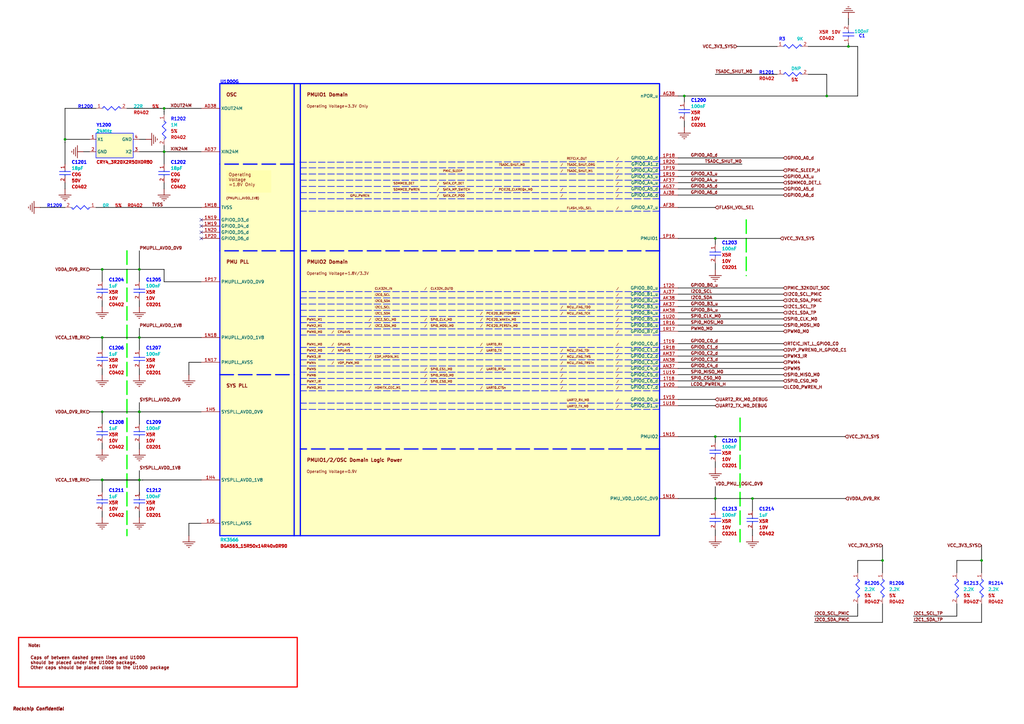
<source format=kicad_sch>
(kicad_sch (version 20231120) (generator "eeschema") (generator_version "8.0")
  (paper "User" 419.989 297.002)
  (lib_symbols
    (symbol "total-altium-import:12_0_CAP NP"
      (symbol "12_0_CAP NP_1_0"
        (pin passive line (at 2.54 2.54 270) (length 2.54) (name "1") (number "1"))
        (pin passive line (at 2.54 -5.08 90) (length 2.54) (name "2") (number "2"))
      )
    )
    (symbol "total-altium-import:12_0_CRYSTAL_4P"
      (symbol "12_0_CRYSTAL_4P_1_0"
        (pin passive line (at -2.54 -2.54 0) (length 2.54) (name "X1") (number "1"))
        (pin power_in line (at -2.54 -7.62 0) (length 2.54) (name "GND") (number "2"))
        (pin passive line (at 17.78 -7.62 180) (length 2.54) (name "X2") (number "3"))
        (pin power_in line (at 17.78 -2.54 180) (length 2.54) (name "GND") (number "4"))
      )
    )
    (symbol "total-altium-import:12_0_RESISTOR"
      (symbol "12_0_RESISTOR_1_0"
        (pin passive line (at 2.54 2.54 270) (length 2.54) (name "1") (number "1"))
        (pin passive line (at 2.54 -10.16 90) (length 2.54) (name "2") (number "2"))
      )
    )
    (symbol "total-altium-import:12_0_SOC_RK3566"
      (symbol "12_0_SOC_RK3566_1_0"
        (pin passive line (at 30.48 -7.62 180) (length 7.62) (name "VDD_CPU_1") (number "1C12"))
        (pin passive line (at 30.48 -10.16 180) (length 7.62) (name "VDD_CPU_2") (number "1D11"))
        (pin passive line (at 30.48 -12.7 180) (length 7.62) (name "VDD_CPU_3") (number "1D12"))
        (pin passive line (at 30.48 -15.24 180) (length 7.62) (name "VDD_CPU_4") (number "1E11"))
        (pin passive line (at 30.48 -17.78 180) (length 7.62) (name "VDD_CPU_5") (number "1E12"))
        (pin passive line (at 30.48 -20.32 180) (length 7.62) (name "VDD_CPU_6") (number "1E13"))
        (pin passive line (at 30.48 -22.86 180) (length 7.62) (name "VDD_CPU_7") (number "1F11"))
        (pin passive line (at 30.48 -25.4 180) (length 7.62) (name "VDD_CPU_8") (number "1F12"))
        (pin passive line (at 30.48 -27.94 180) (length 7.62) (name "VDD_CPU_9") (number "1F13"))
        (pin passive line (at 30.48 -30.48 180) (length 7.62) (name "VDD_CPU_10") (number "1F14"))
        (pin passive line (at 30.48 -33.02 180) (length 7.62) (name "VDD_CPU_11") (number "1G13"))
        (pin passive line (at 30.48 -109.22 180) (length 7.62) (name "VDD_NPU_1") (number "1G15"))
        (pin passive line (at 30.48 -53.34 180) (length 7.62) (name "VDD_LOGIC_4") (number "1H10"))
        (pin passive line (at 30.48 -111.76 180) (length 7.62) (name "VDD_NPU_2") (number "1H14"))
        (pin passive line (at 30.48 -114.3 180) (length 7.62) (name "VDD_NPU_3") (number "1H15"))
        (pin passive line (at 30.48 -45.72 180) (length 7.62) (name "VDD_LOGIC_1") (number "1H7"))
        (pin passive line (at 30.48 -48.26 180) (length 7.62) (name "VDD_LOGIC_2") (number "1H8"))
        (pin passive line (at 30.48 -50.8 180) (length 7.62) (name "VDD_LOGIC_3") (number "1H9"))
        (pin passive line (at 30.48 -58.42 180) (length 7.62) (name "VDD_LOGIC_6") (number "1J10"))
        (pin passive line (at 30.48 -116.84 180) (length 7.62) (name "VDD_NPU_4") (number "1J14"))
        (pin passive line (at 30.48 -119.38 180) (length 7.62) (name "VDD_NPU_5") (number "1J15"))
        (pin passive line (at 30.48 -55.88 180) (length 7.62) (name "VDD_LOGIC_5") (number "1J7"))
        (pin passive line (at 30.48 -63.5 180) (length 7.62) (name "VDD_LOGIC_8") (number "1K10"))
        (pin passive line (at 30.48 -60.96 180) (length 7.62) (name "VDD_LOGIC_7") (number "1K7"))
        (pin passive line (at 30.48 -66.04 180) (length 7.62) (name "VDD_LOGIC_9") (number "1L7"))
        (pin passive line (at 30.48 -78.74 180) (length 7.62) (name "VDD_GPU_1") (number "1L8"))
        (pin passive line (at 30.48 -81.28 180) (length 7.62) (name "VDD_GPU_2") (number "1L9"))
        (pin passive line (at 30.48 -83.82 180) (length 7.62) (name "VDD_GPU_3") (number "1M7"))
        (pin passive line (at 30.48 -86.36 180) (length 7.62) (name "VDD_GPU_4") (number "1M8"))
        (pin passive line (at 30.48 -88.9 180) (length 7.62) (name "VDD_GPU_5") (number "1M9"))
      )
      (symbol "12_0_SOC_RK3566_2_0"
        (pin passive line (at 30.48 -78.74 180) (length 7.62) (name "VSS_30") (number "1B10"))
        (pin passive line (at 30.48 -81.28 180) (length 7.62) (name "VSS_31") (number "1B11"))
        (pin passive line (at 30.48 -83.82 180) (length 7.62) (name "VSS_32") (number "1B15"))
        (pin passive line (at 30.48 -86.36 180) (length 7.62) (name "VSS_33") (number "1B19"))
        (pin passive line (at 30.48 -101.6 180) (length 7.62) (name "VSS_39") (number "1C14"))
        (pin passive line (at 30.48 -104.14 180) (length 7.62) (name "VSS_40") (number "1C16"))
        (pin passive line (at 30.48 -106.68 180) (length 7.62) (name "VSS_41") (number "1C18"))
        (pin passive line (at 30.48 -88.9 180) (length 7.62) (name "VSS_34") (number "1C4"))
        (pin passive line (at 30.48 -91.44 180) (length 7.62) (name "VSS_35") (number "1C5"))
        (pin passive line (at 30.48 -93.98 180) (length 7.62) (name "VSS_36") (number "1C6"))
        (pin passive line (at 30.48 -96.52 180) (length 7.62) (name "VSS_37") (number "1C8"))
        (pin passive line (at 30.48 -99.06 180) (length 7.62) (name "VSS_38") (number "1C9"))
        (pin passive line (at 30.48 -109.22 180) (length 7.62) (name "VSS_42") (number "1D1"))
        (pin passive line (at 30.48 -114.3 180) (length 7.62) (name "VSS_44") (number "1D10"))
        (pin passive line (at 30.48 -116.84 180) (length 7.62) (name "VSS_45") (number "1D14"))
        (pin passive line (at 30.48 -111.76 180) (length 7.62) (name "VSS_43") (number "1D3"))
        (pin passive line (at 30.48 -124.46 180) (length 7.62) (name "VSS_48") (number "1E10"))
        (pin passive line (at 30.48 -127 180) (length 7.62) (name "VSS_49") (number "1E14"))
        (pin passive line (at 30.48 -129.54 180) (length 7.62) (name "VSS_50") (number "1E15"))
        (pin passive line (at 30.48 -119.38 180) (length 7.62) (name "VSS_46") (number "1E3"))
        (pin passive line (at 30.48 -121.92 180) (length 7.62) (name "VSS_47") (number "1E8"))
        (pin passive line (at 30.48 -5.08 180) (length 7.62) (name "VSS_1") (number "A1"))
        (pin passive line (at 30.48 -7.62 180) (length 7.62) (name "VSS_2") (number "A2"))
        (pin passive line (at 30.48 -10.16 180) (length 7.62) (name "VSS_3") (number "A38"))
        (pin passive line (at 30.48 -48.26 180) (length 7.62) (name "VSS_18") (number "AA2"))
        (pin passive line (at 30.48 -63.5 180) (length 7.62) (name "VSS_24") (number "AC37"))
        (pin passive line (at 30.48 -50.8 180) (length 7.62) (name "VSS_19") (number "AD2"))
        (pin passive line (at 30.48 -66.04 180) (length 7.62) (name "VSS_25") (number "AE37"))
        (pin passive line (at 30.48 -68.58 180) (length 7.62) (name "VSS_26") (number "AH37"))
        (pin passive line (at 30.48 -71.12 180) (length 7.62) (name "VSS_27") (number "AL37"))
        (pin passive line (at 30.48 -53.34 180) (length 7.62) (name "VSS_20") (number "AP2"))
        (pin passive line (at 30.48 -73.66 180) (length 7.62) (name "VSS_28") (number "AP37"))
        (pin passive line (at 30.48 -58.42 180) (length 7.62) (name "VSS_22") (number "AP8"))
        (pin passive line (at 30.48 -55.88 180) (length 7.62) (name "VSS_21") (number "AR1"))
        (pin passive line (at 30.48 -76.2 180) (length 7.62) (name "VSS_29") (number "AR38"))
        (pin passive line (at 30.48 -12.7 180) (length 7.62) (name "VSS_4") (number "B1"))
        (pin passive line (at 30.48 -20.32 180) (length 7.62) (name "VSS_7") (number "B11"))
        (pin passive line (at 30.48 -22.86 180) (length 7.62) (name "VSS_8") (number "B14"))
        (pin passive line (at 30.48 -25.4 180) (length 7.62) (name "VSS_9") (number "B18"))
        (pin passive line (at 30.48 -15.24 180) (length 7.62) (name "VSS_5") (number "B2"))
        (pin passive line (at 30.48 -27.94 180) (length 7.62) (name "VSS_10") (number "B21"))
        (pin passive line (at 30.48 -30.48 180) (length 7.62) (name "VSS_11") (number "B28"))
        (pin passive line (at 30.48 -33.02 180) (length 7.62) (name "VSS_12") (number "B31"))
        (pin passive line (at 30.48 -17.78 180) (length 7.62) (name "VSS_6") (number "B6"))
        (pin passive line (at 30.48 -35.56 180) (length 7.62) (name "VSS_13") (number "D2"))
        (pin passive line (at 30.48 -60.96 180) (length 7.62) (name "VSS_23") (number "E37"))
        (pin passive line (at 30.48 -38.1 180) (length 7.62) (name "VSS_14") (number "J2"))
        (pin passive line (at 30.48 -40.64 180) (length 7.62) (name "VSS_15") (number "L2"))
        (pin passive line (at 30.48 -43.18 180) (length 7.62) (name "VSS_16") (number "U2"))
        (pin passive line (at 30.48 -45.72 180) (length 7.62) (name "VSS_17") (number "W2"))
      )
      (symbol "12_0_SOC_RK3566_3_0"
        (pin passive line (at 30.48 -5.08 180) (length 7.62) (name "VSS_51") (number "1E17"))
        (pin passive line (at 30.48 -17.78 180) (length 7.62) (name "VSS_56") (number "1F10"))
        (pin passive line (at 30.48 -20.32 180) (length 7.62) (name "VSS_57") (number "1F15"))
        (pin passive line (at 30.48 -22.86 180) (length 7.62) (name "VSS_58") (number "1F16"))
        (pin passive line (at 30.48 -7.62 180) (length 7.62) (name "VSS_52") (number "1F6"))
        (pin passive line (at 30.48 -10.16 180) (length 7.62) (name "VSS_53") (number "1F7"))
        (pin passive line (at 30.48 -12.7 180) (length 7.62) (name "VSS_54") (number "1F8"))
        (pin passive line (at 30.48 -15.24 180) (length 7.62) (name "VSS_55") (number "1F9"))
        (pin passive line (at 30.48 -38.1 180) (length 7.62) (name "VSS_64") (number "1G10"))
        (pin passive line (at 30.48 -40.64 180) (length 7.62) (name "VSS_65") (number "1G11"))
        (pin passive line (at 30.48 -43.18 180) (length 7.62) (name "VSS_66") (number "1G12"))
        (pin passive line (at 30.48 -45.72 180) (length 7.62) (name "VSS_67") (number "1G14"))
        (pin passive line (at 30.48 -25.4 180) (length 7.62) (name "VSS_59") (number "1G3"))
        (pin passive line (at 30.48 -27.94 180) (length 7.62) (name "VSS_60") (number "1G6"))
        (pin passive line (at 30.48 -30.48 180) (length 7.62) (name "VSS_61") (number "1G7"))
        (pin passive line (at 30.48 -33.02 180) (length 7.62) (name "VSS_62") (number "1G8"))
        (pin passive line (at 30.48 -35.56 180) (length 7.62) (name "VSS_63") (number "1G9"))
        (pin passive line (at 30.48 -48.26 180) (length 7.62) (name "VSS_68") (number "1H1"))
        (pin passive line (at 30.48 -55.88 180) (length 7.62) (name "VSS_71") (number "1H11"))
        (pin passive line (at 30.48 -58.42 180) (length 7.62) (name "VSS_72") (number "1H12"))
        (pin passive line (at 30.48 -60.96 180) (length 7.62) (name "VSS_73") (number "1H13"))
        (pin passive line (at 30.48 -50.8 180) (length 7.62) (name "VSS_69") (number "1H2"))
        (pin passive line (at 30.48 -53.34 180) (length 7.62) (name "VSS_70") (number "1H6"))
        (pin passive line (at 30.48 -63.5 180) (length 7.62) (name "VSS_74") (number "1J1"))
        (pin passive line (at 30.48 -73.66 180) (length 7.62) (name "VSS_78") (number "1J11"))
        (pin passive line (at 30.48 -76.2 180) (length 7.62) (name "VSS_79") (number "1J12"))
        (pin passive line (at 30.48 -78.74 180) (length 7.62) (name "VSS_80") (number "1J13"))
        (pin passive line (at 30.48 -66.04 180) (length 7.62) (name "VSS_75") (number "1J6"))
        (pin passive line (at 30.48 -68.58 180) (length 7.62) (name "VSS_76") (number "1J8"))
        (pin passive line (at 30.48 -71.12 180) (length 7.62) (name "VSS_77") (number "1J9"))
        (pin passive line (at 30.48 -99.06 180) (length 7.62) (name "VSS_88") (number "1K11"))
        (pin passive line (at 30.48 -101.6 180) (length 7.62) (name "VSS_89") (number "1K12"))
        (pin passive line (at 30.48 -104.14 180) (length 7.62) (name "VSS_90") (number "1K13"))
        (pin passive line (at 30.48 -106.68 180) (length 7.62) (name "VSS_91") (number "1K14"))
        (pin passive line (at 30.48 -109.22 180) (length 7.62) (name "VSS_92") (number "1K15"))
        (pin passive line (at 30.48 -81.28 180) (length 7.62) (name "VSS_81") (number "1K2"))
        (pin passive line (at 30.48 -83.82 180) (length 7.62) (name "VSS_82") (number "1K3"))
        (pin passive line (at 30.48 -86.36 180) (length 7.62) (name "VSS_83") (number "1K4"))
        (pin passive line (at 30.48 -88.9 180) (length 7.62) (name "VSS_84") (number "1K5"))
        (pin passive line (at 30.48 -91.44 180) (length 7.62) (name "VSS_85") (number "1K6"))
        (pin passive line (at 30.48 -93.98 180) (length 7.62) (name "VSS_86") (number "1K8"))
        (pin passive line (at 30.48 -96.52 180) (length 7.62) (name "VSS_87") (number "1K9"))
        (pin passive line (at 30.48 -116.84 180) (length 7.62) (name "VSS_95") (number "1L10"))
        (pin passive line (at 30.48 -119.38 180) (length 7.62) (name "VSS_96") (number "1L11"))
        (pin passive line (at 30.48 -121.92 180) (length 7.62) (name "VSS_97") (number "1L12"))
        (pin passive line (at 30.48 -124.46 180) (length 7.62) (name "VSS_98") (number "1L13"))
        (pin passive line (at 30.48 -127 180) (length 7.62) (name "VSS_99") (number "1L14"))
        (pin passive line (at 30.48 -129.54 180) (length 7.62) (name "VSS_100") (number "1L15"))
        (pin passive line (at 30.48 -111.76 180) (length 7.62) (name "VSS_93") (number "1L3"))
        (pin passive line (at 30.48 -114.3 180) (length 7.62) (name "VSS_94") (number "1L6"))
      )
      (symbol "12_0_SOC_RK3566_4_0"
        (pin passive line (at 30.48 -15.24 180) (length 7.62) (name "VSS_105") (number "1M10"))
        (pin passive line (at 30.48 -17.78 180) (length 7.62) (name "VSS_106") (number "1M11"))
        (pin passive line (at 30.48 -20.32 180) (length 7.62) (name "VSS_107") (number "1M12"))
        (pin passive line (at 30.48 -22.86 180) (length 7.62) (name "VSS_108") (number "1M13"))
        (pin passive line (at 30.48 -25.4 180) (length 7.62) (name "VSS_109") (number "1M14"))
        (pin passive line (at 30.48 -27.94 180) (length 7.62) (name "VSS_110") (number "1M15"))
        (pin passive line (at 30.48 -30.48 180) (length 7.62) (name "VSS_111") (number "1M16"))
        (pin passive line (at 30.48 -33.02 180) (length 7.62) (name "VSS_112") (number "1M17"))
        (pin passive line (at 30.48 -35.56 180) (length 7.62) (name "VSS_113") (number "1M20"))
        (pin passive line (at 30.48 -5.08 180) (length 7.62) (name "VSS_101") (number "1M3"))
        (pin passive line (at 30.48 -7.62 180) (length 7.62) (name "VSS_102") (number "1M4"))
        (pin passive line (at 30.48 -10.16 180) (length 7.62) (name "VSS_103") (number "1M5"))
        (pin passive line (at 30.48 -12.7 180) (length 7.62) (name "VSS_104") (number "1M6"))
        (pin passive line (at 30.48 -38.1 180) (length 7.62) (name "VSS_114") (number "1N3"))
        (pin passive line (at 30.48 -40.64 180) (length 7.62) (name "VSS_115") (number "1N4"))
        (pin passive line (at 30.48 -43.18 180) (length 7.62) (name "VSS_116") (number "1N7"))
        (pin passive line (at 30.48 -45.72 180) (length 7.62) (name "VSS_117") (number "1P1"))
        (pin passive line (at 30.48 -55.88 180) (length 7.62) (name "VSS_121") (number "1P15"))
        (pin passive line (at 30.48 -48.26 180) (length 7.62) (name "VSS_118") (number "1P5"))
        (pin passive line (at 30.48 -50.8 180) (length 7.62) (name "VSS_119") (number "1P6"))
        (pin passive line (at 30.48 -53.34 180) (length 7.62) (name "VSS_120") (number "1P7"))
        (pin passive line (at 30.48 -58.42 180) (length 7.62) (name "VSS_122") (number "1R3"))
        (pin passive line (at 30.48 -60.96 180) (length 7.62) (name "VSS_123") (number "1R4"))
        (pin passive line (at 30.48 -63.5 180) (length 7.62) (name "VSS_124") (number "1R5"))
        (pin passive line (at 30.48 -66.04 180) (length 7.62) (name "VSS_125") (number "1R6"))
        (pin passive line (at 30.48 -68.58 180) (length 7.62) (name "VSS_126") (number "1R7"))
        (pin passive line (at 30.48 -71.12 180) (length 7.62) (name "VSS_127") (number "1T3"))
        (pin passive line (at 30.48 -73.66 180) (length 7.62) (name "VSS_128") (number "1T5"))
        (pin passive line (at 30.48 -76.2 180) (length 7.62) (name "VSS_129") (number "1U2"))
        (pin passive line (at 30.48 -78.74 180) (length 7.62) (name "VSS_130") (number "1V1"))
        (pin passive line (at 30.48 -81.28 180) (length 7.62) (name "VSS_131") (number "1V4"))
      )
      (symbol "12_0_SOC_RK3566_5_0"
        (pin passive line (at 30.48 -119.38 180) (length 7.62) (name "AVSS1_6") (number "1F20"))
        (pin passive line (at 30.48 -121.92 180) (length 7.62) (name "AVSS1_7") (number "1G16"))
        (pin passive line (at 30.48 -124.46 180) (length 7.62) (name "AVSS1_8") (number "1G18"))
        (pin passive line (at 30.48 -127 180) (length 7.62) (name "AVSS1_9") (number "1G19"))
        (pin passive line (at 30.48 -129.54 180) (length 7.62) (name "AVSS1_10") (number "1G20"))
        (pin passive line (at 30.48 -132.08 180) (length 7.62) (name "AVSS1_11") (number "1J16"))
        (pin passive line (at 30.48 -134.62 180) (length 7.62) (name "AVSS1_12") (number "1J18"))
        (pin passive line (at 30.48 -137.16 180) (length 7.62) (name "AVSS1_13") (number "1K18"))
        (pin passive line (at 30.48 -139.7 180) (length 7.62) (name "AVSS1_14") (number "1L19"))
        (pin passive line (at 30.48 -25.4 180) (length 7.62) (name "AVSS_9") (number "1N11"))
        (pin passive line (at 30.48 -27.94 180) (length 7.62) (name "AVSS_10") (number "1N12"))
        (pin passive line (at 30.48 -33.02 180) (length 7.62) (name "AVSS_12") (number "1P10"))
        (pin passive line (at 30.48 -35.56 180) (length 7.62) (name "AVSS_13") (number "1P14"))
        (pin passive line (at 30.48 -30.48 180) (length 7.62) (name "AVSS_11") (number "1P8"))
        (pin passive line (at 30.48 -43.18 180) (length 7.62) (name "AVSS_16") (number "1R11"))
        (pin passive line (at 30.48 -45.72 180) (length 7.62) (name "AVSS_17") (number "1R12"))
        (pin passive line (at 30.48 -48.26 180) (length 7.62) (name "AVSS_18") (number "1R13"))
        (pin passive line (at 30.48 -50.8 180) (length 7.62) (name "AVSS_19") (number "1R14"))
        (pin passive line (at 30.48 -53.34 180) (length 7.62) (name "AVSS_20") (number "1R15"))
        (pin passive line (at 30.48 -38.1 180) (length 7.62) (name "AVSS_14") (number "1R8"))
        (pin passive line (at 30.48 -40.64 180) (length 7.62) (name "AVSS_15") (number "1R9"))
        (pin passive line (at 30.48 -63.5 180) (length 7.62) (name "AVSS_24") (number "1T10"))
        (pin passive line (at 30.48 -66.04 180) (length 7.62) (name "AVSS_25") (number "1T11"))
        (pin passive line (at 30.48 -68.58 180) (length 7.62) (name "AVSS_26") (number "1T12"))
        (pin passive line (at 30.48 -71.12 180) (length 7.62) (name "AVSS_27") (number "1T13"))
        (pin passive line (at 30.48 -73.66 180) (length 7.62) (name "AVSS_28") (number "1T14"))
        (pin passive line (at 30.48 -76.2 180) (length 7.62) (name "AVSS_29") (number "1T15"))
        (pin passive line (at 30.48 -78.74 180) (length 7.62) (name "AVSS_30") (number "1T16"))
        (pin passive line (at 30.48 -81.28 180) (length 7.62) (name "AVSS_31") (number "1T17"))
        (pin passive line (at 30.48 -55.88 180) (length 7.62) (name "AVSS_21") (number "1T7"))
        (pin passive line (at 30.48 -58.42 180) (length 7.62) (name "AVSS_22") (number "1T8"))
        (pin passive line (at 30.48 -60.96 180) (length 7.62) (name "AVSS_23") (number "1T9"))
        (pin passive line (at 30.48 -83.82 180) (length 7.62) (name "AVSS_32") (number "1U12"))
        (pin passive line (at 30.48 -86.36 180) (length 7.62) (name "AVSS_33") (number "1U13"))
        (pin passive line (at 30.48 -88.9 180) (length 7.62) (name "AVSS_34") (number "1U15"))
        (pin passive line (at 30.48 -91.44 180) (length 7.62) (name "AVSS_35") (number "1U17"))
        (pin passive line (at 30.48 -96.52 180) (length 7.62) (name "AVSS_37") (number "1V12"))
        (pin passive line (at 30.48 -99.06 180) (length 7.62) (name "AVSS_38") (number "1V13"))
        (pin passive line (at 30.48 -101.6 180) (length 7.62) (name "AVSS_39") (number "1V18"))
        (pin passive line (at 30.48 -93.98 180) (length 7.62) (name "AVSS_36") (number "1V7"))
        (pin passive line (at 30.48 -5.08 180) (length 7.62) (name "AVSS_1") (number "AP13"))
        (pin passive line (at 30.48 -7.62 180) (length 7.62) (name "AVSS_2") (number "AP16"))
        (pin passive line (at 30.48 -10.16 180) (length 7.62) (name "AVSS_3") (number "AP19"))
        (pin passive line (at 30.48 -12.7 180) (length 7.62) (name "AVSS_4") (number "AP22"))
        (pin passive line (at 30.48 -15.24 180) (length 7.62) (name "AVSS_5") (number "AP25"))
        (pin passive line (at 30.48 -17.78 180) (length 7.62) (name "AVSS_6") (number "AP28"))
        (pin passive line (at 30.48 -20.32 180) (length 7.62) (name "AVSS_7") (number "AP31"))
        (pin passive line (at 30.48 -22.86 180) (length 7.62) (name "AVSS_8") (number "AP34"))
        (pin passive line (at 30.48 -106.68 180) (length 7.62) (name "AVSS1_1") (number "H37"))
        (pin passive line (at 30.48 -109.22 180) (length 7.62) (name "AVSS1_2") (number "L37"))
        (pin passive line (at 30.48 -111.76 180) (length 7.62) (name "AVSS1_3") (number "P37"))
        (pin passive line (at 30.48 -114.3 180) (length 7.62) (name "AVSS1_4") (number "U37"))
        (pin passive line (at 30.48 -116.84 180) (length 7.62) (name "AVSS1_5") (number "Y37"))
      )
      (symbol "12_0_SOC_RK3566_6_0"
        (text "---" (at 133.096 -13.462 0) (effects (font (size 0.889 0.889)) (justify left bottom)))
        (text "---" (at 178.816 -104.902 0) (effects (font (size 0.889 0.889)) (justify left bottom)))
        (text "---" (at 178.816 -76.962 0) (effects (font (size 0.889 0.889)) (justify left bottom)))
        (text "---" (at 178.816 -74.422 0) (effects (font (size 0.889 0.889)) (justify left bottom)))
        (text "---" (at 178.816 -66.802 0) (effects (font (size 0.889 0.889)) (justify left bottom)))
        (text "---" (at 178.816 -64.262 0) (effects (font (size 0.889 0.889)) (justify left bottom)))
        (text "---" (at 178.816 -56.642 0) (effects (font (size 0.889 0.889)) (justify left bottom)))
        (text "---" (at 178.816 -49.022 0) (effects (font (size 0.889 0.889)) (justify left bottom)))
        (text "---" (at 178.816 -41.402 0) (effects (font (size 0.889 0.889)) (justify left bottom)))
        (text "---" (at 178.816 -38.862 0) (effects (font (size 0.889 0.889)) (justify left bottom)))
        (text "---" (at 178.816 -31.242 0) (effects (font (size 0.889 0.889)) (justify left bottom)))
        (text "---" (at 178.816 -18.542 0) (effects (font (size 0.889 0.889)) (justify left bottom)))
        (text "---" (at 178.816 -13.462 0) (effects (font (size 0.889 0.889)) (justify left bottom)))
        (text "---" (at 178.816 -10.922 0) (effects (font (size 0.889 0.889)) (justify left bottom)))
        (text "/" (at 17.78 -155.702 0) (effects (font (size 0.889 0.889)) (justify left bottom)))
        (text "/" (at 17.78 -153.162 0) (effects (font (size 0.889 0.889)) (justify left bottom)))
        (text "/" (at 17.78 -148.082 0) (effects (font (size 0.889 0.889)) (justify left bottom)))
        (text "/" (at 17.78 -143.002 0) (effects (font (size 0.889 0.889)) (justify left bottom)))
        (text "/" (at 17.78 -140.462 0) (effects (font (size 0.889 0.889)) (justify left bottom)))
        (text "/" (at 17.78 -137.922 0) (effects (font (size 0.889 0.889)) (justify left bottom)))
        (text "/" (at 17.78 -135.382 0) (effects (font (size 0.889 0.889)) (justify left bottom)))
        (text "/" (at 17.78 -132.842 0) (effects (font (size 0.889 0.889)) (justify left bottom)))
        (text "/" (at 17.78 -130.302 0) (effects (font (size 0.889 0.889)) (justify left bottom)))
        (text "/" (at 17.78 -127.762 0) (effects (font (size 0.889 0.889)) (justify left bottom)))
        (text "/" (at 17.78 -125.222 0) (effects (font (size 0.889 0.889)) (justify left bottom)))
        (text "/" (at 17.78 -117.602 0) (effects (font (size 0.889 0.889)) (justify left bottom)))
        (text "/" (at 17.78 -115.062 0) (effects (font (size 0.889 0.889)) (justify left bottom)))
        (text "/" (at 17.78 -109.982 0) (effects (font (size 0.889 0.889)) (justify left bottom)))
        (text "/" (at 17.78 -104.902 0) (effects (font (size 0.889 0.889)) (justify left bottom)))
        (text "/" (at 17.78 -102.362 0) (effects (font (size 0.889 0.889)) (justify left bottom)))
        (text "/" (at 17.78 -99.822 0) (effects (font (size 0.889 0.889)) (justify left bottom)))
        (text "/" (at 17.78 -97.282 0) (effects (font (size 0.889 0.889)) (justify left bottom)))
        (text "/" (at 17.78 -94.742 0) (effects (font (size 0.889 0.889)) (justify left bottom)))
        (text "/" (at 17.78 -92.202 0) (effects (font (size 0.889 0.889)) (justify left bottom)))
        (text "/" (at 17.78 -89.662 0) (effects (font (size 0.889 0.889)) (justify left bottom)))
        (text "/" (at 17.78 -87.122 0) (effects (font (size 0.889 0.889)) (justify left bottom)))
        (text "/" (at 17.78 -79.502 0) (effects (font (size 0.889 0.889)) (justify left bottom)))
        (text "/" (at 17.78 -76.962 0) (effects (font (size 0.889 0.889)) (justify left bottom)))
        (text "/" (at 17.78 -71.882 0) (effects (font (size 0.889 0.889)) (justify left bottom)))
        (text "/" (at 17.78 -66.802 0) (effects (font (size 0.889 0.889)) (justify left bottom)))
        (text "/" (at 17.78 -64.262 0) (effects (font (size 0.889 0.889)) (justify left bottom)))
        (text "/" (at 17.78 -61.722 0) (effects (font (size 0.889 0.889)) (justify left bottom)))
        (text "/" (at 17.78 -59.182 0) (effects (font (size 0.889 0.889)) (justify left bottom)))
        (text "/" (at 17.78 -56.642 0) (effects (font (size 0.889 0.889)) (justify left bottom)))
        (text "/" (at 17.78 -54.102 0) (effects (font (size 0.889 0.889)) (justify left bottom)))
        (text "/" (at 17.78 -51.562 0) (effects (font (size 0.889 0.889)) (justify left bottom)))
        (text "/" (at 17.78 -49.022 0) (effects (font (size 0.889 0.889)) (justify left bottom)))
        (text "/" (at 17.78 -41.402 0) (effects (font (size 0.889 0.889)) (justify left bottom)))
        (text "/" (at 17.78 -38.862 0) (effects (font (size 0.889 0.889)) (justify left bottom)))
        (text "/" (at 17.78 -33.782 0) (effects (font (size 0.889 0.889)) (justify left bottom)))
        (text "/" (at 17.78 -28.702 0) (effects (font (size 0.889 0.889)) (justify left bottom)))
        (text "/" (at 17.78 -26.162 0) (effects (font (size 0.889 0.889)) (justify left bottom)))
        (text "/" (at 17.78 -23.622 0) (effects (font (size 0.889 0.889)) (justify left bottom)))
        (text "/" (at 17.78 -21.082 0) (effects (font (size 0.889 0.889)) (justify left bottom)))
        (text "/" (at 17.78 -18.542 0) (effects (font (size 0.889 0.889)) (justify left bottom)))
        (text "/" (at 17.78 -16.002 0) (effects (font (size 0.889 0.889)) (justify left bottom)))
        (text "/" (at 17.78 -13.462 0) (effects (font (size 0.889 0.889)) (justify left bottom)))
        (text "/" (at 17.78 -10.922 0) (effects (font (size 0.889 0.889)) (justify left bottom)))
        (text "/" (at 40.64 -155.702 0) (effects (font (size 0.889 0.889)) (justify left bottom)))
        (text "/" (at 40.64 -153.162 0) (effects (font (size 0.889 0.889)) (justify left bottom)))
        (text "/" (at 40.64 -148.082 0) (effects (font (size 0.889 0.889)) (justify left bottom)))
        (text "/" (at 40.64 -143.002 0) (effects (font (size 0.889 0.889)) (justify left bottom)))
        (text "/" (at 40.64 -140.462 0) (effects (font (size 0.889 0.889)) (justify left bottom)))
        (text "/" (at 40.64 -137.922 0) (effects (font (size 0.889 0.889)) (justify left bottom)))
        (text "/" (at 40.64 -135.382 0) (effects (font (size 0.889 0.889)) (justify left bottom)))
        (text "/" (at 40.64 -132.842 0) (effects (font (size 0.889 0.889)) (justify left bottom)))
        (text "/" (at 40.64 -130.302 0) (effects (font (size 0.889 0.889)) (justify left bottom)))
        (text "/" (at 40.64 -127.762 0) (effects (font (size 0.889 0.889)) (justify left bottom)))
        (text "/" (at 40.64 -125.222 0) (effects (font (size 0.889 0.889)) (justify left bottom)))
        (text "/" (at 40.64 -117.602 0) (effects (font (size 0.889 0.889)) (justify left bottom)))
        (text "/" (at 40.64 -115.062 0) (effects (font (size 0.889 0.889)) (justify left bottom)))
        (text "/" (at 40.64 -109.982 0) (effects (font (size 0.889 0.889)) (justify left bottom)))
        (text "/" (at 40.64 -104.902 0) (effects (font (size 0.889 0.889)) (justify left bottom)))
        (text "/" (at 40.64 -102.362 0) (effects (font (size 0.889 0.889)) (justify left bottom)))
        (text "/" (at 40.64 -99.822 0) (effects (font (size 0.889 0.889)) (justify left bottom)))
        (text "/" (at 40.64 -97.282 0) (effects (font (size 0.889 0.889)) (justify left bottom)))
        (text "/" (at 40.64 -94.742 0) (effects (font (size 0.889 0.889)) (justify left bottom)))
        (text "/" (at 40.64 -92.202 0) (effects (font (size 0.889 0.889)) (justify left bottom)))
        (text "/" (at 40.64 -89.662 0) (effects (font (size 0.889 0.889)) (justify left bottom)))
        (text "/" (at 40.64 -87.122 0) (effects (font (size 0.889 0.889)) (justify left bottom)))
        (text "/" (at 40.64 -79.502 0) (effects (font (size 0.889 0.889)) (justify left bottom)))
        (text "/" (at 40.64 -76.962 0) (effects (font (size 0.889 0.889)) (justify left bottom)))
        (text "/" (at 40.64 -71.882 0) (effects (font (size 0.889 0.889)) (justify left bottom)))
        (text "/" (at 40.64 -66.802 0) (effects (font (size 0.889 0.889)) (justify left bottom)))
        (text "/" (at 40.64 -64.262 0) (effects (font (size 0.889 0.889)) (justify left bottom)))
        (text "/" (at 40.64 -61.722 0) (effects (font (size 0.889 0.889)) (justify left bottom)))
        (text "/" (at 40.64 -59.182 0) (effects (font (size 0.889 0.889)) (justify left bottom)))
        (text "/" (at 40.64 -56.642 0) (effects (font (size 0.889 0.889)) (justify left bottom)))
        (text "/" (at 40.64 -54.102 0) (effects (font (size 0.889 0.889)) (justify left bottom)))
        (text "/" (at 40.64 -51.562 0) (effects (font (size 0.889 0.889)) (justify left bottom)))
        (text "/" (at 40.64 -49.022 0) (effects (font (size 0.889 0.889)) (justify left bottom)))
        (text "/" (at 40.64 -41.402 0) (effects (font (size 0.889 0.889)) (justify left bottom)))
        (text "/" (at 40.64 -38.862 0) (effects (font (size 0.889 0.889)) (justify left bottom)))
        (text "/" (at 40.64 -33.782 0) (effects (font (size 0.889 0.889)) (justify left bottom)))
        (text "/" (at 40.64 -28.702 0) (effects (font (size 0.889 0.889)) (justify left bottom)))
        (text "/" (at 40.64 -26.162 0) (effects (font (size 0.889 0.889)) (justify left bottom)))
        (text "/" (at 40.64 -23.622 0) (effects (font (size 0.889 0.889)) (justify left bottom)))
        (text "/" (at 40.64 -21.082 0) (effects (font (size 0.889 0.889)) (justify left bottom)))
        (text "/" (at 40.64 -18.542 0) (effects (font (size 0.889 0.889)) (justify left bottom)))
        (text "/" (at 40.64 -16.002 0) (effects (font (size 0.889 0.889)) (justify left bottom)))
        (text "/" (at 40.64 -13.462 0) (effects (font (size 0.889 0.889)) (justify left bottom)))
        (text "/" (at 40.64 -10.922 0) (effects (font (size 0.889 0.889)) (justify left bottom)))
        (text "/" (at 63.5 -155.702 0) (effects (font (size 0.889 0.889)) (justify left bottom)))
        (text "/" (at 63.5 -153.162 0) (effects (font (size 0.889 0.889)) (justify left bottom)))
        (text "/" (at 63.5 -148.082 0) (effects (font (size 0.889 0.889)) (justify left bottom)))
        (text "/" (at 63.5 -143.002 0) (effects (font (size 0.889 0.889)) (justify left bottom)))
        (text "/" (at 63.5 -140.462 0) (effects (font (size 0.889 0.889)) (justify left bottom)))
        (text "/" (at 63.5 -137.922 0) (effects (font (size 0.889 0.889)) (justify left bottom)))
        (text "/" (at 63.5 -135.382 0) (effects (font (size 0.889 0.889)) (justify left bottom)))
        (text "/" (at 63.5 -132.842 0) (effects (font (size 0.889 0.889)) (justify left bottom)))
        (text "/" (at 63.5 -130.302 0) (effects (font (size 0.889 0.889)) (justify left bottom)))
        (text "/" (at 63.5 -127.762 0) (effects (font (size 0.889 0.889)) (justify left bottom)))
        (text "/" (at 63.5 -125.222 0) (effects (font (size 0.889 0.889)) (justify left bottom)))
        (text "/" (at 63.5 -117.602 0) (effects (font (size 0.889 0.889)) (justify left bottom)))
        (text "/" (at 63.5 -115.062 0) (effects (font (size 0.889 0.889)) (justify left bottom)))
        (text "/" (at 63.5 -109.982 0) (effects (font (size 0.889 0.889)) (justify left bottom)))
        (text "/" (at 63.5 -104.902 0) (effects (font (size 0.889 0.889)) (justify left bottom)))
        (text "/" (at 63.5 -102.362 0) (effects (font (size 0.889 0.889)) (justify left bottom)))
        (text "/" (at 63.5 -99.822 0) (effects (font (size 0.889 0.889)) (justify left bottom)))
        (text "/" (at 63.5 -97.282 0) (effects (font (size 0.889 0.889)) (justify left bottom)))
        (text "/" (at 63.5 -94.742 0) (effects (font (size 0.889 0.889)) (justify left bottom)))
        (text "/" (at 63.5 -92.202 0) (effects (font (size 0.889 0.889)) (justify left bottom)))
        (text "/" (at 63.5 -89.662 0) (effects (font (size 0.889 0.889)) (justify left bottom)))
        (text "/" (at 63.5 -87.122 0) (effects (font (size 0.889 0.889)) (justify left bottom)))
        (text "/" (at 63.5 -79.502 0) (effects (font (size 0.889 0.889)) (justify left bottom)))
        (text "/" (at 63.5 -76.962 0) (effects (font (size 0.889 0.889)) (justify left bottom)))
        (text "/" (at 63.5 -71.882 0) (effects (font (size 0.889 0.889)) (justify left bottom)))
        (text "/" (at 63.5 -66.802 0) (effects (font (size 0.889 0.889)) (justify left bottom)))
        (text "/" (at 63.5 -64.262 0) (effects (font (size 0.889 0.889)) (justify left bottom)))
        (text "/" (at 63.5 -61.722 0) (effects (font (size 0.889 0.889)) (justify left bottom)))
        (text "/" (at 63.5 -59.182 0) (effects (font (size 0.889 0.889)) (justify left bottom)))
        (text "/" (at 63.5 -56.642 0) (effects (font (size 0.889 0.889)) (justify left bottom)))
        (text "/" (at 63.5 -54.102 0) (effects (font (size 0.889 0.889)) (justify left bottom)))
        (text "/" (at 63.5 -51.562 0) (effects (font (size 0.889 0.889)) (justify left bottom)))
        (text "/" (at 63.5 -49.022 0) (effects (font (size 0.889 0.889)) (justify left bottom)))
        (text "/" (at 63.5 -41.402 0) (effects (font (size 0.889 0.889)) (justify left bottom)))
        (text "/" (at 63.5 -38.862 0) (effects (font (size 0.889 0.889)) (justify left bottom)))
        (text "/" (at 63.5 -33.782 0) (effects (font (size 0.889 0.889)) (justify left bottom)))
        (text "/" (at 63.5 -28.702 0) (effects (font (size 0.889 0.889)) (justify left bottom)))
        (text "/" (at 63.5 -26.162 0) (effects (font (size 0.889 0.889)) (justify left bottom)))
        (text "/" (at 63.5 -23.622 0) (effects (font (size 0.889 0.889)) (justify left bottom)))
        (text "/" (at 63.5 -21.082 0) (effects (font (size 0.889 0.889)) (justify left bottom)))
        (text "/" (at 63.5 -18.542 0) (effects (font (size 0.889 0.889)) (justify left bottom)))
        (text "/" (at 63.5 -16.002 0) (effects (font (size 0.889 0.889)) (justify left bottom)))
        (text "/" (at 63.5 -13.462 0) (effects (font (size 0.889 0.889)) (justify left bottom)))
        (text "/" (at 63.5 -10.922 0) (effects (font (size 0.889 0.889)) (justify left bottom)))
        (text "/" (at 81.28 -155.702 0) (effects (font (size 0.889 0.889)) (justify left bottom)))
        (text "/" (at 81.28 -153.162 0) (effects (font (size 0.889 0.889)) (justify left bottom)))
        (text "/" (at 81.28 -148.082 0) (effects (font (size 0.889 0.889)) (justify left bottom)))
        (text "/" (at 81.28 -143.002 0) (effects (font (size 0.889 0.889)) (justify left bottom)))
        (text "/" (at 81.28 -140.462 0) (effects (font (size 0.889 0.889)) (justify left bottom)))
        (text "/" (at 81.28 -137.922 0) (effects (font (size 0.889 0.889)) (justify left bottom)))
        (text "/" (at 81.28 -135.382 0) (effects (font (size 0.889 0.889)) (justify left bottom)))
        (text "/" (at 81.28 -132.842 0) (effects (font (size 0.889 0.889)) (justify left bottom)))
        (text "/" (at 81.28 -130.302 0) (effects (font (size 0.889 0.889)) (justify left bottom)))
        (text "/" (at 81.28 -127.762 0) (effects (font (size 0.889 0.889)) (justify left bottom)))
        (text "/" (at 81.28 -125.222 0) (effects (font (size 0.889 0.889)) (justify left bottom)))
        (text "/" (at 81.28 -117.602 0) (effects (font (size 0.889 0.889)) (justify left bottom)))
        (text "/" (at 81.28 -115.062 0) (effects (font (size 0.889 0.889)) (justify left bottom)))
        (text "/" (at 81.28 -109.982 0) (effects (font (size 0.889 0.889)) (justify left bottom)))
        (text "/" (at 81.28 -104.902 0) (effects (font (size 0.889 0.889)) (justify left bottom)))
        (text "/" (at 81.28 -102.362 0) (effects (font (size 0.889 0.889)) (justify left bottom)))
        (text "/" (at 81.28 -99.822 0) (effects (font (size 0.889 0.889)) (justify left bottom)))
        (text "/" (at 81.28 -97.282 0) (effects (font (size 0.889 0.889)) (justify left bottom)))
        (text "/" (at 81.28 -94.742 0) (effects (font (size 0.889 0.889)) (justify left bottom)))
        (text "/" (at 81.28 -92.202 0) (effects (font (size 0.889 0.889)) (justify left bottom)))
        (text "/" (at 81.28 -89.662 0) (effects (font (size 0.889 0.889)) (justify left bottom)))
        (text "/" (at 81.28 -87.122 0) (effects (font (size 0.889 0.889)) (justify left bottom)))
        (text "/" (at 81.28 -79.502 0) (effects (font (size 0.889 0.889)) (justify left bottom)))
        (text "/" (at 81.28 -76.962 0) (effects (font (size 0.889 0.889)) (justify left bottom)))
        (text "/" (at 81.28 -71.882 0) (effects (font (size 0.889 0.889)) (justify left bottom)))
        (text "/" (at 81.28 -66.802 0) (effects (font (size 0.889 0.889)) (justify left bottom)))
        (text "/" (at 81.28 -64.262 0) (effects (font (size 0.889 0.889)) (justify left bottom)))
        (text "/" (at 81.28 -61.722 0) (effects (font (size 0.889 0.889)) (justify left bottom)))
        (text "/" (at 81.28 -59.182 0) (effects (font (size 0.889 0.889)) (justify left bottom)))
        (text "/" (at 81.28 -56.642 0) (effects (font (size 0.889 0.889)) (justify left bottom)))
        (text "/" (at 81.28 -54.102 0) (effects (font (size 0.889 0.889)) (justify left bottom)))
        (text "/" (at 81.28 -51.562 0) (effects (font (size 0.889 0.889)) (justify left bottom)))
        (text "/" (at 81.28 -49.022 0) (effects (font (size 0.889 0.889)) (justify left bottom)))
        (text "/" (at 81.28 -41.402 0) (effects (font (size 0.889 0.889)) (justify left bottom)))
        (text "/" (at 81.28 -38.862 0) (effects (font (size 0.889 0.889)) (justify left bottom)))
        (text "/" (at 81.28 -33.782 0) (effects (font (size 0.889 0.889)) (justify left bottom)))
        (text "/" (at 81.28 -28.702 0) (effects (font (size 0.889 0.889)) (justify left bottom)))
        (text "/" (at 81.28 -26.162 0) (effects (font (size 0.889 0.889)) (justify left bottom)))
        (text "/" (at 81.28 -23.622 0) (effects (font (size 0.889 0.889)) (justify left bottom)))
        (text "/" (at 81.28 -21.082 0) (effects (font (size 0.889 0.889)) (justify left bottom)))
        (text "/" (at 81.28 -18.542 0) (effects (font (size 0.889 0.889)) (justify left bottom)))
        (text "/" (at 81.28 -16.002 0) (effects (font (size 0.889 0.889)) (justify left bottom)))
        (text "/" (at 81.28 -13.462 0) (effects (font (size 0.889 0.889)) (justify left bottom)))
        (text "/" (at 81.28 -10.922 0) (effects (font (size 0.889 0.889)) (justify left bottom)))
        (text "/" (at 130.556 -104.902 0) (effects (font (size 0.889 0.889)) (justify left bottom)))
        (text "/" (at 130.556 -99.822 0) (effects (font (size 0.889 0.889)) (justify left bottom)))
        (text "/" (at 130.556 -97.282 0) (effects (font (size 0.889 0.889)) (justify left bottom)))
        (text "/" (at 130.556 -94.742 0) (effects (font (size 0.889 0.889)) (justify left bottom)))
        (text "/" (at 130.556 -92.202 0) (effects (font (size 0.889 0.889)) (justify left bottom)))
        (text "/" (at 130.556 -87.122 0) (effects (font (size 0.889 0.889)) (justify left bottom)))
        (text "/" (at 130.556 -84.582 0) (effects (font (size 0.889 0.889)) (justify left bottom)))
        (text "/" (at 130.556 -79.502 0) (effects (font (size 0.889 0.889)) (justify left bottom)))
        (text "/" (at 130.556 -76.962 0) (effects (font (size 0.889 0.889)) (justify left bottom)))
        (text "/" (at 130.556 -74.422 0) (effects (font (size 0.889 0.889)) (justify left bottom)))
        (text "/" (at 130.556 -69.342 0) (effects (font (size 0.889 0.889)) (justify left bottom)))
        (text "/" (at 130.556 -66.802 0) (effects (font (size 0.889 0.889)) (justify left bottom)))
        (text "/" (at 130.556 -64.262 0) (effects (font (size 0.889 0.889)) (justify left bottom)))
        (text "/" (at 130.556 -61.722 0) (effects (font (size 0.889 0.889)) (justify left bottom)))
        (text "/" (at 130.556 -56.642 0) (effects (font (size 0.889 0.889)) (justify left bottom)))
        (text "/" (at 130.556 -54.102 0) (effects (font (size 0.889 0.889)) (justify left bottom)))
        (text "/" (at 130.556 -51.562 0) (effects (font (size 0.889 0.889)) (justify left bottom)))
        (text "/" (at 130.556 -49.022 0) (effects (font (size 0.889 0.889)) (justify left bottom)))
        (text "/" (at 130.556 -43.942 0) (effects (font (size 0.889 0.889)) (justify left bottom)))
        (text "/" (at 130.556 -41.402 0) (effects (font (size 0.889 0.889)) (justify left bottom)))
        (text "/" (at 130.556 -38.862 0) (effects (font (size 0.889 0.889)) (justify left bottom)))
        (text "/" (at 130.556 -36.322 0) (effects (font (size 0.889 0.889)) (justify left bottom)))
        (text "/" (at 130.556 -31.242 0) (effects (font (size 0.889 0.889)) (justify left bottom)))
        (text "/" (at 130.556 -28.702 0) (effects (font (size 0.889 0.889)) (justify left bottom)))
        (text "/" (at 130.556 -26.162 0) (effects (font (size 0.889 0.889)) (justify left bottom)))
        (text "/" (at 130.556 -23.622 0) (effects (font (size 0.889 0.889)) (justify left bottom)))
        (text "/" (at 130.556 -18.542 0) (effects (font (size 0.889 0.889)) (justify left bottom)))
        (text "/" (at 130.556 -16.002 0) (effects (font (size 0.889 0.889)) (justify left bottom)))
        (text "/" (at 130.556 -13.462 0) (effects (font (size 0.889 0.889)) (justify left bottom)))
        (text "/" (at 130.556 -10.922 0) (effects (font (size 0.889 0.889)) (justify left bottom)))
        (text "/" (at 155.956 -104.902 0) (effects (font (size 0.889 0.889)) (justify left bottom)))
        (text "/" (at 155.956 -99.822 0) (effects (font (size 0.889 0.889)) (justify left bottom)))
        (text "/" (at 155.956 -97.282 0) (effects (font (size 0.889 0.889)) (justify left bottom)))
        (text "/" (at 155.956 -94.742 0) (effects (font (size 0.889 0.889)) (justify left bottom)))
        (text "/" (at 155.956 -92.202 0) (effects (font (size 0.889 0.889)) (justify left bottom)))
        (text "/" (at 155.956 -87.122 0) (effects (font (size 0.889 0.889)) (justify left bottom)))
        (text "/" (at 155.956 -84.582 0) (effects (font (size 0.889 0.889)) (justify left bottom)))
        (text "/" (at 155.956 -79.502 0) (effects (font (size 0.889 0.889)) (justify left bottom)))
        (text "/" (at 155.956 -76.962 0) (effects (font (size 0.889 0.889)) (justify left bottom)))
        (text "/" (at 155.956 -74.422 0) (effects (font (size 0.889 0.889)) (justify left bottom)))
        (text "/" (at 155.956 -69.342 0) (effects (font (size 0.889 0.889)) (justify left bottom)))
        (text "/" (at 155.956 -66.802 0) (effects (font (size 0.889 0.889)) (justify left bottom)))
        (text "/" (at 155.956 -64.262 0) (effects (font (size 0.889 0.889)) (justify left bottom)))
        (text "/" (at 155.956 -61.722 0) (effects (font (size 0.889 0.889)) (justify left bottom)))
        (text "/" (at 155.956 -56.642 0) (effects (font (size 0.889 0.889)) (justify left bottom)))
        (text "/" (at 155.956 -54.102 0) (effects (font (size 0.889 0.889)) (justify left bottom)))
        (text "/" (at 155.956 -51.562 0) (effects (font (size 0.889 0.889)) (justify left bottom)))
        (text "/" (at 155.956 -49.022 0) (effects (font (size 0.889 0.889)) (justify left bottom)))
        (text "/" (at 155.956 -43.942 0) (effects (font (size 0.889 0.889)) (justify left bottom)))
        (text "/" (at 155.956 -41.402 0) (effects (font (size 0.889 0.889)) (justify left bottom)))
        (text "/" (at 155.956 -38.862 0) (effects (font (size 0.889 0.889)) (justify left bottom)))
        (text "/" (at 155.956 -36.322 0) (effects (font (size 0.889 0.889)) (justify left bottom)))
        (text "/" (at 155.956 -31.242 0) (effects (font (size 0.889 0.889)) (justify left bottom)))
        (text "/" (at 155.956 -28.702 0) (effects (font (size 0.889 0.889)) (justify left bottom)))
        (text "/" (at 155.956 -26.162 0) (effects (font (size 0.889 0.889)) (justify left bottom)))
        (text "/" (at 155.956 -23.622 0) (effects (font (size 0.889 0.889)) (justify left bottom)))
        (text "/" (at 155.956 -18.542 0) (effects (font (size 0.889 0.889)) (justify left bottom)))
        (text "/" (at 155.956 -16.002 0) (effects (font (size 0.889 0.889)) (justify left bottom)))
        (text "/" (at 155.956 -13.462 0) (effects (font (size 0.889 0.889)) (justify left bottom)))
        (text "/" (at 155.956 -10.922 0) (effects (font (size 0.889 0.889)) (justify left bottom)))
        (text "/" (at 176.276 -104.902 0) (effects (font (size 0.889 0.889)) (justify left bottom)))
        (text "/" (at 176.276 -99.822 0) (effects (font (size 0.889 0.889)) (justify left bottom)))
        (text "/" (at 176.276 -97.282 0) (effects (font (size 0.889 0.889)) (justify left bottom)))
        (text "/" (at 176.276 -94.742 0) (effects (font (size 0.889 0.889)) (justify left bottom)))
        (text "/" (at 176.276 -92.202 0) (effects (font (size 0.889 0.889)) (justify left bottom)))
        (text "/" (at 176.276 -87.122 0) (effects (font (size 0.889 0.889)) (justify left bottom)))
        (text "/" (at 176.276 -84.582 0) (effects (font (size 0.889 0.889)) (justify left bottom)))
        (text "/" (at 176.276 -79.502 0) (effects (font (size 0.889 0.889)) (justify left bottom)))
        (text "/" (at 176.276 -76.962 0) (effects (font (size 0.889 0.889)) (justify left bottom)))
        (text "/" (at 176.276 -74.422 0) (effects (font (size 0.889 0.889)) (justify left bottom)))
        (text "/" (at 176.276 -69.342 0) (effects (font (size 0.889 0.889)) (justify left bottom)))
        (text "/" (at 176.276 -66.802 0) (effects (font (size 0.889 0.889)) (justify left bottom)))
        (text "/" (at 176.276 -64.262 0) (effects (font (size 0.889 0.889)) (justify left bottom)))
        (text "/" (at 176.276 -61.722 0) (effects (font (size 0.889 0.889)) (justify left bottom)))
        (text "/" (at 176.276 -56.642 0) (effects (font (size 0.889 0.889)) (justify left bottom)))
        (text "/" (at 176.276 -54.102 0) (effects (font (size 0.889 0.889)) (justify left bottom)))
        (text "/" (at 176.276 -51.562 0) (effects (font (size 0.889 0.889)) (justify left bottom)))
        (text "/" (at 176.276 -49.022 0) (effects (font (size 0.889 0.889)) (justify left bottom)))
        (text "/" (at 176.276 -43.942 0) (effects (font (size 0.889 0.889)) (justify left bottom)))
        (text "/" (at 176.276 -41.402 0) (effects (font (size 0.889 0.889)) (justify left bottom)))
        (text "/" (at 176.276 -38.862 0) (effects (font (size 0.889 0.889)) (justify left bottom)))
        (text "/" (at 176.276 -36.322 0) (effects (font (size 0.889 0.889)) (justify left bottom)))
        (text "/" (at 176.276 -31.242 0) (effects (font (size 0.889 0.889)) (justify left bottom)))
        (text "/" (at 176.276 -28.702 0) (effects (font (size 0.889 0.889)) (justify left bottom)))
        (text "/" (at 176.276 -26.162 0) (effects (font (size 0.889 0.889)) (justify left bottom)))
        (text "/" (at 176.276 -23.622 0) (effects (font (size 0.889 0.889)) (justify left bottom)))
        (text "/" (at 176.276 -18.542 0) (effects (font (size 0.889 0.889)) (justify left bottom)))
        (text "/" (at 176.276 -16.002 0) (effects (font (size 0.889 0.889)) (justify left bottom)))
        (text "/" (at 176.276 -13.462 0) (effects (font (size 0.889 0.889)) (justify left bottom)))
        (text "/" (at 176.276 -10.922 0) (effects (font (size 0.889 0.889)) (justify left bottom)))
        (text "/" (at 194.056 -104.902 0) (effects (font (size 0.889 0.889)) (justify left bottom)))
        (text "/" (at 194.056 -99.822 0) (effects (font (size 0.889 0.889)) (justify left bottom)))
        (text "/" (at 194.056 -97.282 0) (effects (font (size 0.889 0.889)) (justify left bottom)))
        (text "/" (at 194.056 -94.742 0) (effects (font (size 0.889 0.889)) (justify left bottom)))
        (text "/" (at 194.056 -92.202 0) (effects (font (size 0.889 0.889)) (justify left bottom)))
        (text "/" (at 194.056 -87.122 0) (effects (font (size 0.889 0.889)) (justify left bottom)))
        (text "/" (at 194.056 -84.582 0) (effects (font (size 0.889 0.889)) (justify left bottom)))
        (text "/" (at 194.056 -79.502 0) (effects (font (size 0.889 0.889)) (justify left bottom)))
        (text "/" (at 194.056 -76.962 0) (effects (font (size 0.889 0.889)) (justify left bottom)))
        (text "/" (at 194.056 -74.422 0) (effects (font (size 0.889 0.889)) (justify left bottom)))
        (text "/" (at 194.056 -69.342 0) (effects (font (size 0.889 0.889)) (justify left bottom)))
        (text "/" (at 194.056 -66.802 0) (effects (font (size 0.889 0.889)) (justify left bottom)))
        (text "/" (at 194.056 -64.262 0) (effects (font (size 0.889 0.889)) (justify left bottom)))
        (text "/" (at 194.056 -61.722 0) (effects (font (size 0.889 0.889)) (justify left bottom)))
        (text "/" (at 194.056 -56.642 0) (effects (font (size 0.889 0.889)) (justify left bottom)))
        (text "/" (at 194.056 -54.102 0) (effects (font (size 0.889 0.889)) (justify left bottom)))
        (text "/" (at 194.056 -51.562 0) (effects (font (size 0.889 0.889)) (justify left bottom)))
        (text "/" (at 194.056 -49.022 0) (effects (font (size 0.889 0.889)) (justify left bottom)))
        (text "/" (at 194.056 -43.942 0) (effects (font (size 0.889 0.889)) (justify left bottom)))
        (text "/" (at 194.056 -41.402 0) (effects (font (size 0.889 0.889)) (justify left bottom)))
        (text "/" (at 194.056 -38.862 0) (effects (font (size 0.889 0.889)) (justify left bottom)))
        (text "/" (at 194.056 -36.322 0) (effects (font (size 0.889 0.889)) (justify left bottom)))
        (text "/" (at 194.056 -31.242 0) (effects (font (size 0.889 0.889)) (justify left bottom)))
        (text "/" (at 194.056 -28.702 0) (effects (font (size 0.889 0.889)) (justify left bottom)))
        (text "/" (at 194.056 -26.162 0) (effects (font (size 0.889 0.889)) (justify left bottom)))
        (text "/" (at 194.056 -23.622 0) (effects (font (size 0.889 0.889)) (justify left bottom)))
        (text "/" (at 194.056 -18.542 0) (effects (font (size 0.889 0.889)) (justify left bottom)))
        (text "/" (at 194.056 -16.002 0) (effects (font (size 0.889 0.889)) (justify left bottom)))
        (text "/" (at 194.056 -13.462 0) (effects (font (size 0.889 0.889)) (justify left bottom)))
        (text "/" (at 194.056 -10.922 0) (effects (font (size 0.889 0.889)) (justify left bottom)))
        (text "0.60V" (at 162.56 -192.278 0) (effects (font (size 0.889 0.889) (thickness 0.1778) (bold yes)) (justify left bottom)))
        (text "1.10V" (at 149.86 -192.278 0) (effects (font (size 0.889 0.889)) (justify left bottom)))
        (text "1.10V" (at 149.86 -189.738 0) (effects (font (size 0.889 0.889)) (justify left bottom)))
        (text "1.10V" (at 162.56 -189.738 0) (effects (font (size 0.889 0.889)) (justify left bottom)))
        (text "1.20V" (at 149.86 -187.198 0) (effects (font (size 0.889 0.889)) (justify left bottom)))
        (text "1.20V" (at 149.86 -184.658 0) (effects (font (size 0.889 0.889)) (justify left bottom)))
        (text "1.20V" (at 162.56 -187.198 0) (effects (font (size 0.889 0.889)) (justify left bottom)))
        (text "1.20V" (at 162.56 -184.658 0) (effects (font (size 0.889 0.889)) (justify left bottom)))
        (text "1.35V" (at 149.86 -179.578 0) (effects (font (size 0.889 0.889)) (justify left bottom)))
        (text "1.35V" (at 162.56 -179.578 0) (effects (font (size 0.889 0.889)) (justify left bottom)))
        (text "1.50V" (at 149.86 -182.118 0) (effects (font (size 0.889 0.889)) (justify left bottom)))
        (text "1.50V" (at 162.56 -182.118 0) (effects (font (size 0.889 0.889)) (justify left bottom)))
        (text "DDR3" (at 66.04 -4.826 0) (effects (font (size 1.143 1.143) (thickness 0.2286) (bold yes)) (justify left bottom)))
        (text "DDR3" (at 137.16 -182.118 0) (effects (font (size 0.889 0.889)) (justify left bottom)))
        (text "DDR3" (at 160.02 -4.826 0) (effects (font (size 1.143 1.143) (thickness 0.2286) (bold yes)) (justify left bottom)))
        (text "DDR3_A0" (at 158.496 -56.642 0) (effects (font (size 0.889 0.889)) (justify left bottom)))
        (text "DDR3_A1" (at 158.496 -66.802 0) (effects (font (size 0.889 0.889)) (justify left bottom)))
        (text "DDR3_A10" (at 158.496 -41.402 0) (effects (font (size 0.889 0.889)) (justify left bottom)))
        (text "DDR3_A11" (at 158.496 -26.162 0) (effects (font (size 0.889 0.889)) (justify left bottom)))
        (text "DDR3_A12" (at 158.496 -69.342 0) (effects (font (size 0.889 0.889)) (justify left bottom)))
        (text "DDR3_A13" (at 158.496 -28.702 0) (effects (font (size 0.889 0.889)) (justify left bottom)))
        (text "DDR3_A14" (at 158.496 -51.562 0) (effects (font (size 0.889 0.889)) (justify left bottom)))
        (text "DDR3_A15" (at 158.496 -54.102 0) (effects (font (size 0.889 0.889)) (justify left bottom)))
        (text "DDR3_A2" (at 158.496 -13.462 0) (effects (font (size 0.889 0.889)) (justify left bottom)))
        (text "DDR3_A3" (at 158.496 -18.542 0) (effects (font (size 0.889 0.889)) (justify left bottom)))
        (text "DDR3_A4" (at 158.496 -16.002 0) (effects (font (size 0.889 0.889)) (justify left bottom)))
        (text "DDR3_A5" (at 158.496 -38.862 0) (effects (font (size 0.889 0.889)) (justify left bottom)))
        (text "DDR3_A6" (at 158.496 -36.322 0) (effects (font (size 0.889 0.889)) (justify left bottom)))
        (text "DDR3_A7" (at 158.496 -43.942 0) (effects (font (size 0.889 0.889)) (justify left bottom)))
        (text "DDR3_A8" (at 158.496 -31.242 0) (effects (font (size 0.889 0.889)) (justify left bottom)))
        (text "DDR3_A9" (at 158.496 -10.922 0) (effects (font (size 0.889 0.889)) (justify left bottom)))
        (text "DDR3_BA0" (at 158.496 -76.962 0) (effects (font (size 0.889 0.889)) (justify left bottom)))
        (text "DDR3_BA1" (at 158.496 -23.622 0) (effects (font (size 0.889 0.889)) (justify left bottom)))
        (text "DDR3_BA2" (at 158.496 -49.022 0) (effects (font (size 0.889 0.889)) (justify left bottom)))
        (text "DDR3_CASn" (at 158.496 -64.262 0) (effects (font (size 0.889 0.889)) (justify left bottom)))
        (text "DDR3_CKE" (at 158.496 -79.502 0) (effects (font (size 0.889 0.889)) (justify left bottom)))
        (text "DDR3_CLKN" (at 158.496 -87.122 0) (effects (font (size 0.889 0.889) (thickness 0.1778) (bold yes)) (justify left bottom)))
        (text "DDR3_CLKP" (at 158.496 -84.582 0) (effects (font (size 0.889 0.889) (thickness 0.1778) (bold yes)) (justify left bottom)))
        (text "DDR3_CS0n" (at 158.496 -99.822 0) (effects (font (size 0.889 0.889)) (justify left bottom)))
        (text "DDR3_CS1n" (at 158.496 -94.742 0) (effects (font (size 0.889 0.889)) (justify left bottom)))
        (text "DDR3_DM0" (at 66.04 -33.782 0) (effects (font (size 0.889 0.889)) (justify left bottom)))
        (text "DDR3_DM1" (at 66.04 -71.882 0) (effects (font (size 0.889 0.889)) (justify left bottom)))
        (text "DDR3_DM2" (at 66.04 -109.982 0) (effects (font (size 0.889 0.889)) (justify left bottom)))
        (text "DDR3_DM3" (at 66.04 -148.082 0) (effects (font (size 0.889 0.889)) (justify left bottom)))
        (text "DDR3_DQ0" (at 66.04 -10.922 0) (effects (font (size 0.889 0.889)) (justify left bottom)))
        (text "DDR3_DQ1" (at 66.04 -13.462 0) (effects (font (size 0.889 0.889)) (justify left bottom)))
        (text "DDR3_DQ10" (at 66.04 -54.102 0) (effects (font (size 0.889 0.889)) (justify left bottom)))
        (text "DDR3_DQ11" (at 66.04 -56.642 0) (effects (font (size 0.889 0.889)) (justify left bottom)))
        (text "DDR3_DQ12" (at 66.04 -59.182 0) (effects (font (size 0.889 0.889)) (justify left bottom)))
        (text "DDR3_DQ13" (at 66.04 -61.722 0) (effects (font (size 0.889 0.889)) (justify left bottom)))
        (text "DDR3_DQ14" (at 66.04 -64.262 0) (effects (font (size 0.889 0.889)) (justify left bottom)))
        (text "DDR3_DQ15" (at 66.04 -66.802 0) (effects (font (size 0.889 0.889)) (justify left bottom)))
        (text "DDR3_DQ16" (at 66.04 -87.122 0) (effects (font (size 0.889 0.889)) (justify left bottom)))
        (text "DDR3_DQ17" (at 66.04 -89.662 0) (effects (font (size 0.889 0.889)) (justify left bottom)))
        (text "DDR3_DQ18" (at 66.04 -92.202 0) (effects (font (size 0.889 0.889)) (justify left bottom)))
        (text "DDR3_DQ19" (at 66.04 -94.742 0) (effects (font (size 0.889 0.889)) (justify left bottom)))
        (text "DDR3_DQ2" (at 66.04 -16.002 0) (effects (font (size 0.889 0.889)) (justify left bottom)))
        (text "DDR3_DQ20" (at 66.04 -97.282 0) (effects (font (size 0.889 0.889)) (justify left bottom)))
        (text "DDR3_DQ21" (at 66.04 -99.822 0) (effects (font (size 0.889 0.889)) (justify left bottom)))
        (text "DDR3_DQ22" (at 66.04 -102.362 0) (effects (font (size 0.889 0.889)) (justify left bottom)))
        (text "DDR3_DQ23" (at 66.04 -104.902 0) (effects (font (size 0.889 0.889)) (justify left bottom)))
        (text "DDR3_DQ24" (at 66.04 -125.222 0) (effects (font (size 0.889 0.889)) (justify left bottom)))
        (text "DDR3_DQ25" (at 66.04 -127.762 0) (effects (font (size 0.889 0.889)) (justify left bottom)))
        (text "DDR3_DQ26" (at 66.04 -130.302 0) (effects (font (size 0.889 0.889)) (justify left bottom)))
        (text "DDR3_DQ27" (at 66.04 -132.842 0) (effects (font (size 0.889 0.889)) (justify left bottom)))
        (text "DDR3_DQ28" (at 66.04 -135.382 0) (effects (font (size 0.889 0.889)) (justify left bottom)))
        (text "DDR3_DQ29" (at 66.04 -137.922 0) (effects (font (size 0.889 0.889)) (justify left bottom)))
        (text "DDR3_DQ3" (at 66.04 -18.542 0) (effects (font (size 0.889 0.889)) (justify left bottom)))
        (text "DDR3_DQ30" (at 66.04 -140.462 0) (effects (font (size 0.889 0.889)) (justify left bottom)))
        (text "DDR3_DQ31" (at 66.04 -143.002 0) (effects (font (size 0.889 0.889)) (justify left bottom)))
        (text "DDR3_DQ4" (at 66.04 -21.082 0) (effects (font (size 0.889 0.889)) (justify left bottom)))
        (text "DDR3_DQ5" (at 66.04 -23.622 0) (effects (font (size 0.889 0.889)) (justify left bottom)))
        (text "DDR3_DQ6" (at 66.04 -26.162 0) (effects (font (size 0.889 0.889)) (justify left bottom)))
        (text "DDR3_DQ7" (at 66.04 -28.702 0) (effects (font (size 0.889 0.889)) (justify left bottom)))
        (text "DDR3_DQ8" (at 66.04 -49.022 0) (effects (font (size 0.889 0.889)) (justify left bottom)))
        (text "DDR3_DQ9" (at 66.04 -51.562 0) (effects (font (size 0.889 0.889)) (justify left bottom)))
        (text "DDR3_DQS0N" (at 66.04 -41.402 0) (effects (font (size 0.889 0.889)) (justify left bottom)))
        (text "DDR3_DQS0P" (at 66.04 -38.862 0) (effects (font (size 0.889 0.889)) (justify left bottom)))
        (text "DDR3_DQS1N" (at 66.04 -79.502 0) (effects (font (size 0.889 0.889)) (justify left bottom)))
        (text "DDR3_DQS1P" (at 66.04 -76.962 0) (effects (font (size 0.889 0.889)) (justify left bottom)))
        (text "DDR3_DQS2N" (at 66.04 -117.602 0) (effects (font (size 0.889 0.889)) (justify left bottom)))
        (text "DDR3_DQS2P" (at 66.04 -115.062 0) (effects (font (size 0.889 0.889)) (justify left bottom)))
        (text "DDR3_DQS3N" (at 66.04 -155.702 0) (effects (font (size 0.889 0.889)) (justify left bottom)))
        (text "DDR3_DQS3P" (at 66.04 -153.162 0) (effects (font (size 0.889 0.889)) (justify left bottom)))
        (text "DDR3_ODT0" (at 158.496 -97.282 0) (effects (font (size 0.889 0.889)) (justify left bottom)))
        (text "DDR3_ODT1" (at 158.496 -92.202 0) (effects (font (size 0.889 0.889)) (justify left bottom)))
        (text "DDR3_RASn" (at 158.496 -61.722 0) (effects (font (size 0.889 0.889)) (justify left bottom)))
        (text "DDR3_RESETn" (at 158.496 -104.902 0) (effects (font (size 0.889 0.889)) (justify left bottom)))
        (text "DDR3_WEn" (at 158.496 -74.422 0) (effects (font (size 0.889 0.889)) (justify left bottom)))
        (text "DDR3L" (at 137.16 -179.578 0) (effects (font (size 0.889 0.889)) (justify left bottom)))
        (text "DDR4" (at 20.32 -4.826 0) (effects (font (size 1.143 1.143) (thickness 0.2286) (bold yes)) (justify left bottom)))
        (text "DDR4" (at 111.76 -4.826 0) (effects (font (size 1.143 1.143) (thickness 0.2286) (bold yes)) (justify left bottom)))
        (text "DDR4" (at 137.16 -184.658 0) (effects (font (size 0.889 0.889)) (justify left bottom)))
        (text "DDR4_A0" (at 110.236 -10.922 0) (effects (font (size 0.889 0.889)) (justify left bottom)))
        (text "DDR4_A1" (at 110.236 -13.462 0) (effects (font (size 0.889 0.889)) (justify left bottom)))
        (text "DDR4_A10" (at 110.236 -41.402 0) (effects (font (size 0.889 0.889)) (justify left bottom)))
        (text "DDR4_A11" (at 110.236 -43.942 0) (effects (font (size 0.889 0.889)) (justify left bottom)))
        (text "DDR4_A12" (at 110.236 -49.022 0) (effects (font (size 0.889 0.889)) (justify left bottom)))
        (text "DDR4_A13" (at 110.236 -51.562 0) (effects (font (size 0.889 0.889)) (justify left bottom)))
        (text "DDR4_A14_WEn" (at 110.236 -54.102 0) (effects (font (size 0.889 0.889)) (justify left bottom)))
        (text "DDR4_A15_CASn" (at 110.236 -56.642 0) (effects (font (size 0.889 0.889)) (justify left bottom)))
        (text "DDR4_A16_RASn" (at 110.236 -61.722 0) (effects (font (size 0.889 0.889)) (justify left bottom)))
        (text "DDR4_A2" (at 110.236 -16.002 0) (effects (font (size 0.889 0.889)) (justify left bottom)))
        (text "DDR4_A3" (at 110.236 -18.542 0) (effects (font (size 0.889 0.889)) (justify left bottom)))
        (text "DDR4_A4" (at 110.236 -23.622 0) (effects (font (size 0.889 0.889)) (justify left bottom)))
        (text "DDR4_A5" (at 110.236 -26.162 0) (effects (font (size 0.889 0.889)) (justify left bottom)))
        (text "DDR4_A6" (at 110.236 -28.702 0) (effects (font (size 0.889 0.889)) (justify left bottom)))
        (text "DDR4_A7" (at 110.236 -31.242 0) (effects (font (size 0.889 0.889)) (justify left bottom)))
        (text "DDR4_A8" (at 110.236 -36.322 0) (effects (font (size 0.889 0.889)) (justify left bottom)))
        (text "DDR4_A9" (at 110.236 -38.862 0) (effects (font (size 0.889 0.889)) (justify left bottom)))
        (text "DDR4_ACTn" (at 110.236 -64.262 0) (effects (font (size 0.889 0.889)) (justify left bottom)))
        (text "DDR4_BA0" (at 110.236 -66.802 0) (effects (font (size 0.889 0.889)) (justify left bottom)))
        (text "DDR4_BA1" (at 110.236 -69.342 0) (effects (font (size 0.889 0.889)) (justify left bottom)))
        (text "DDR4_BG0" (at 110.236 -74.422 0) (effects (font (size 0.889 0.889)) (justify left bottom)))
        (text "DDR4_BG1" (at 110.236 -76.962 0) (effects (font (size 0.889 0.889)) (justify left bottom)))
        (text "DDR4_CKE" (at 110.236 -79.502 0) (effects (font (size 0.889 0.889)) (justify left bottom)))
        (text "DDR4_CLKN" (at 110.236 -87.122 0) (effects (font (size 0.889 0.889) (thickness 0.1778) (bold yes)) (justify left bottom)))
        (text "DDR4_CLKP" (at 110.236 -84.582 0) (effects (font (size 0.889 0.889) (thickness 0.1778) (bold yes)) (justify left bottom)))
        (text "DDR4_CS0n" (at 110.236 -92.202 0) (effects (font (size 0.889 0.889)) (justify left bottom)))
        (text "DDR4_CS1n" (at 110.236 -94.742 0) (effects (font (size 0.889 0.889)) (justify left bottom)))
        (text "DDR4_DML_A" (at 20.32 -33.782 0) (effects (font (size 0.889 0.889)) (justify left bottom)))
        (text "DDR4_DML_B" (at 20.32 -148.082 0) (effects (font (size 0.889 0.889)) (justify left bottom)))
        (text "DDR4_DMU_A" (at 20.32 -71.882 0) (effects (font (size 0.889 0.889)) (justify left bottom)))
        (text "DDR4_DMU_B" (at 20.32 -109.982 0) (effects (font (size 0.889 0.889)) (justify left bottom)))
        (text "DDR4_DQL0_A" (at 20.32 -10.922 0) (effects (font (size 0.889 0.889)) (justify left bottom)))
        (text "DDR4_DQL0_B" (at 20.32 -125.222 0) (effects (font (size 0.889 0.889)) (justify left bottom)))
        (text "DDR4_DQL1_A" (at 20.32 -28.702 0) (effects (font (size 0.889 0.889)) (justify left bottom)))
        (text "DDR4_DQL1_B" (at 20.32 -140.462 0) (effects (font (size 0.889 0.889)) (justify left bottom)))
        (text "DDR4_DQL2_A" (at 20.32 -13.462 0) (effects (font (size 0.889 0.889)) (justify left bottom)))
        (text "DDR4_DQL2_B" (at 20.32 -127.762 0) (effects (font (size 0.889 0.889)) (justify left bottom)))
        (text "DDR4_DQL3_A" (at 20.32 -26.162 0) (effects (font (size 0.889 0.889)) (justify left bottom)))
        (text "DDR4_DQL3_B" (at 20.32 -143.002 0) (effects (font (size 0.889 0.889)) (justify left bottom)))
        (text "DDR4_DQL4_A" (at 20.32 -16.002 0) (effects (font (size 0.889 0.889)) (justify left bottom)))
        (text "DDR4_DQL4_B" (at 20.32 -130.302 0) (effects (font (size 0.889 0.889)) (justify left bottom)))
        (text "DDR4_DQL5_A" (at 20.32 -23.622 0) (effects (font (size 0.889 0.889)) (justify left bottom)))
        (text "DDR4_DQL5_B" (at 20.32 -137.922 0) (effects (font (size 0.889 0.889)) (justify left bottom)))
        (text "DDR4_DQL6_A" (at 20.32 -18.542 0) (effects (font (size 0.889 0.889)) (justify left bottom)))
        (text "DDR4_DQL6_B" (at 20.32 -132.842 0) (effects (font (size 0.889 0.889)) (justify left bottom)))
        (text "DDR4_DQL7_A" (at 20.32 -21.082 0) (effects (font (size 0.889 0.889)) (justify left bottom)))
        (text "DDR4_DQL7_B" (at 20.32 -135.382 0) (effects (font (size 0.889 0.889)) (justify left bottom)))
        (text "DDR4_DQSL_N_A" (at 20.32 -41.402 0) (effects (font (size 0.889 0.889)) (justify left bottom)))
        (text "DDR4_DQSL_N_B" (at 20.32 -155.702 0) (effects (font (size 0.889 0.889)) (justify left bottom)))
        (text "DDR4_DQSL_P_A" (at 20.32 -38.862 0) (effects (font (size 0.889 0.889)) (justify left bottom)))
        (text "DDR4_DQSL_P_B" (at 20.32 -153.162 0) (effects (font (size 0.889 0.889)) (justify left bottom)))
        (text "DDR4_DQSU_N_A" (at 20.32 -79.502 0) (effects (font (size 0.889 0.889)) (justify left bottom)))
        (text "DDR4_DQSU_N_B" (at 20.32 -117.602 0) (effects (font (size 0.889 0.889)) (justify left bottom)))
        (text "DDR4_DQSU_P_A" (at 20.32 -76.962 0) (effects (font (size 0.889 0.889)) (justify left bottom)))
        (text "DDR4_DQSU_P_B" (at 20.32 -115.062 0) (effects (font (size 0.889 0.889)) (justify left bottom)))
        (text "DDR4_DQU0_A" (at 20.32 -66.802 0) (effects (font (size 0.889 0.889)) (justify left bottom)))
        (text "DDR4_DQU0_B" (at 20.32 -97.282 0) (effects (font (size 0.889 0.889)) (justify left bottom)))
        (text "DDR4_DQU1_A" (at 20.32 -51.562 0) (effects (font (size 0.889 0.889)) (justify left bottom)))
        (text "DDR4_DQU1_B" (at 20.32 -94.742 0) (effects (font (size 0.889 0.889)) (justify left bottom)))
        (text "DDR4_DQU2_A" (at 20.32 -59.182 0) (effects (font (size 0.889 0.889)) (justify left bottom)))
        (text "DDR4_DQU2_B" (at 20.32 -104.902 0) (effects (font (size 0.889 0.889)) (justify left bottom)))
        (text "DDR4_DQU3_A" (at 20.32 -49.022 0) (effects (font (size 0.889 0.889)) (justify left bottom)))
        (text "DDR4_DQU3_B" (at 20.32 -92.202 0) (effects (font (size 0.889 0.889)) (justify left bottom)))
        (text "DDR4_DQU4_A" (at 20.32 -61.722 0) (effects (font (size 0.889 0.889)) (justify left bottom)))
        (text "DDR4_DQU4_B" (at 20.32 -102.362 0) (effects (font (size 0.889 0.889)) (justify left bottom)))
        (text "DDR4_DQU5_A" (at 20.32 -56.642 0) (effects (font (size 0.889 0.889)) (justify left bottom)))
        (text "DDR4_DQU5_B" (at 20.32 -89.662 0) (effects (font (size 0.889 0.889)) (justify left bottom)))
        (text "DDR4_DQU6_A" (at 20.32 -64.262 0) (effects (font (size 0.889 0.889)) (justify left bottom)))
        (text "DDR4_DQU6_B" (at 20.32 -99.822 0) (effects (font (size 0.889 0.889)) (justify left bottom)))
        (text "DDR4_DQU7_A" (at 20.32 -54.102 0) (effects (font (size 0.889 0.889)) (justify left bottom)))
        (text "DDR4_DQU7_B" (at 20.32 -87.122 0) (effects (font (size 0.889 0.889)) (justify left bottom)))
        (text "DDR4_ODT0" (at 110.236 -97.282 0) (effects (font (size 0.889 0.889)) (justify left bottom)))
        (text "DDR4_ODT1" (at 110.236 -99.822 0) (effects (font (size 0.889 0.889)) (justify left bottom)))
        (text "DDR4_RESETn" (at 110.236 -104.902 0) (effects (font (size 0.889 0.889)) (justify left bottom)))
        (text "LPDDR3" (at 83.82 -4.826 0) (effects (font (size 1.143 1.143) (thickness 0.2286) (bold yes)) (justify left bottom)))
        (text "LPDDR3" (at 137.16 -187.198 0) (effects (font (size 0.889 0.889)) (justify left bottom)))
        (text "LPDDR3" (at 180.34 -4.826 0) (effects (font (size 1.143 1.143) (thickness 0.2286) (bold yes)) (justify left bottom)))
        (text "LPDDR3_A0" (at 178.816 -51.562 0) (effects (font (size 0.889 0.889)) (justify left bottom)))
        (text "LPDDR3_A1" (at 178.816 -28.702 0) (effects (font (size 0.889 0.889)) (justify left bottom)))
        (text "LPDDR3_A2" (at 178.816 -26.162 0) (effects (font (size 0.889 0.889)) (justify left bottom)))
        (text "LPDDR3_A3" (at 178.816 -23.622 0) (effects (font (size 0.889 0.889)) (justify left bottom)))
        (text "LPDDR3_A4" (at 178.816 -69.342 0) (effects (font (size 0.889 0.889)) (justify left bottom)))
        (text "LPDDR3_A5" (at 178.816 -54.102 0) (effects (font (size 0.889 0.889)) (justify left bottom)))
        (text "LPDDR3_A6" (at 178.816 -16.002 0) (effects (font (size 0.889 0.889)) (justify left bottom)))
        (text "LPDDR3_A7" (at 178.816 -61.722 0) (effects (font (size 0.889 0.889)) (justify left bottom)))
        (text "LPDDR3_A8" (at 178.816 -43.942 0) (effects (font (size 0.889 0.889)) (justify left bottom)))
        (text "LPDDR3_A9" (at 178.816 -36.322 0) (effects (font (size 0.889 0.889)) (justify left bottom)))
        (text "LPDDR3_CKE" (at 178.816 -79.502 0) (effects (font (size 0.889 0.889)) (justify left bottom)))
        (text "LPDDR3_CLKN" (at 178.816 -87.122 0) (effects (font (size 0.889 0.889) (thickness 0.1778) (bold yes)) (justify left bottom)))
        (text "LPDDR3_CLKP" (at 178.816 -84.582 0) (effects (font (size 0.889 0.889) (thickness 0.1778) (bold yes)) (justify left bottom)))
        (text "LPDDR3_CS0n" (at 178.816 -99.822 0) (effects (font (size 0.889 0.889)) (justify left bottom)))
        (text "LPDDR3_CS1n" (at 178.816 -97.282 0) (effects (font (size 0.889 0.889)) (justify left bottom)))
        (text "LPDDR3_DM0" (at 83.82 -109.982 0) (effects (font (size 0.889 0.889)) (justify left bottom)))
        (text "LPDDR3_DM1" (at 83.82 -33.782 0) (effects (font (size 0.889 0.889)) (justify left bottom)))
        (text "LPDDR3_DM2" (at 83.82 -148.082 0) (effects (font (size 0.889 0.889)) (justify left bottom)))
        (text "LPDDR3_DM3" (at 83.82 -71.882 0) (effects (font (size 0.889 0.889)) (justify left bottom)))
        (text "LPDDR3_DQ0" (at 83.82 -104.902 0) (effects (font (size 0.889 0.889)) (justify left bottom)))
        (text "LPDDR3_DQ1" (at 83.82 -87.122 0) (effects (font (size 0.889 0.889)) (justify left bottom)))
        (text "LPDDR3_DQ10" (at 83.82 -16.002 0) (effects (font (size 0.889 0.889)) (justify left bottom)))
        (text "LPDDR3_DQ11" (at 83.82 -28.702 0) (effects (font (size 0.889 0.889)) (justify left bottom)))
        (text "LPDDR3_DQ12" (at 83.82 -23.622 0) (effects (font (size 0.889 0.889)) (justify left bottom)))
        (text "LPDDR3_DQ13" (at 83.82 -21.082 0) (effects (font (size 0.889 0.889)) (justify left bottom)))
        (text "LPDDR3_DQ14" (at 83.82 -13.462 0) (effects (font (size 0.889 0.889)) (justify left bottom)))
        (text "LPDDR3_DQ15" (at 83.82 -10.922 0) (effects (font (size 0.889 0.889)) (justify left bottom)))
        (text "LPDDR3_DQ16" (at 83.82 -135.382 0) (effects (font (size 0.889 0.889)) (justify left bottom)))
        (text "LPDDR3_DQ17" (at 83.82 -137.922 0) (effects (font (size 0.889 0.889)) (justify left bottom)))
        (text "LPDDR3_DQ18" (at 83.82 -125.222 0) (effects (font (size 0.889 0.889)) (justify left bottom)))
        (text "LPDDR3_DQ19" (at 83.82 -127.762 0) (effects (font (size 0.889 0.889)) (justify left bottom)))
        (text "LPDDR3_DQ2" (at 83.82 -97.282 0) (effects (font (size 0.889 0.889)) (justify left bottom)))
        (text "LPDDR3_DQ20" (at 83.82 -140.462 0) (effects (font (size 0.889 0.889)) (justify left bottom)))
        (text "LPDDR3_DQ21" (at 83.82 -143.002 0) (effects (font (size 0.889 0.889)) (justify left bottom)))
        (text "LPDDR3_DQ22" (at 83.82 -130.302 0) (effects (font (size 0.889 0.889)) (justify left bottom)))
        (text "LPDDR3_DQ23" (at 83.82 -132.842 0) (effects (font (size 0.889 0.889)) (justify left bottom)))
        (text "LPDDR3_DQ24" (at 83.82 -51.562 0) (effects (font (size 0.889 0.889)) (justify left bottom)))
        (text "LPDDR3_DQ25" (at 83.82 -49.022 0) (effects (font (size 0.889 0.889)) (justify left bottom)))
        (text "LPDDR3_DQ26" (at 83.82 -59.182 0) (effects (font (size 0.889 0.889)) (justify left bottom)))
        (text "LPDDR3_DQ27" (at 83.82 -66.802 0) (effects (font (size 0.889 0.889)) (justify left bottom)))
        (text "LPDDR3_DQ28" (at 83.82 -54.102 0) (effects (font (size 0.889 0.889)) (justify left bottom)))
        (text "LPDDR3_DQ29" (at 83.82 -56.642 0) (effects (font (size 0.889 0.889)) (justify left bottom)))
        (text "LPDDR3_DQ3" (at 83.82 -99.822 0) (effects (font (size 0.889 0.889)) (justify left bottom)))
        (text "LPDDR3_DQ30" (at 83.82 -64.262 0) (effects (font (size 0.889 0.889)) (justify left bottom)))
        (text "LPDDR3_DQ31" (at 83.82 -61.722 0) (effects (font (size 0.889 0.889)) (justify left bottom)))
        (text "LPDDR3_DQ4" (at 83.82 -94.742 0) (effects (font (size 0.889 0.889)) (justify left bottom)))
        (text "LPDDR3_DQ5" (at 83.82 -89.662 0) (effects (font (size 0.889 0.889)) (justify left bottom)))
        (text "LPDDR3_DQ6" (at 83.82 -92.202 0) (effects (font (size 0.889 0.889)) (justify left bottom)))
        (text "LPDDR3_DQ7" (at 83.82 -102.362 0) (effects (font (size 0.889 0.889)) (justify left bottom)))
        (text "LPDDR3_DQ8" (at 83.82 -26.162 0) (effects (font (size 0.889 0.889)) (justify left bottom)))
        (text "LPDDR3_DQ9" (at 83.82 -18.542 0) (effects (font (size 0.889 0.889)) (justify left bottom)))
        (text "LPDDR3_DQS0N" (at 83.82 -117.602 0) (effects (font (size 0.889 0.889)) (justify left bottom)))
        (text "LPDDR3_DQS0P" (at 83.82 -115.062 0) (effects (font (size 0.889 0.889)) (justify left bottom)))
        (text "LPDDR3_DQS1N" (at 83.82 -41.402 0) (effects (font (size 0.889 0.889)) (justify left bottom)))
        (text "LPDDR3_DQS1P" (at 83.82 -38.862 0) (effects (font (size 0.889 0.889)) (justify left bottom)))
        (text "LPDDR3_DQS2N" (at 83.82 -155.702 0) (effects (font (size 0.889 0.889)) (justify left bottom)))
        (text "LPDDR3_DQS2P" (at 83.82 -153.162 0) (effects (font (size 0.889 0.889)) (justify left bottom)))
        (text "LPDDR3_DQS3N" (at 83.82 -79.502 0) (effects (font (size 0.889 0.889)) (justify left bottom)))
        (text "LPDDR3_DQS3P" (at 83.82 -76.962 0) (effects (font (size 0.889 0.889)) (justify left bottom)))
        (text "LPDDR3_ODT0" (at 178.816 -92.202 0) (effects (font (size 0.889 0.889)) (justify left bottom)))
        (text "LPDDR3_ODT1" (at 178.816 -94.742 0) (effects (font (size 0.889 0.889)) (justify left bottom)))
        (text "LPDDR4" (at 43.18 -4.826 0) (effects (font (size 1.143 1.143) (thickness 0.2286) (bold yes)) (justify left bottom)))
        (text "LPDDR4" (at 134.62 -4.826 0) (effects (font (size 1.143 1.143) (thickness 0.2286) (bold yes)) (justify left bottom)))
        (text "LPDDR4" (at 137.16 -189.738 0) (effects (font (size 0.889 0.889)) (justify left bottom)))
        (text "LPDDR4_A0_A" (at 133.096 -43.942 0) (effects (font (size 0.889 0.889)) (justify left bottom)))
        (text "LPDDR4_A0_B" (at 133.096 -51.562 0) (effects (font (size 0.889 0.889)) (justify left bottom)))
        (text "LPDDR4_A1_A" (at 133.096 -16.002 0) (effects (font (size 0.889 0.889)) (justify left bottom)))
        (text "LPDDR4_A1_B" (at 133.096 -28.702 0) (effects (font (size 0.889 0.889)) (justify left bottom)))
        (text "LPDDR4_A2_A" (at 133.096 -56.642 0) (effects (font (size 0.889 0.889)) (justify left bottom)))
        (text "LPDDR4_A2_B" (at 133.096 -66.802 0) (effects (font (size 0.889 0.889)) (justify left bottom)))
        (text "LPDDR4_A3_A" (at 133.096 -49.022 0) (effects (font (size 0.889 0.889)) (justify left bottom)))
        (text "LPDDR4_A3_B" (at 133.096 -23.622 0) (effects (font (size 0.889 0.889)) (justify left bottom)))
        (text "LPDDR4_A4_A" (at 133.096 -54.102 0) (effects (font (size 0.889 0.889)) (justify left bottom)))
        (text "LPDDR4_A4_B" (at 133.096 -69.342 0) (effects (font (size 0.889 0.889)) (justify left bottom)))
        (text "LPDDR4_A5_A" (at 133.096 -61.722 0) (effects (font (size 0.889 0.889)) (justify left bottom)))
        (text "LPDDR4_A5_B" (at 133.096 -26.162 0) (effects (font (size 0.889 0.889)) (justify left bottom)))
        (text "LPDDR4_CKE0_A" (at 133.096 -79.502 0) (effects (font (size 0.889 0.889)) (justify left bottom)))
        (text "LPDDR4_CKE0_B" (at 133.096 -41.402 0) (effects (font (size 0.889 0.889)) (justify left bottom)))
        (text "LPDDR4_CKE1_A" (at 133.096 -18.542 0) (effects (font (size 0.889 0.889)) (justify left bottom)))
        (text "LPDDR4_CKE1_B" (at 133.096 -64.262 0) (effects (font (size 0.889 0.889)) (justify left bottom)))
        (text "LPDDR4_CLKN_A" (at 133.096 -87.122 0) (effects (font (size 0.889 0.889) (thickness 0.1778) (bold yes)) (justify left bottom)))
        (text "LPDDR4_CLKN_B" (at 133.096 -38.862 0) (effects (font (size 0.889 0.889) (thickness 0.1778) (bold yes)) (justify left bottom)))
        (text "LPDDR4_CLKP_A" (at 133.096 -84.582 0) (effects (font (size 0.889 0.889) (thickness 0.1778) (bold yes)) (justify left bottom)))
        (text "LPDDR4_CLKP_B" (at 133.096 -10.922 0) (effects (font (size 0.889 0.889) (thickness 0.1778) (bold yes)) (justify left bottom)))
        (text "LPDDR4_CS0n_A" (at 133.096 -92.202 0) (effects (font (size 0.889 0.889)) (justify left bottom)))
        (text "LPDDR4_CS0n_B" (at 133.096 -99.822 0) (effects (font (size 0.889 0.889)) (justify left bottom)))
        (text "LPDDR4_CS1n_A" (at 133.096 -94.742 0) (effects (font (size 0.889 0.889)) (justify left bottom)))
        (text "LPDDR4_CS1n_B" (at 133.096 -97.282 0) (effects (font (size 0.889 0.889)) (justify left bottom)))
        (text "LPDDR4_DM0_A" (at 43.18 -33.782 0) (effects (font (size 0.889 0.889)) (justify left bottom)))
        (text "LPDDR4_DM0_B" (at 43.18 -109.982 0) (effects (font (size 0.889 0.889)) (justify left bottom)))
        (text "LPDDR4_DM1_A" (at 43.18 -71.882 0) (effects (font (size 0.889 0.889)) (justify left bottom)))
        (text "LPDDR4_DM1_B" (at 43.18 -148.082 0) (effects (font (size 0.889 0.889)) (justify left bottom)))
        (text "LPDDR4_DQ0_A" (at 43.18 -10.922 0) (effects (font (size 0.889 0.889)) (justify left bottom)))
        (text "LPDDR4_DQ0_B" (at 43.18 -87.122 0) (effects (font (size 0.889 0.889)) (justify left bottom)))
        (text "LPDDR4_DQ10_A" (at 43.18 -54.102 0) (effects (font (size 0.889 0.889)) (justify left bottom)))
        (text "LPDDR4_DQ10_B" (at 43.18 -130.302 0) (effects (font (size 0.889 0.889)) (justify left bottom)))
        (text "LPDDR4_DQ11_A" (at 43.18 -56.642 0) (effects (font (size 0.889 0.889)) (justify left bottom)))
        (text "LPDDR4_DQ11_B" (at 43.18 -132.842 0) (effects (font (size 0.889 0.889)) (justify left bottom)))
        (text "LPDDR4_DQ12_A" (at 43.18 -59.182 0) (effects (font (size 0.889 0.889)) (justify left bottom)))
        (text "LPDDR4_DQ12_B" (at 43.18 -135.382 0) (effects (font (size 0.889 0.889)) (justify left bottom)))
        (text "LPDDR4_DQ13_A" (at 43.18 -61.722 0) (effects (font (size 0.889 0.889)) (justify left bottom)))
        (text "LPDDR4_DQ13_B" (at 43.18 -137.922 0) (effects (font (size 0.889 0.889)) (justify left bottom)))
        (text "LPDDR4_DQ14_A" (at 43.18 -64.262 0) (effects (font (size 0.889 0.889)) (justify left bottom)))
        (text "LPDDR4_DQ14_B" (at 43.18 -140.462 0) (effects (font (size 0.889 0.889)) (justify left bottom)))
        (text "LPDDR4_DQ15_A" (at 43.18 -66.802 0) (effects (font (size 0.889 0.889)) (justify left bottom)))
        (text "LPDDR4_DQ15_B" (at 43.18 -143.002 0) (effects (font (size 0.889 0.889)) (justify left bottom)))
        (text "LPDDR4_DQ1_A" (at 43.18 -13.462 0) (effects (font (size 0.889 0.889)) (justify left bottom)))
        (text "LPDDR4_DQ1_B" (at 43.18 -89.662 0) (effects (font (size 0.889 0.889)) (justify left bottom)))
        (text "LPDDR4_DQ2_A" (at 43.18 -16.002 0) (effects (font (size 0.889 0.889)) (justify left bottom)))
        (text "LPDDR4_DQ2_B" (at 43.18 -92.202 0) (effects (font (size 0.889 0.889)) (justify left bottom)))
        (text "LPDDR4_DQ3_A" (at 43.18 -18.542 0) (effects (font (size 0.889 0.889)) (justify left bottom)))
        (text "LPDDR4_DQ3_B" (at 43.18 -94.742 0) (effects (font (size 0.889 0.889)) (justify left bottom)))
        (text "LPDDR4_DQ4_A" (at 43.18 -21.082 0) (effects (font (size 0.889 0.889)) (justify left bottom)))
        (text "LPDDR4_DQ4_B" (at 43.18 -97.282 0) (effects (font (size 0.889 0.889)) (justify left bottom)))
        (text "LPDDR4_DQ5_A" (at 43.18 -23.622 0) (effects (font (size 0.889 0.889)) (justify left bottom)))
        (text "LPDDR4_DQ5_B" (at 43.18 -99.822 0) (effects (font (size 0.889 0.889)) (justify left bottom)))
        (text "LPDDR4_DQ6_A" (at 43.18 -26.162 0) (effects (font (size 0.889 0.889)) (justify left bottom)))
        (text "LPDDR4_DQ6_B" (at 43.18 -102.362 0) (effects (font (size 0.889 0.889)) (justify left bottom)))
        (text "LPDDR4_DQ7_A" (at 43.18 -28.702 0) (effects (font (size 0.889 0.889)) (justify left bottom)))
        (text "LPDDR4_DQ7_B" (at 43.18 -104.902 0) (effects (font (size 0.889 0.889)) (justify left bottom)))
        (text "LPDDR4_DQ8_A" (at 43.18 -49.022 0) (effects (font (size 0.889 0.889)) (justify left bottom)))
        (text "LPDDR4_DQ8_B" (at 43.18 -125.222 0) (effects (font (size 0.889 0.889)) (justify left bottom)))
        (text "LPDDR4_DQ9_A" (at 43.18 -51.562 0) (effects (font (size 0.889 0.889)) (justify left bottom)))
        (text "LPDDR4_DQ9_B" (at 43.18 -127.762 0) (effects (font (size 0.889 0.889)) (justify left bottom)))
        (text "LPDDR4_DQS0N_A" (at 43.18 -41.402 0) (effects (font (size 0.889 0.889)) (justify left bottom)))
        (text "LPDDR4_DQS0N_B" (at 43.18 -117.602 0) (effects (font (size 0.889 0.889)) (justify left bottom)))
        (text "LPDDR4_DQS0P_A" (at 43.18 -38.862 0) (effects (font (size 0.889 0.889)) (justify left bottom)))
        (text "LPDDR4_DQS0P_B" (at 43.18 -115.062 0) (effects (font (size 0.889 0.889)) (justify left bottom)))
        (text "LPDDR4_DQS1N_A" (at 43.18 -79.502 0) (effects (font (size 0.889 0.889)) (justify left bottom)))
        (text "LPDDR4_DQS1N_B" (at 43.18 -155.702 0) (effects (font (size 0.889 0.889)) (justify left bottom)))
        (text "LPDDR4_DQS1P_A" (at 43.18 -76.962 0) (effects (font (size 0.889 0.889)) (justify left bottom)))
        (text "LPDDR4_DQS1P_B" (at 43.18 -153.162 0) (effects (font (size 0.889 0.889)) (justify left bottom)))
        (text "LPDDR4_ODT0_CA_A" (at 133.096 -36.322 0) (effects (font (size 0.889 0.889)) (justify left bottom)))
        (text "LPDDR4_ODT0_CA_B" (at 133.096 -31.242 0) (effects (font (size 0.889 0.889)) (justify left bottom)))
        (text "LPDDR4_ODT1_CA_A" (at 133.096 -76.962 0) (effects (font (size 0.889 0.889)) (justify left bottom)))
        (text "LPDDR4_ODT1_CA_B" (at 133.096 -74.422 0) (effects (font (size 0.889 0.889)) (justify left bottom)))
        (text "LPDDR4_RESETn" (at 133.096 -104.902 0) (effects (font (size 0.889 0.889)) (justify left bottom)))
        (text "LPDDR4X" (at 137.16 -192.278 0) (effects (font (size 0.889 0.889)) (justify left bottom)))
        (text "Note: Sequences can not be swap" (at 109.22 -110.998 0) (effects (font (size 0.889 0.889)) (justify left bottom)))
        (text "VDDQ" (at 149.86 -174.498 0) (effects (font (size 0.889 0.889)) (justify left bottom)))
        (text "VDDQL" (at 162.56 -174.498 0) (effects (font (size 0.889 0.889)) (justify left bottom)))
        (text_box "Note:\nExcept DDR3, other DQ sequences\ncan not be swap" (at 100.838 -185.42 0) (size -39.878 -6.858) (stroke (width -0.0001)) (fill (type color) (color 255 255 176 1)) (effects (font (size 1.27 1.27)) (justify left top)))
        (pin passive line (at 213.36 -60.96 180) (length 7.62) (name "AC16") (number "1A1"))
        (pin passive line (at -7.62 -99.06 0) (length 7.62) (name "DDR_DQ5_B") (number "1A10"))
        (pin passive line (at -7.62 -147.32 0) (length 7.62) (name "DDR_DM1_B") (number "1A11"))
        (pin passive line (at 213.36 -63.5 180) (length 7.62) (name "AC17") (number "1A2"))
        (pin passive line (at 213.36 -40.64 180) (length 7.62) (name "AC10") (number "1A3"))
        (pin passive line (at 213.36 -73.66 180) (length 7.62) (name "AC20") (number "1A4"))
        (pin passive line (at 213.36 -96.52 180) (length 7.62) (name "AC27") (number "1A5"))
        (pin passive line (at 213.36 -68.58 180) (length 7.62) (name "AC19") (number "1A6"))
        (pin passive line (at -7.62 -93.98 0) (length 7.62) (name "DDR_DQ3_B") (number "1A7"))
        (pin passive line (at -7.62 -91.44 0) (length 7.62) (name "DDR_DQ2_B") (number "1A8"))
        (pin passive line (at -7.62 -104.14 0) (length 7.62) (name "DDR_DQ7_B") (number "1A9"))
        (pin passive line (at 213.36 -53.34 180) (length 7.62) (name "AC14") (number "1B1"))
        (pin passive line (at 213.36 -48.26 180) (length 7.62) (name "AC12") (number "1B3"))
        (pin passive line (at 213.36 -99.06 180) (length 7.62) (name "AC28") (number "1B5"))
        (pin passive line (at 213.36 -22.86 180) (length 7.62) (name "AC4") (number "1B6"))
        (pin passive line (at 213.36 -66.04 180) (length 7.62) (name "AC18") (number "1B7"))
        (pin passive line (at -7.62 -109.22 0) (length 7.62) (name "DDR_DM0_B") (number "1B8"))
        (pin passive line (at -7.62 -101.6 0) (length 7.62) (name "DDR_DQ6_B") (number "1B9"))
        (pin passive line (at 213.36 -55.88 180) (length 7.62) (name "AC15") (number "1C1"))
        (pin passive line (at -7.62 -139.7 0) (length 7.62) (name "DDR_DQ14_B") (number "1C10"))
        (pin passive line (at 213.36 -76.2 180) (length 7.62) (name "AC21") (number "1C2"))
        (pin passive line (at 213.36 -17.78 180) (length 7.62) (name "AC3") (number "1C3"))
        (pin passive line (at 213.36 -104.14 180) (length 7.62) (name "AC29") (number "1C7"))
        (pin passive line (at 213.36 -12.7 180) (length 7.62) (name "AC1") (number "1D2"))
        (pin passive line (at 213.36 -193.04 180) (length 7.62) (name "DDR_AVSS") (number "1D4"))
        (pin passive line (at 213.36 -144.78 180) (length 7.62) (name "DDR_VDDQ_1") (number "1D5"))
        (pin passive line (at 213.36 -147.32 180) (length 7.62) (name "DDR_VDDQ_2") (number "1D6"))
        (pin passive line (at 213.36 -149.86 180) (length 7.62) (name "DDR_VDDQ_3") (number "1D7"))
        (pin passive line (at 213.36 -152.4 180) (length 7.62) (name "DDR_VDDQ_4") (number "1D8"))
        (pin passive line (at 213.36 -154.94 180) (length 7.62) (name "DDR_VDDQ_5") (number "1D9"))
        (pin passive line (at -7.62 -27.94 0) (length 7.62) (name "DDR_DQ7_A") (number "1E1"))
        (pin passive line (at -7.62 -33.02 0) (length 7.62) (name "DDR_DM0_A") (number "1E2"))
        (pin passive line (at 213.36 -157.48 180) (length 7.62) (name "DDR_VDDQ_6") (number "1E4"))
        (pin passive line (at 213.36 -172.72 180) (length 7.62) (name "DDR_VDDQL_1") (number "1E6"))
        (pin passive line (at 213.36 -175.26 180) (length 7.62) (name "DDR_VDDQL_2") (number "1E7"))
        (pin passive line (at 213.36 -177.8 180) (length 7.62) (name "DDR_VDDQL_3") (number "1E9"))
        (pin passive line (at -7.62 -63.5 0) (length 7.62) (name "DDR_DQ14_A") (number "1F1"))
        (pin passive line (at -7.62 -60.96 0) (length 7.62) (name "DDR_DQ13_A") (number "1F2"))
        (pin passive line (at 213.36 -119.38 180) (length 7.62) (name "DDR_RZQ") (number "1F3"))
        (pin passive line (at 213.36 -160.02 180) (length 7.62) (name "DDR_VDDQ_7") (number "1F4"))
        (pin passive line (at 213.36 -180.34 180) (length 7.62) (name "DDR_VDDQL_4") (number "1F5"))
        (pin passive line (at -7.62 -71.12 0) (length 7.62) (name "DDR_DM1_A") (number "1G1"))
        (pin passive line (at -7.62 -66.04 0) (length 7.62) (name "DDR_DQ15_A") (number "1G2"))
        (pin passive line (at 213.36 -162.56 180) (length 7.62) (name "DDR_VDDQ_8") (number "1G4"))
        (pin passive line (at 213.36 -182.88 180) (length 7.62) (name "DDR_VDDQL_5") (number "1G5"))
        (pin passive line (at 213.36 -132.08 180) (length 7.62) (name "DDR_VREFOUT") (number "1H3"))
        (pin passive line (at 213.36 -30.48 180) (length 7.62) (name "AC7") (number "A10"))
        (pin passive line (at -7.62 -116.84 0) (length 7.62) (name "DDR_DQS0N_B") (number "A12"))
        (pin passive line (at -7.62 -114.3 0) (length 7.62) (name "DDR_DQS0P_B") (number "A13"))
        (pin passive line (at -7.62 -134.62 0) (length 7.62) (name "DDR_DQ12_B") (number "A15"))
        (pin passive line (at -7.62 -152.4 0) (length 7.62) (name "DDR_DQS1P_B") (number "A17"))
        (pin passive line (at -7.62 -127 0) (length 7.62) (name "DDR_DQ9_B") (number "A19"))
        (pin passive line (at -7.62 -129.54 0) (length 7.62) (name "DDR_DQ10_B") (number "A20"))
        (pin passive line (at 213.36 -93.98 180) (length 7.62) (name "AC26") (number "A3"))
        (pin passive line (at 213.36 -83.82 180) (length 7.62) (name "AC23") (number "A5"))
        (pin passive line (at 213.36 -10.16 180) (length 7.62) (name "AC0") (number "A7"))
        (pin passive line (at 213.36 -50.8 180) (length 7.62) (name "AC13") (number "A9"))
        (pin passive line (at -7.62 -88.9 0) (length 7.62) (name "DDR_DQ1_B") (number "B10"))
        (pin passive line (at -7.62 -86.36 0) (length 7.62) (name "DDR_DQ0_B") (number "B12"))
        (pin passive line (at -7.62 -96.52 0) (length 7.62) (name "DDR_DQ4_B") (number "B13"))
        (pin passive line (at -7.62 -137.16 0) (length 7.62) (name "DDR_DQ13_B") (number "B15"))
        (pin passive line (at -7.62 -142.24 0) (length 7.62) (name "DDR_DQ15_B") (number "B16"))
        (pin passive line (at -7.62 -154.94 0) (length 7.62) (name "DDR_DQS1N_B") (number "B17"))
        (pin passive line (at -7.62 -124.46 0) (length 7.62) (name "DDR_DQ8_B") (number "B19"))
        (pin passive line (at -7.62 -132.08 0) (length 7.62) (name "DDR_DQ11_B") (number "B20"))
        (pin passive line (at 213.36 -91.44 180) (length 7.62) (name "AC25") (number "B3"))
        (pin passive line (at 213.36 -78.74 180) (length 7.62) (name "AC22") (number "B4"))
        (pin passive line (at 213.36 -86.36 180) (length 7.62) (name "AC24") (number "B5"))
        (pin passive line (at 213.36 -38.1 180) (length 7.62) (name "AC9") (number "B7"))
        (pin passive line (at 213.36 -25.4 180) (length 7.62) (name "AC5") (number "B8"))
        (pin passive line (at 213.36 -27.94 180) (length 7.62) (name "AC6") (number "B9"))
        (pin passive line (at 213.36 -15.24 180) (length 7.62) (name "AC2") (number "C1"))
        (pin passive line (at 213.36 -43.18 180) (length 7.62) (name "AC11") (number "C2"))
        (pin passive line (at -7.62 -17.78 0) (length 7.62) (name "DDR_DQ3_A") (number "E1"))
        (pin passive line (at 213.36 -35.56 180) (length 7.62) (name "AC8") (number "E2"))
        (pin passive line (at -7.62 -15.24 0) (length 7.62) (name "DDR_DQ2_A") (number "F1"))
        (pin passive line (at -7.62 -12.7 0) (length 7.62) (name "DDR_DQ1_A") (number "F2"))
        (pin passive line (at -7.62 -10.16 0) (length 7.62) (name "DDR_DQ0_A") (number "G2"))
        (pin passive line (at -7.62 -40.64 0) (length 7.62) (name "DDR_DQS0N_A") (number "H1"))
        (pin passive line (at -7.62 -38.1 0) (length 7.62) (name "DDR_DQS0P_A") (number "H2"))
        (pin passive line (at -7.62 -22.86 0) (length 7.62) (name "DDR_DQ5_A") (number "K1"))
        (pin passive line (at -7.62 -25.4 0) (length 7.62) (name "DDR_DQ6_A") (number "K2"))
        (pin passive line (at -7.62 -58.42 0) (length 7.62) (name "DDR_DQ12_A") (number "M1"))
        (pin passive line (at -7.62 -20.32 0) (length 7.62) (name "DDR_DQ4_A") (number "M2"))
        (pin passive line (at -7.62 -76.2 0) (length 7.62) (name "DDR_DQS1P_A") (number "N1"))
        (pin passive line (at -7.62 -78.74 0) (length 7.62) (name "DDR_DQS1N_A") (number "N2"))
        (pin passive line (at -7.62 -48.26 0) (length 7.62) (name "DDR_DQ8_A") (number "P2"))
        (pin passive line (at -7.62 -50.8 0) (length 7.62) (name "DDR_DQ9_A") (number "R1"))
        (pin passive line (at -7.62 -53.34 0) (length 7.62) (name "DDR_DQ10_A") (number "R2"))
        (pin passive line (at -7.62 -55.88 0) (length 7.62) (name "DDR_DQ11_A") (number "T2"))
      )
      (symbol "12_0_SOC_RK3566_7_0"
        (text "(PMUPLL_AVDD_1V8)" (at 2.54 -47.498 0) (effects (font (size 0.889 0.889)) (justify left bottom)))
        (text "/" (at 45.72 -115.062 0) (effects (font (size 0.889 0.889)) (justify left bottom)))
        (text "/" (at 45.72 -109.982 0) (effects (font (size 0.889 0.889)) (justify left bottom)))
        (text "/" (at 45.72 -107.442 0) (effects (font (size 0.889 0.889)) (justify left bottom)))
        (text "/" (at 45.72 -102.362 0) (effects (font (size 0.889 0.889)) (justify left bottom)))
        (text "/" (at 60.96 -125.222 0) (effects (font (size 0.889 0.889)) (justify left bottom)))
        (text "/" (at 60.96 -112.522 0) (effects (font (size 0.889 0.889)) (justify left bottom)))
        (text "/" (at 60.96 -99.822 0) (effects (font (size 0.889 0.889)) (justify left bottom)))
        (text "/" (at 60.96 -97.282 0) (effects (font (size 0.889 0.889)) (justify left bottom)))
        (text "/" (at 83.82 -122.682 0) (effects (font (size 0.889 0.889)) (justify left bottom)))
        (text "/" (at 83.82 -120.142 0) (effects (font (size 0.889 0.889)) (justify left bottom)))
        (text "/" (at 83.82 -117.602 0) (effects (font (size 0.889 0.889)) (justify left bottom)))
        (text "/" (at 83.82 -99.822 0) (effects (font (size 0.889 0.889)) (justify left bottom)))
        (text "/" (at 83.82 -97.282 0) (effects (font (size 0.889 0.889)) (justify left bottom)))
        (text "/" (at 83.82 -84.582 0) (effects (font (size 0.889 0.889)) (justify left bottom)))
        (text "/" (at 88.9 -46.482 0) (effects (font (size 0.889 0.889)) (justify left bottom)))
        (text "/" (at 88.9 -43.942 0) (effects (font (size 0.889 0.889)) (justify left bottom)))
        (text "/" (at 88.9 -41.402 0) (effects (font (size 0.889 0.889)) (justify left bottom)))
        (text "/" (at 106.68 -125.222 0) (effects (font (size 0.889 0.889)) (justify left bottom)))
        (text "/" (at 106.68 -117.602 0) (effects (font (size 0.889 0.889)) (justify left bottom)))
        (text "/" (at 106.68 -109.982 0) (effects (font (size 0.889 0.889)) (justify left bottom)))
        (text "/" (at 106.68 -107.442 0) (effects (font (size 0.889 0.889)) (justify left bottom)))
        (text "/" (at 106.68 -99.822 0) (effects (font (size 0.889 0.889)) (justify left bottom)))
        (text "/" (at 106.68 -97.282 0) (effects (font (size 0.889 0.889)) (justify left bottom)))
        (text "/" (at 106.68 -94.742 0) (effects (font (size 0.889 0.889)) (justify left bottom)))
        (text "/" (at 111.76 -43.942 0) (effects (font (size 0.889 0.889)) (justify left bottom)))
        (text "/" (at 139.7 -125.222 0) (effects (font (size 0.889 0.889)) (justify left bottom)))
        (text "/" (at 139.7 -122.682 0) (effects (font (size 0.889 0.889)) (justify left bottom)))
        (text "/" (at 139.7 -120.142 0) (effects (font (size 0.889 0.889)) (justify left bottom)))
        (text "/" (at 139.7 -117.602 0) (effects (font (size 0.889 0.889)) (justify left bottom)))
        (text "/" (at 139.7 -115.062 0) (effects (font (size 0.889 0.889)) (justify left bottom)))
        (text "/" (at 139.7 -112.522 0) (effects (font (size 0.889 0.889)) (justify left bottom)))
        (text "/" (at 139.7 -109.982 0) (effects (font (size 0.889 0.889)) (justify left bottom)))
        (text "/" (at 139.7 -94.742 0) (effects (font (size 0.889 0.889)) (justify left bottom)))
        (text "/" (at 139.7 -92.202 0) (effects (font (size 0.889 0.889)) (justify left bottom)))
        (text "/" (at 139.7 -46.482 0) (effects (font (size 0.889 0.889)) (justify left bottom)))
        (text "/" (at 139.7 -43.942 0) (effects (font (size 0.889 0.889)) (justify left bottom)))
        (text "/" (at 139.7 -36.322 0) (effects (font (size 0.889 0.889)) (justify left bottom)))
        (text "/" (at 139.7 -33.782 0) (effects (font (size 0.889 0.889)) (justify left bottom)))
        (text "/" (at 162.56 -132.842 0) (effects (font (size 0.889 0.889)) (justify left bottom)))
        (text "/" (at 162.56 -130.302 0) (effects (font (size 0.889 0.889)) (justify left bottom)))
        (text "/" (at 162.56 -125.222 0) (effects (font (size 0.889 0.889)) (justify left bottom)))
        (text "/" (at 162.56 -122.682 0) (effects (font (size 0.889 0.889)) (justify left bottom)))
        (text "/" (at 162.56 -120.142 0) (effects (font (size 0.889 0.889)) (justify left bottom)))
        (text "/" (at 162.56 -117.602 0) (effects (font (size 0.889 0.889)) (justify left bottom)))
        (text "/" (at 162.56 -115.062 0) (effects (font (size 0.889 0.889)) (justify left bottom)))
        (text "/" (at 162.56 -112.522 0) (effects (font (size 0.889 0.889)) (justify left bottom)))
        (text "/" (at 162.56 -109.982 0) (effects (font (size 0.889 0.889)) (justify left bottom)))
        (text "/" (at 162.56 -107.442 0) (effects (font (size 0.889 0.889)) (justify left bottom)))
        (text "/" (at 162.56 -102.362 0) (effects (font (size 0.889 0.889)) (justify left bottom)))
        (text "/" (at 162.56 -99.822 0) (effects (font (size 0.889 0.889)) (justify left bottom)))
        (text "/" (at 162.56 -97.282 0) (effects (font (size 0.889 0.889)) (justify left bottom)))
        (text "/" (at 162.56 -94.742 0) (effects (font (size 0.889 0.889)) (justify left bottom)))
        (text "/" (at 162.56 -92.202 0) (effects (font (size 0.889 0.889)) (justify left bottom)))
        (text "/" (at 162.56 -89.662 0) (effects (font (size 0.889 0.889)) (justify left bottom)))
        (text "/" (at 162.56 -87.122 0) (effects (font (size 0.889 0.889)) (justify left bottom)))
        (text "/" (at 162.56 -84.582 0) (effects (font (size 0.889 0.889)) (justify left bottom)))
        (text "/" (at 162.56 -51.562 0) (effects (font (size 0.889 0.889)) (justify left bottom)))
        (text "/" (at 162.56 -46.482 0) (effects (font (size 0.889 0.889)) (justify left bottom)))
        (text "/" (at 162.56 -43.942 0) (effects (font (size 0.889 0.889)) (justify left bottom)))
        (text "/" (at 162.56 -41.402 0) (effects (font (size 0.889 0.889)) (justify left bottom)))
        (text "/" (at 162.56 -38.862 0) (effects (font (size 0.889 0.889)) (justify left bottom)))
        (text "/" (at 162.56 -36.322 0) (effects (font (size 0.889 0.889)) (justify left bottom)))
        (text "/" (at 162.56 -33.782 0) (effects (font (size 0.889 0.889)) (justify left bottom)))
        (text "/" (at 162.56 -31.242 0) (effects (font (size 0.889 0.889)) (justify left bottom)))
        (text "CLK32K_IN" (at 63.5 -84.582 0) (effects (font (size 0.889 0.889)) (justify left bottom)))
        (text "CLK32K_OUT0" (at 86.36 -84.582 0) (effects (font (size 0.889 0.889)) (justify left bottom)))
        (text "CPUAVS" (at 48.26 -102.362 0) (effects (font (size 0.889 0.889)) (justify left bottom)))
        (text "EDP_HPDIN_M1" (at 63.5 -112.522 0) (effects (font (size 0.889 0.889)) (justify left bottom)))
        (text "FLASH_VOL_SEL" (at 142.24 -51.562 0) (effects (font (size 0.889 0.889)) (justify left bottom)))
        (text "GPU_PWREN" (at 53.34 -46.482 0) (effects (font (size 0.889 0.889)) (justify left bottom)))
        (text "GPUAVS" (at 48.26 -107.442 0) (effects (font (size 0.889 0.889)) (justify left bottom)))
        (text "HDMITX_CEC_M1" (at 63.5 -125.222 0) (effects (font (size 0.889 0.889)) (justify left bottom)))
        (text "I2C0_SCL" (at 63.5 -87.122 0) (effects (font (size 0.889 0.889)) (justify left bottom)))
        (text "I2C0_SDA" (at 63.5 -89.662 0) (effects (font (size 0.889 0.889)) (justify left bottom)))
        (text "I2C1_SCL" (at 63.5 -92.202 0) (effects (font (size 0.889 0.889)) (justify left bottom)))
        (text "I2C1_SDA" (at 63.5 -94.742 0) (effects (font (size 0.889 0.889)) (justify left bottom)))
        (text "I2C2_SCL_M0" (at 63.5 -97.282 0) (effects (font (size 0.889 0.889)) (justify left bottom)))
        (text "I2C2_SDA_M0" (at 63.5 -99.822 0) (effects (font (size 0.889 0.889)) (justify left bottom)))
        (text "MCU_JTAG_TCK" (at 142.24 -94.742 0) (effects (font (size 0.889 0.889)) (justify left bottom)))
        (text "MCU_JTAG_TDI" (at 142.24 -109.982 0) (effects (font (size 0.889 0.889)) (justify left bottom)))
        (text "MCU_JTAG_TDO" (at 142.24 -92.202 0) (effects (font (size 0.889 0.889)) (justify left bottom)))
        (text "MCU_JTAG_TMS" (at 142.24 -112.522 0) (effects (font (size 0.889 0.889)) (justify left bottom)))
        (text "MCU_JTAG_TRSTn" (at 142.24 -115.062 0) (effects (font (size 0.889 0.889)) (justify left bottom)))
        (text "NPUAVS" (at 48.26 -109.982 0) (effects (font (size 0.889 0.889)) (justify left bottom)))
        (text "Operating Voltage=0.9V" (at 35.56 -159.766 0) (effects (font (size 1.143 1.143)) (justify left bottom)))
        (text "Operating Voltage=1.8V/3.3V" (at 35.56 -78.486 0) (effects (font (size 1.143 1.143)) (justify left bottom)))
        (text "Operating Voltage=3.3V Only" (at 35.56 -9.906 0) (effects (font (size 1.143 1.143)) (justify left bottom)))
        (text "OSC" (at 2.54 -5.334 0) (effects (font (size 1.397 1.397) (thickness 0.2794) (bold yes)) (justify left bottom)))
        (text "PCIE20_BUTTONRSTn" (at 109.22 -94.742 0) (effects (font (size 0.889 0.889)) (justify left bottom)))
        (text "PCIE20_CLKREQn_M0" (at 114.3 -43.942 0) (effects (font (size 0.889 0.889)) (justify left bottom)))
        (text "PCIE20_PERSTn_M0" (at 109.22 -99.822 0) (effects (font (size 0.889 0.889)) (justify left bottom)))
        (text "PCIE20_WAKEn_M0" (at 109.22 -97.282 0) (effects (font (size 0.889 0.889)) (justify left bottom)))
        (text "PMIC_SLEEP" (at 91.44 -36.322 0) (effects (font (size 0.889 0.889)) (justify left bottom)))
        (text "PMU PLL" (at 2.54 -73.914 0) (effects (font (size 1.397 1.397) (thickness 0.2794) (bold yes)) (justify left bottom)))
        (text "PMUIO1 Domain" (at 35.56 -5.334 0) (effects (font (size 1.397 1.397) (thickness 0.2794) (bold yes)) (justify left bottom)))
        (text "PMUIO1/2/OSC Domain Logic Power" (at 35.56 -155.194 0) (effects (font (size 1.397 1.397) (thickness 0.2794) (bold yes)) (justify left bottom)))
        (text "PMUIO2 Domain" (at 35.56 -73.914 0) (effects (font (size 1.397 1.397) (thickness 0.2794) (bold yes)) (justify left bottom)))
        (text "PWM0_M0" (at 35.56 -102.362 0) (effects (font (size 0.889 0.889)) (justify left bottom)))
        (text "PWM0_M1" (at 35.56 -125.222 0) (effects (font (size 0.889 0.889)) (justify left bottom)))
        (text "PWM1_M0" (at 35.56 -107.442 0) (effects (font (size 0.889 0.889)) (justify left bottom)))
        (text "PWM1_M1" (at 35.56 -97.282 0) (effects (font (size 0.889 0.889)) (justify left bottom)))
        (text "PWM2_M0" (at 35.56 -109.982 0) (effects (font (size 0.889 0.889)) (justify left bottom)))
        (text "PWM2_M1" (at 35.56 -99.822 0) (effects (font (size 0.889 0.889)) (justify left bottom)))
        (text "PWM3_IR" (at 35.56 -112.522 0) (effects (font (size 0.889 0.889)) (justify left bottom)))
        (text "PWM4" (at 35.56 -115.062 0) (effects (font (size 0.889 0.889)) (justify left bottom)))
        (text "PWM5" (at 35.56 -117.602 0) (effects (font (size 0.889 0.889)) (justify left bottom)))
        (text "PWM6" (at 35.56 -120.142 0) (effects (font (size 0.889 0.889)) (justify left bottom)))
        (text "PWM7_IR" (at 35.56 -122.682 0) (effects (font (size 0.889 0.889)) (justify left bottom)))
        (text "REFCLK_OUT" (at 142.24 -31.242 0) (effects (font (size 0.889 0.889)) (justify left bottom)))
        (text "SATA_CP_DET" (at 91.44 -41.402 0) (effects (font (size 0.889 0.889)) (justify left bottom)))
        (text "SATA_CP_POD" (at 91.44 -46.482 0) (effects (font (size 0.889 0.889)) (justify left bottom)))
        (text "SATA_MP_SWITCH" (at 91.44 -43.942 0) (effects (font (size 0.889 0.889)) (justify left bottom)))
        (text "SDMMC0_DET" (at 71.12 -41.402 0) (effects (font (size 0.889 0.889)) (justify left bottom)))
        (text "SDMMC0_PWREN" (at 71.12 -43.942 0) (effects (font (size 0.889 0.889)) (justify left bottom)))
        (text "SPI0_CLK_M0" (at 86.36 -97.282 0) (effects (font (size 0.889 0.889)) (justify left bottom)))
        (text "SPI0_CS0_M0" (at 86.36 -122.682 0) (effects (font (size 0.889 0.889)) (justify left bottom)))
        (text "SPI0_CS1_M0" (at 86.36 -117.602 0) (effects (font (size 0.889 0.889)) (justify left bottom)))
        (text "SPI0_MISO_M0" (at 86.36 -120.142 0) (effects (font (size 0.889 0.889)) (justify left bottom)))
        (text "SPI0_MOSI_M0" (at 86.36 -99.822 0) (effects (font (size 0.889 0.889)) (justify left bottom)))
        (text "SYS PLL" (at 2.54 -124.714 0) (effects (font (size 1.397 1.397) (thickness 0.2794) (bold yes)) (justify left bottom)))
        (text "TSADC_SHUT_M0" (at 114.3 -33.782 0) (effects (font (size 0.889 0.889)) (justify left bottom)))
        (text "TSADC_SHUT_M1" (at 142.24 -36.322 0) (effects (font (size 0.889 0.889)) (justify left bottom)))
        (text "TSADC_SHUT_ORG" (at 142.24 -33.782 0) (effects (font (size 0.889 0.889)) (justify left bottom)))
        (text "UART0_CTSn" (at 109.22 -125.222 0) (effects (font (size 0.889 0.889)) (justify left bottom)))
        (text "UART0_RTSn" (at 109.22 -117.602 0) (effects (font (size 0.889 0.889)) (justify left bottom)))
        (text "UART0_RX" (at 109.22 -107.442 0) (effects (font (size 0.889 0.889)) (justify left bottom)))
        (text "UART0_TX" (at 109.22 -109.982 0) (effects (font (size 0.889 0.889)) (justify left bottom)))
        (text "UART2_RX_M0" (at 142.24 -130.302 0) (effects (font (size 0.889 0.889)) (justify left bottom)))
        (text "UART2_TX_M0" (at 142.24 -132.842 0) (effects (font (size 0.889 0.889)) (justify left bottom)))
        (text "VOP_PWM_M0" (at 48.26 -115.062 0) (effects (font (size 0.889 0.889)) (justify left bottom)))
        (text_box "Operating \nVoltage\n=1.8V Only" (at 21.082 -35.56 0) (size -18.542 -9.144) (stroke (width -0.0001)) (fill (type color) (color 255 255 176 1)) (effects (font (size 1.27 1.27)) (justify left top)))
        (pin passive line (at -7.62 -162.56 0) (length 7.62) (name "SYSPLL_AVDD_1V8") (number "1H4"))
        (pin passive line (at -7.62 -134.62 0) (length 7.62) (name "SYSPLL_AVDD_0V9") (number "1H5"))
        (pin passive line (at -7.62 -180.34 0) (length 7.62) (name "SYSPLL_AVSS") (number "1J5"))
        (pin passive line (at -7.62 -50.8 0) (length 7.62) (name "TVSS") (number "1M18"))
        (pin passive line (at -7.62 -58.42 0) (length 7.62) (name "GPIO0_D4_d") (number "1M19"))
        (pin passive line (at 187.96 -144.78 180) (length 7.62) (name "PMUIO2") (number "1N15"))
        (pin passive line (at 187.96 -170.18 180) (length 7.62) (name "PMU_VDD_LOGIC_0V9") (number "1N16"))
        (pin passive line (at -7.62 -114.3 0) (length 7.62) (name "PMUPLL_AVSS") (number "1N17"))
        (pin passive line (at -7.62 -104.14 0) (length 7.62) (name "PMUPLL_AVDD_1V8") (number "1N18"))
        (pin passive line (at -7.62 -55.88 0) (length 7.62) (name "GPIO0_D3_d") (number "1N19"))
        (pin passive line (at -7.62 -60.96 0) (length 7.62) (name "GPIO0_D5_d") (number "1N20"))
        (pin passive line (at 187.96 -63.5 180) (length 7.62) (name "PMUIO1") (number "1P16"))
        (pin passive line (at -7.62 -81.28 0) (length 7.62) (name "PMUPLL_AVDD_0V9") (number "1P17"))
        (pin passive line (at 187.96 -30.48 180) (length 7.62) (name "GPIO0_A0_d") (number "1P18"))
        (pin passive line (at 187.96 -35.56 180) (length 7.62) (name "GPIO0_A2_d") (number "1P19"))
        (pin passive line (at -7.62 -63.5 0) (length 7.62) (name "GPIO0_D6_d") (number "1P20"))
        (pin passive line (at 187.96 -99.06 180) (length 7.62) (name "GPIO0_B6_u") (number "1R16"))
        (pin passive line (at 187.96 -101.6 180) (length 7.62) (name "GPIO0_B7_d") (number "1R17"))
        (pin passive line (at 187.96 -109.22 180) (length 7.62) (name "GPIO0_C1_d") (number "1R18"))
        (pin passive line (at 187.96 -38.1 180) (length 7.62) (name "GPIO0_A3_u") (number "1R19"))
        (pin passive line (at 187.96 -33.02 180) (length 7.62) (name "GPIO0_A1_z") (number "1R20"))
        (pin passive line (at 187.96 -121.92 180) (length 7.62) (name "GPIO0_C6_d") (number "1T18"))
        (pin passive line (at 187.96 -106.68 180) (length 7.62) (name "GPIO0_C0_d") (number "1T19"))
        (pin passive line (at 187.96 -83.82 180) (length 7.62) (name "GPIO0_B0_u") (number "1T20"))
        (pin passive line (at 187.96 -132.08 180) (length 7.62) (name "GPIO0_D1_u") (number "1U18"))
        (pin passive line (at 187.96 -119.38 180) (length 7.62) (name "GPIO0_C5_d") (number "1U19"))
        (pin passive line (at 187.96 -96.52 180) (length 7.62) (name "GPIO0_B5_u") (number "1U20"))
        (pin passive line (at 187.96 -129.54 180) (length 7.62) (name "GPIO0_D0_u") (number "1V19"))
        (pin passive line (at 187.96 -124.46 180) (length 7.62) (name "GPIO0_C7_d") (number "1V20"))
        (pin passive line (at -7.62 -27.94 0) (length 7.62) (name "XIN24M") (number "AD37"))
        (pin passive line (at -7.62 -10.16 0) (length 7.62) (name "XOUT24M") (number "AD38"))
        (pin passive line (at 187.96 -40.64 180) (length 7.62) (name "GPIO0_A4_u") (number "AF37"))
        (pin passive line (at 187.96 -50.8 180) (length 7.62) (name "GPIO0_A7_u") (number "AF38"))
        (pin passive line (at 187.96 -43.18 180) (length 7.62) (name "GPIO0_A5_d") (number "AG37"))
        (pin passive line (at 187.96 -5.08 180) (length 7.62) (name "nPOR_u") (number "AG38"))
        (pin passive line (at 187.96 -86.36 180) (length 7.62) (name "GPIO0_B1_u") (number "AJ37"))
        (pin passive line (at 187.96 -45.72 180) (length 7.62) (name "GPIO0_A6_d") (number "AJ38"))
        (pin passive line (at 187.96 -91.44 180) (length 7.62) (name "GPIO0_B3_u") (number "AK37"))
        (pin passive line (at 187.96 -88.9 180) (length 7.62) (name "GPIO0_B2_u") (number "AK38"))
        (pin passive line (at 187.96 -111.76 180) (length 7.62) (name "GPIO0_C2_d") (number "AM37"))
        (pin passive line (at 187.96 -93.98 180) (length 7.62) (name "GPIO0_B4_u") (number "AM38"))
        (pin passive line (at 187.96 -116.84 180) (length 7.62) (name "GPIO0_C4_d") (number "AN37"))
        (pin passive line (at 187.96 -114.3 180) (length 7.62) (name "GPIO0_C3_d") (number "AN38"))
      )
      (symbol "12_0_SOC_RK3566_8_0"
        (text "/" (at 25.4 -46.482 0) (effects (font (size 0.889 0.889)) (justify left bottom)))
        (text "/" (at 25.4 -38.862 0) (effects (font (size 0.889 0.889)) (justify left bottom)))
        (text "/" (at 25.4 -31.242 0) (effects (font (size 0.889 0.889)) (justify left bottom)))
        (text "/" (at 25.4 -26.162 0) (effects (font (size 0.889 0.889)) (justify left bottom)))
        (text "/" (at 25.4 -21.082 0) (effects (font (size 0.889 0.889)) (justify left bottom)))
        (text "/" (at 25.4 -18.542 0) (effects (font (size 0.889 0.889)) (justify left bottom)))
        (text "/" (at 48.26 -54.102 0) (effects (font (size 0.889 0.889)) (justify left bottom)))
        (text "/" (at 48.26 -51.562 0) (effects (font (size 0.889 0.889)) (justify left bottom)))
        (text "/" (at 48.26 -49.022 0) (effects (font (size 0.889 0.889)) (justify left bottom)))
        (text "/" (at 48.26 -46.482 0) (effects (font (size 0.889 0.889)) (justify left bottom)))
        (text "/" (at 48.26 -41.402 0) (effects (font (size 0.889 0.889)) (justify left bottom)))
        (text "/" (at 48.26 -38.862 0) (effects (font (size 0.889 0.889)) (justify left bottom)))
        (text "/" (at 48.26 -33.782 0) (effects (font (size 0.889 0.889)) (justify left bottom)))
        (text "/" (at 48.26 -31.242 0) (effects (font (size 0.889 0.889)) (justify left bottom)))
        (text "/" (at 48.26 -26.162 0) (effects (font (size 0.889 0.889)) (justify left bottom)))
        (text "/" (at 48.26 -21.082 0) (effects (font (size 0.889 0.889)) (justify left bottom)))
        (text "/" (at 48.26 -18.542 0) (effects (font (size 0.889 0.889)) (justify left bottom)))
        (text "/" (at 68.58 -56.642 0) (effects (font (size 0.889 0.889)) (justify left bottom)))
        (text "/" (at 68.58 -54.102 0) (effects (font (size 0.889 0.889)) (justify left bottom)))
        (text "/" (at 68.58 -51.562 0) (effects (font (size 0.889 0.889)) (justify left bottom)))
        (text "/" (at 68.58 -49.022 0) (effects (font (size 0.889 0.889)) (justify left bottom)))
        (text "/" (at 68.58 -41.402 0) (effects (font (size 0.889 0.889)) (justify left bottom)))
        (text "/" (at 68.58 -33.782 0) (effects (font (size 0.889 0.889)) (justify left bottom)))
        (text "/" (at 88.9 -54.102 0) (effects (font (size 0.889 0.889)) (justify left bottom)))
        (text "/" (at 88.9 -51.562 0) (effects (font (size 0.889 0.889)) (justify left bottom)))
        (text "/" (at 88.9 -49.022 0) (effects (font (size 0.889 0.889)) (justify left bottom)))
        (text "/" (at 88.9 -46.482 0) (effects (font (size 0.889 0.889)) (justify left bottom)))
        (text "/" (at 88.9 -41.402 0) (effects (font (size 0.889 0.889)) (justify left bottom)))
        (text "/" (at 88.9 -33.782 0) (effects (font (size 0.889 0.889)) (justify left bottom)))
        (text "/" (at 88.9 -21.082 0) (effects (font (size 0.889 0.889)) (justify left bottom)))
        (text "/" (at 88.9 -18.542 0) (effects (font (size 0.889 0.889)) (justify left bottom)))
        (text "/" (at 116.84 -56.642 0) (effects (font (size 0.889 0.889)) (justify left bottom)))
        (text "/" (at 116.84 -54.102 0) (effects (font (size 0.889 0.889)) (justify left bottom)))
        (text "/" (at 116.84 -51.562 0) (effects (font (size 0.889 0.889)) (justify left bottom)))
        (text "/" (at 116.84 -49.022 0) (effects (font (size 0.889 0.889)) (justify left bottom)))
        (text "/" (at 116.84 -46.482 0) (effects (font (size 0.889 0.889)) (justify left bottom)))
        (text "/" (at 116.84 -41.402 0) (effects (font (size 0.889 0.889)) (justify left bottom)))
        (text "/" (at 116.84 -38.862 0) (effects (font (size 0.889 0.889)) (justify left bottom)))
        (text "/" (at 116.84 -33.782 0) (effects (font (size 0.889 0.889)) (justify left bottom)))
        (text "/" (at 116.84 -31.242 0) (effects (font (size 0.889 0.889)) (justify left bottom)))
        (text "/" (at 116.84 -26.162 0) (effects (font (size 0.889 0.889)) (justify left bottom)))
        (text "/" (at 116.84 -21.082 0) (effects (font (size 0.889 0.889)) (justify left bottom)))
        (text "/" (at 116.84 -18.542 0) (effects (font (size 0.889 0.889)) (justify left bottom)))
        (text "AUDIOPWM_LOUT_n" (at 91.44 -21.082 0) (effects (font (size 0.889 0.889)) (justify left bottom)))
        (text "AUDIOPWM_LOUT_p" (at 91.44 -18.542 0) (effects (font (size 0.889 0.889)) (justify left bottom)))
        (text "AUDIOPWM_ROUT_n" (at 91.44 -46.482 0) (effects (font (size 0.889 0.889)) (justify left bottom)))
        (text "AUDIOPWM_ROUT_p" (at 91.44 -41.402 0) (effects (font (size 0.889 0.889)) (justify left bottom)))
        (text "I2C3_SCL_M0" (at 27.94 -21.082 0) (effects (font (size 0.889 0.889)) (justify left bottom)))
        (text "I2C3_SDA_M0" (at 27.94 -18.542 0) (effects (font (size 0.889 0.889)) (justify left bottom)))
        (text "I2S1_LRCK_RX_M0" (at 27.94 -41.402 0) (effects (font (size 0.889 0.889)) (justify left bottom)))
        (text "I2S1_LRCK_TX_M0" (at 27.94 -38.862 0) (effects (font (size 0.889 0.889)) (justify left bottom)))
        (text "I2S1_MCLK_M0" (at 27.94 -26.162 0) (effects (font (size 0.889 0.889)) (justify left bottom)))
        (text "I2S1_SCLK_RX_M0" (at 27.94 -33.782 0) (effects (font (size 0.889 0.889)) (justify left bottom)))
        (text "I2S1_SCLK_TX_M0" (at 27.94 -31.242 0) (effects (font (size 0.889 0.889)) (justify left bottom)))
        (text "I2S1_SDI0_M0" (at 50.8 -56.642 0) (effects (font (size 0.889 0.889)) (justify left bottom)))
        (text "I2S1_SDI1_M0" (at 50.8 -54.102 0) (effects (font (size 0.889 0.889)) (justify left bottom)))
        (text "I2S1_SDI2_M0" (at 50.8 -51.562 0) (effects (font (size 0.889 0.889)) (justify left bottom)))
        (text "I2S1_SDI3_M0" (at 50.8 -49.022 0) (effects (font (size 0.889 0.889)) (justify left bottom)))
        (text "I2S1_SDO0_M0" (at 27.94 -46.482 0) (effects (font (size 0.889 0.889)) (justify left bottom)))
        (text "I2S1_SDO1_M0" (at 27.94 -49.022 0) (effects (font (size 0.889 0.889)) (justify left bottom)))
        (text "I2S1_SDO2_M0" (at 27.94 -51.562 0) (effects (font (size 0.889 0.889)) (justify left bottom)))
        (text "I2S1_SDO3_M0" (at 27.94 -54.102 0) (effects (font (size 0.889 0.889)) (justify left bottom)))
        (text "Operating Voltage=1.8V/3.3V" (at 2.54 -9.906 0) (effects (font (size 1.143 1.143)) (justify left bottom)))
        (text "PCIE20_CLKREQn_M2" (at 91.44 -49.022 0) (effects (font (size 0.889 0.889)) (justify left bottom)))
        (text "PCIE20_PERSTn_M2" (at 91.44 -54.102 0) (effects (font (size 0.889 0.889)) (justify left bottom)))
        (text "PCIE20_WAKEn_M2" (at 91.44 -51.562 0) (effects (font (size 0.889 0.889)) (justify left bottom)))
        (text "PDM_CLK0_M0" (at 71.12 -41.402 0) (effects (font (size 0.889 0.889)) (justify left bottom)))
        (text "PDM_CLK1_M0" (at 71.12 -33.782 0) (effects (font (size 0.889 0.889)) (justify left bottom)))
        (text "PDM_SDI0_M0" (at 71.12 -56.642 0) (effects (font (size 0.889 0.889)) (justify left bottom)))
        (text "PDM_SDI1_M0" (at 71.12 -54.102 0) (effects (font (size 0.889 0.889)) (justify left bottom)))
        (text "PDM_SDI2_M0" (at 71.12 -51.562 0) (effects (font (size 0.889 0.889)) (justify left bottom)))
        (text "PDM_SDI3_M0" (at 71.12 -49.022 0) (effects (font (size 0.889 0.889)) (justify left bottom)))
        (text "SCR_CLK" (at 5.08 -26.162 0) (effects (font (size 0.889 0.889)) (justify left bottom)))
        (text "SCR_DET" (at 5.334 -46.482 0) (effects (font (size 0.889 0.889)) (justify left bottom)))
        (text "SCR_IO" (at 5.08 -31.242 0) (effects (font (size 0.889 0.889)) (justify left bottom)))
        (text "SCR_RST" (at 5.08 -38.862 0) (effects (font (size 0.889 0.889)) (justify left bottom)))
        (text "SPDIF_TX_M0" (at 91.44 -33.782 0) (effects (font (size 0.889 0.889)) (justify left bottom)))
        (text "UART3_CTSn_M0" (at 50.8 -31.242 0) (effects (font (size 0.889 0.889)) (justify left bottom)))
        (text "UART3_RTSn_M0" (at 50.8 -26.162 0) (effects (font (size 0.889 0.889)) (justify left bottom)))
        (text "UART3_RX_M0" (at 50.8 -18.542 0) (effects (font (size 0.889 0.889)) (justify left bottom)))
        (text "UART3_TX_M0" (at 50.8 -21.082 0) (effects (font (size 0.889 0.889)) (justify left bottom)))
        (text "UART4_CTSn_M0" (at 50.8 -46.482 0) (effects (font (size 0.889 0.889)) (justify left bottom)))
        (text "UART4_RTSn_M0" (at 50.8 -38.862 0) (effects (font (size 0.889 0.889)) (justify left bottom)))
        (text "UART4_RX_M0" (at 50.8 -33.782 0) (effects (font (size 0.889 0.889)) (justify left bottom)))
        (text "UART4_TX_M0" (at 50.8 -41.402 0) (effects (font (size 0.889 0.889)) (justify left bottom)))
        (text "VCCIO1 Domain" (at 2.54 -5.334 0) (effects (font (size 1.397 1.397) (thickness 0.2794) (bold yes)) (justify left bottom)))
        (pin passive line (at 142.24 -33.02 180) (length 7.62) (name "GPIO1_A4_d") (number "1A13"))
        (pin passive line (at 142.24 -40.64 180) (length 7.62) (name "GPIO1_A6_d") (number "1A14"))
        (pin passive line (at 142.24 -48.26 180) (length 7.62) (name "GPIO1_B0_d") (number "1B13"))
        (pin passive line (at 142.24 -55.88 180) (length 7.62) (name "GPIO1_B3_d") (number "1B14"))
        (pin passive line (at 142.24 -68.58 180) (length 7.62) (name "VCCIO1") (number "1D13"))
        (pin passive line (at 142.24 -17.78 180) (length 7.62) (name "GPIO1_A0_u") (number "A22"))
        (pin passive line (at 142.24 -25.4 180) (length 7.62) (name "GPIO1_A2_d") (number "A23"))
        (pin passive line (at 142.24 -50.8 180) (length 7.62) (name "GPIO1_B1_d") (number "A26"))
        (pin passive line (at 142.24 -20.32 180) (length 7.62) (name "GPIO1_A1_u") (number "B22"))
        (pin passive line (at 142.24 -30.48 180) (length 7.62) (name "GPIO1_A3_d") (number "B23"))
        (pin passive line (at 142.24 -38.1 180) (length 7.62) (name "GPIO1_A5_d") (number "B24"))
        (pin passive line (at 142.24 -45.72 180) (length 7.62) (name "GPIO1_A7_d") (number "B25"))
        (pin passive line (at 142.24 -53.34 180) (length 7.62) (name "GPIO1_B2_d") (number "B26"))
      )
      (symbol "12_0_SOC_RK3566_9_0"
        (text "/" (at 27.94 -54.102 0) (effects (font (size 0.889 0.889)) (justify left bottom)))
        (text "/" (at 27.94 -49.022 0) (effects (font (size 0.889 0.889)) (justify left bottom)))
        (text "/" (at 43.18 -66.802 0) (effects (font (size 0.889 0.889)) (justify left bottom)))
        (text "/" (at 43.18 -64.262 0) (effects (font (size 0.889 0.889)) (justify left bottom)))
        (text "/" (at 43.18 -61.722 0) (effects (font (size 0.889 0.889)) (justify left bottom)))
        (text "/" (at 43.18 -59.182 0) (effects (font (size 0.889 0.889)) (justify left bottom)))
        (text "/" (at 43.18 -56.642 0) (effects (font (size 0.889 0.889)) (justify left bottom)))
        (text "/" (at 43.18 -54.102 0) (effects (font (size 0.889 0.889)) (justify left bottom)))
        (text "/" (at 43.18 -49.022 0) (effects (font (size 0.889 0.889)) (justify left bottom)))
        (text "/" (at 43.18 -43.942 0) (effects (font (size 0.889 0.889)) (justify left bottom)))
        (text "/" (at 43.18 -38.862 0) (effects (font (size 0.889 0.889)) (justify left bottom)))
        (text "/" (at 43.18 -33.782 0) (effects (font (size 0.889 0.889)) (justify left bottom)))
        (text "/" (at 43.18 -31.242 0) (effects (font (size 0.889 0.889)) (justify left bottom)))
        (text "/" (at 43.18 -28.702 0) (effects (font (size 0.889 0.889)) (justify left bottom)))
        (text "/" (at 43.18 -26.162 0) (effects (font (size 0.889 0.889)) (justify left bottom)))
        (text "/" (at 43.18 -23.622 0) (effects (font (size 0.889 0.889)) (justify left bottom)))
        (text "/" (at 43.18 -21.082 0) (effects (font (size 0.889 0.889)) (justify left bottom)))
        (text "/" (at 43.18 -18.542 0) (effects (font (size 0.889 0.889)) (justify left bottom)))
        (text "/" (at 43.18 -16.002 0) (effects (font (size 0.889 0.889)) (justify left bottom)))
        (text "/" (at 60.96 -66.802 0) (effects (font (size 0.889 0.889)) (justify left bottom)))
        (text "/" (at 60.96 -64.262 0) (effects (font (size 0.889 0.889)) (justify left bottom)))
        (text "/" (at 60.96 -61.722 0) (effects (font (size 0.889 0.889)) (justify left bottom)))
        (text "/" (at 60.96 -59.182 0) (effects (font (size 0.889 0.889)) (justify left bottom)))
        (text "/" (at 60.96 -56.642 0) (effects (font (size 0.889 0.889)) (justify left bottom)))
        (text "/" (at 60.96 -54.102 0) (effects (font (size 0.889 0.889)) (justify left bottom)))
        (text "/" (at 60.96 -49.022 0) (effects (font (size 0.889 0.889)) (justify left bottom)))
        (text "/" (at 60.96 -43.942 0) (effects (font (size 0.889 0.889)) (justify left bottom)))
        (text "/" (at 60.96 -38.862 0) (effects (font (size 0.889 0.889)) (justify left bottom)))
        (text "/" (at 60.96 -33.782 0) (effects (font (size 0.889 0.889)) (justify left bottom)))
        (text "/" (at 60.96 -31.242 0) (effects (font (size 0.889 0.889)) (justify left bottom)))
        (text "/" (at 60.96 -28.702 0) (effects (font (size 0.889 0.889)) (justify left bottom)))
        (text "/" (at 60.96 -26.162 0) (effects (font (size 0.889 0.889)) (justify left bottom)))
        (text "/" (at 60.96 -23.622 0) (effects (font (size 0.889 0.889)) (justify left bottom)))
        (text "/" (at 60.96 -21.082 0) (effects (font (size 0.889 0.889)) (justify left bottom)))
        (text "/" (at 60.96 -18.542 0) (effects (font (size 0.889 0.889)) (justify left bottom)))
        (text "/" (at 60.96 -16.002 0) (effects (font (size 0.889 0.889)) (justify left bottom)))
        (text "EMMC_CLKOUT" (at 5.08 -43.942 0) (effects (font (size 0.889 0.889)) (justify left bottom)))
        (text "EMMC_CMD" (at 5.08 -38.862 0) (effects (font (size 0.889 0.889)) (justify left bottom)))
        (text "EMMC_D0" (at 5.08 -16.002 0) (effects (font (size 0.889 0.889)) (justify left bottom)))
        (text "EMMC_D1" (at 5.08 -18.542 0) (effects (font (size 0.889 0.889)) (justify left bottom)))
        (text "EMMC_D2" (at 5.08 -21.082 0) (effects (font (size 0.889 0.889)) (justify left bottom)))
        (text "EMMC_D3" (at 5.08 -23.622 0) (effects (font (size 0.889 0.889)) (justify left bottom)))
        (text "EMMC_D4" (at 5.08 -26.162 0) (effects (font (size 0.889 0.889)) (justify left bottom)))
        (text "EMMC_D5" (at 5.08 -28.702 0) (effects (font (size 0.889 0.889)) (justify left bottom)))
        (text "EMMC_D6" (at 5.08 -31.242 0) (effects (font (size 0.889 0.889)) (justify left bottom)))
        (text "EMMC_D7" (at 5.08 -33.782 0) (effects (font (size 0.889 0.889)) (justify left bottom)))
        (text "EMMC_DATA_STROBE" (at 5.08 -49.022 0) (effects (font (size 0.889 0.889)) (justify left bottom)))
        (text "EMMC_RSTn" (at 5.08 -54.102 0) (effects (font (size 0.889 0.889)) (justify left bottom)))
        (text "FLASH_ALE" (at 45.72 -56.642 0) (effects (font (size 0.889 0.889)) (justify left bottom)))
        (text "FLASH_CLE" (at 45.72 -49.022 0) (effects (font (size 0.889 0.889)) (justify left bottom)))
        (text "FLASH_CS0n" (at 45.72 -64.262 0) (effects (font (size 0.889 0.889)) (justify left bottom)))
        (text "FLASH_CS1n" (at 45.72 -66.802 0) (effects (font (size 0.889 0.889)) (justify left bottom)))
        (text "FLASH_D0" (at 45.72 -16.002 0) (effects (font (size 0.889 0.889)) (justify left bottom)))
        (text "FLASH_D1" (at 45.72 -18.542 0) (effects (font (size 0.889 0.889)) (justify left bottom)))
        (text "FLASH_D2" (at 45.72 -21.082 0) (effects (font (size 0.889 0.889)) (justify left bottom)))
        (text "FLASH_D3" (at 45.72 -23.622 0) (effects (font (size 0.889 0.889)) (justify left bottom)))
        (text "FLASH_D4" (at 45.72 -26.162 0) (effects (font (size 0.889 0.889)) (justify left bottom)))
        (text "FLASH_D5" (at 45.72 -28.702 0) (effects (font (size 0.889 0.889)) (justify left bottom)))
        (text "FLASH_D6" (at 45.72 -31.242 0) (effects (font (size 0.889 0.889)) (justify left bottom)))
        (text "FLASH_D7" (at 45.72 -33.782 0) (effects (font (size 0.889 0.889)) (justify left bottom)))
        (text "FLASH_DQS" (at 45.72 -43.942 0) (effects (font (size 0.889 0.889)) (justify left bottom)))
        (text "FLASH_RDn" (at 45.72 -61.722 0) (effects (font (size 0.889 0.889)) (justify left bottom)))
        (text "FLASH_RDY" (at 45.72 -59.182 0) (effects (font (size 0.889 0.889)) (justify left bottom)))
        (text "FLASH_WPn" (at 45.72 -54.102 0) (effects (font (size 0.889 0.889)) (justify left bottom)))
        (text "FLASH_WRn" (at 45.72 -38.862 0) (effects (font (size 0.889 0.889)) (justify left bottom)))
        (text "FSPI_CLK" (at 30.48 -56.642 0) (effects (font (size 0.889 0.889)) (justify left bottom)))
        (text "FSPI_CS0n" (at 30.48 -64.262 0) (effects (font (size 0.889 0.889)) (justify left bottom)))
        (text "FSPI_CS1n" (at 30.48 -49.022 0) (effects (font (size 0.889 0.889)) (justify left bottom)))
        (text "FSPI_D0" (at 30.48 -59.182 0) (effects (font (size 0.889 0.889)) (justify left bottom)))
        (text "FSPI_D1" (at 30.48 -61.722 0) (effects (font (size 0.889 0.889)) (justify left bottom)))
        (text "FSPI_D2" (at 30.48 -54.102 0) (effects (font (size 0.889 0.889)) (justify left bottom)))
        (text "FSPI_D3" (at 30.48 -66.802 0) (effects (font (size 0.889 0.889)) (justify left bottom)))
        (text "Operating Voltage=1.8V/3.3V" (at 2.54 -9.906 0) (effects (font (size 1.143 1.143)) (justify left bottom)))
        (text "VCCIO2 Domain" (at 2.54 -5.334 0) (effects (font (size 1.397 1.397) (thickness 0.2794) (bold yes)) (justify left bottom)))
        (text_box "Default is determined by Pin\nFLASH_VOL_SEL/GPIO0_A7_u:\nL:VCCIO2 must supply 3.3V\nH:VCCIO2 must supply 1.8V" (at 45.974 -71.12 0) (size -43.434 -10.16) (stroke (width -0.0001)) (fill (type color) (color 255 255 176 1)) (effects (font (size 1.27 1.27)) (justify left top)))
        (pin passive line (at 86.36 -55.88 180) (length 7.62) (name "GPIO1_D0_d") (number "1A15"))
        (pin passive line (at 86.36 -48.26 180) (length 7.62) (name "GPIO1_C6_d") (number "1A16"))
        (pin passive line (at 86.36 -58.42 180) (length 7.62) (name "GPIO1_D1_u") (number "1A17"))
        (pin passive line (at 86.36 -60.96 180) (length 7.62) (name "GPIO1_D2_u") (number "1A18"))
        (pin passive line (at 86.36 -53.34 180) (length 7.62) (name "GPIO1_C7_d") (number "1B16"))
        (pin passive line (at 86.36 -63.5 180) (length 7.62) (name "GPIO1_D3_u") (number "1B17"))
        (pin passive line (at 86.36 -78.74 180) (length 7.62) (name "VCCIO2") (number "1C13"))
        (pin passive line (at 86.36 -66.04 180) (length 7.62) (name "GPIO1_D4_u") (number "1C15"))
        (pin passive line (at 86.36 -38.1 180) (length 7.62) (name "GPIO1_C4_u") (number "A27"))
        (pin passive line (at 86.36 -43.18 180) (length 7.62) (name "GPIO1_C5_d") (number "A29"))
        (pin passive line (at 86.36 -27.94 180) (length 7.62) (name "GPIO1_C1_u") (number "A30"))
        (pin passive line (at 86.36 -15.24 180) (length 7.62) (name "GPIO1_B4_u") (number "A32"))
        (pin passive line (at 86.36 -33.02 180) (length 7.62) (name "GPIO1_C3_u") (number "A33"))
        (pin passive line (at 86.36 -17.78 180) (length 7.62) (name "GPIO1_B5_u") (number "B27"))
        (pin passive line (at 86.36 -22.86 180) (length 7.62) (name "GPIO1_B7_u") (number "B29"))
        (pin passive line (at 86.36 -30.48 180) (length 7.62) (name "GPIO1_C2_u") (number "B30"))
        (pin passive line (at 86.36 -20.32 180) (length 7.62) (name "GPIO1_B6_u") (number "B32"))
        (pin passive line (at 86.36 -25.4 180) (length 7.62) (name "GPIO1_C0_u") (number "B33"))
      )
      (symbol "12_0_SOC_RK3566_10_0"
        (text "/" (at 17.78 -28.702 0) (effects (font (size 0.889 0.889)) (justify left bottom)))
        (text "/" (at 17.78 -18.542 0) (effects (font (size 0.889 0.889)) (justify left bottom)))
        (text "/" (at 17.78 -16.002 0) (effects (font (size 0.889 0.889)) (justify left bottom)))
        (text "/" (at 35.56 -33.782 0) (effects (font (size 0.889 0.889)) (justify left bottom)))
        (text "/" (at 35.56 -23.622 0) (effects (font (size 0.889 0.889)) (justify left bottom)))
        (text "/" (at 35.56 -21.082 0) (effects (font (size 0.889 0.889)) (justify left bottom)))
        (text "/" (at 35.56 -18.542 0) (effects (font (size 0.889 0.889)) (justify left bottom)))
        (text "/" (at 35.56 -16.002 0) (effects (font (size 0.889 0.889)) (justify left bottom)))
        (text "/" (at 53.34 -33.782 0) (effects (font (size 0.889 0.889)) (justify left bottom)))
        (text "/" (at 53.34 -28.702 0) (effects (font (size 0.889 0.889)) (justify left bottom)))
        (text "/" (at 53.34 -23.622 0) (effects (font (size 0.889 0.889)) (justify left bottom)))
        (text "/" (at 53.34 -21.082 0) (effects (font (size 0.889 0.889)) (justify left bottom)))
        (text "/" (at 53.34 -18.542 0) (effects (font (size 0.889 0.889)) (justify left bottom)))
        (text "/" (at 53.34 -16.002 0) (effects (font (size 0.889 0.889)) (justify left bottom)))
        (text "/" (at 91.44 -33.782 0) (effects (font (size 0.889 0.889)) (justify left bottom)))
        (text "/" (at 91.44 -28.702 0) (effects (font (size 0.889 0.889)) (justify left bottom)))
        (text "/" (at 91.44 -23.622 0) (effects (font (size 0.889 0.889)) (justify left bottom)))
        (text "/" (at 91.44 -21.082 0) (effects (font (size 0.889 0.889)) (justify left bottom)))
        (text "/" (at 91.44 -18.542 0) (effects (font (size 0.889 0.889)) (justify left bottom)))
        (text "/" (at 91.44 -16.002 0) (effects (font (size 0.889 0.889)) (justify left bottom)))
        (text "ARM_JTAG_TCK" (at 38.1 -21.082 0) (effects (font (size 0.889 0.889)) (justify left bottom)))
        (text "ARM_JTAG_TMS" (at 38.1 -23.622 0) (effects (font (size 0.889 0.889)) (justify left bottom)))
        (text "Operating Voltage=1.8V/3.3V" (at 2.54 -9.906 0) (effects (font (size 1.143 1.143)) (justify left bottom)))
        (text "PWM10_M1" (at 5.08 -28.702 0) (effects (font (size 0.889 0.889)) (justify left bottom)))
        (text "PWM8_M1" (at 5.08 -16.002 0) (effects (font (size 0.889 0.889)) (justify left bottom)))
        (text "PWM9_M1" (at 5.08 -18.542 0) (effects (font (size 0.889 0.889)) (justify left bottom)))
        (text "SDMMC0_CLK" (at 20.32 -33.782 0) (effects (font (size 0.889 0.889)) (justify left bottom)))
        (text "SDMMC0_CMD" (at 20.32 -28.702 0) (effects (font (size 0.889 0.889)) (justify left bottom)))
        (text "SDMMC0_D0" (at 20.32 -16.002 0) (effects (font (size 0.889 0.889)) (justify left bottom)))
        (text "SDMMC0_D1" (at 20.32 -18.542 0) (effects (font (size 0.889 0.889)) (justify left bottom)))
        (text "SDMMC0_D2" (at 20.32 -21.082 0) (effects (font (size 0.889 0.889)) (justify left bottom)))
        (text "SDMMC0_D3" (at 20.32 -23.622 0) (effects (font (size 0.889 0.889)) (justify left bottom)))
        (text "TEST_CLKOUT" (at 38.1 -33.782 0) (effects (font (size 0.889 0.889)) (justify left bottom)))
        (text "UART2_RX_M1" (at 38.1 -18.542 0) (effects (font (size 0.889 0.889)) (justify left bottom)))
        (text "UART2_TX_M1" (at 38.1 -16.002 0) (effects (font (size 0.889 0.889)) (justify left bottom)))
        (text "UART5_CTSn_M0" (at 55.88 -21.082 0) (effects (font (size 0.889 0.889)) (justify left bottom)))
        (text "UART5_RTSn_M0" (at 55.88 -23.622 0) (effects (font (size 0.889 0.889)) (justify left bottom)))
        (text "UART5_RX_M0" (at 55.88 -28.702 0) (effects (font (size 0.889 0.889)) (justify left bottom)))
        (text "UART5_TX_M0" (at 55.88 -33.782 0) (effects (font (size 0.889 0.889)) (justify left bottom)))
        (text "UART6_RX_M1" (at 55.88 -18.542 0) (effects (font (size 0.889 0.889)) (justify left bottom)))
        (text "UART6_TX_M1" (at 55.88 -16.002 0) (effects (font (size 0.889 0.889)) (justify left bottom)))
        (text "VCCIO3 Domain" (at 2.54 -5.334 0) (effects (font (size 1.397 1.397) (thickness 0.2794) (bold yes)) (justify left bottom)))
        (pin passive line (at 116.84 -20.32 180) (length 7.62) (name "GPIO1_D7_u") (number "1D20"))
        (pin passive line (at 116.84 -27.94 180) (length 7.62) (name "GPIO2_A1_u") (number "1E19"))
        (pin passive line (at 116.84 -15.24 180) (length 7.62) (name "GPIO1_D5_u") (number "1E20"))
        (pin passive line (at 116.84 -45.72 180) (length 7.62) (name "VCCIO3") (number "1F17"))
        (pin passive line (at 116.84 -22.86 180) (length 7.62) (name "GPIO2_A0_u") (number "1F18"))
        (pin passive line (at 116.84 -17.78 180) (length 7.62) (name "GPIO1_D6_u") (number "1F19"))
        (pin passive line (at 116.84 -33.02 180) (length 7.62) (name "GPIO2_A2_d") (number "G38"))
      )
      (symbol "12_0_SOC_RK3566_11_0"
        (text "/" (at 25.654 -82.042 0) (effects (font (size 0.889 0.889)) (justify left bottom)))
        (text "/" (at 25.654 -76.962 0) (effects (font (size 0.889 0.889)) (justify left bottom)))
        (text "/" (at 25.654 -74.422 0) (effects (font (size 0.889 0.889)) (justify left bottom)))
        (text "/" (at 25.654 -71.882 0) (effects (font (size 0.889 0.889)) (justify left bottom)))
        (text "/" (at 25.654 -69.342 0) (effects (font (size 0.889 0.889)) (justify left bottom)))
        (text "/" (at 25.654 -64.262 0) (effects (font (size 0.889 0.889)) (justify left bottom)))
        (text "/" (at 25.654 -61.722 0) (effects (font (size 0.889 0.889)) (justify left bottom)))
        (text "/" (at 25.654 -59.182 0) (effects (font (size 0.889 0.889)) (justify left bottom)))
        (text "/" (at 44.958 -82.042 0) (effects (font (size 0.889 0.889)) (justify left bottom)))
        (text "/" (at 44.958 -64.262 0) (effects (font (size 0.889 0.889)) (justify left bottom)))
        (text "/" (at 44.958 -41.402 0) (effects (font (size 0.889 0.889)) (justify left bottom)))
        (text "/" (at 44.958 -38.862 0) (effects (font (size 0.889 0.889)) (justify left bottom)))
        (text "/" (at 68.58 -76.962 0) (effects (font (size 0.889 0.889)) (justify left bottom)))
        (text "/" (at 68.58 -74.422 0) (effects (font (size 0.889 0.889)) (justify left bottom)))
        (text "/" (at 68.58 -71.882 0) (effects (font (size 0.889 0.889)) (justify left bottom)))
        (text "/" (at 68.58 -69.342 0) (effects (font (size 0.889 0.889)) (justify left bottom)))
        (text "/" (at 68.58 -64.262 0) (effects (font (size 0.889 0.889)) (justify left bottom)))
        (text "/" (at 68.58 -61.722 0) (effects (font (size 0.889 0.889)) (justify left bottom)))
        (text "/" (at 68.58 -59.182 0) (effects (font (size 0.889 0.889)) (justify left bottom)))
        (text "/" (at 68.58 -54.102 0) (effects (font (size 0.889 0.889)) (justify left bottom)))
        (text "/" (at 68.58 -51.562 0) (effects (font (size 0.889 0.889)) (justify left bottom)))
        (text "/" (at 68.58 -49.022 0) (effects (font (size 0.889 0.889)) (justify left bottom)))
        (text "/" (at 68.58 -46.482 0) (effects (font (size 0.889 0.889)) (justify left bottom)))
        (text "/" (at 68.58 -41.402 0) (effects (font (size 0.889 0.889)) (justify left bottom)))
        (text "/" (at 68.58 -38.862 0) (effects (font (size 0.889 0.889)) (justify left bottom)))
        (text "/" (at 68.58 -33.782 0) (effects (font (size 0.889 0.889)) (justify left bottom)))
        (text "/" (at 68.58 -28.702 0) (effects (font (size 0.889 0.889)) (justify left bottom)))
        (text "/" (at 68.58 -23.622 0) (effects (font (size 0.889 0.889)) (justify left bottom)))
        (text "/" (at 68.58 -21.082 0) (effects (font (size 0.889 0.889)) (justify left bottom)))
        (text "/" (at 68.58 -18.542 0) (effects (font (size 0.889 0.889)) (justify left bottom)))
        (text "/" (at 68.58 -16.002 0) (effects (font (size 0.889 0.889)) (justify left bottom)))
        (text "/" (at 91.44 -82.042 0) (effects (font (size 0.889 0.889)) (justify left bottom)))
        (text "/" (at 91.44 -76.962 0) (effects (font (size 0.889 0.889)) (justify left bottom)))
        (text "/" (at 91.44 -74.422 0) (effects (font (size 0.889 0.889)) (justify left bottom)))
        (text "/" (at 91.44 -71.882 0) (effects (font (size 0.889 0.889)) (justify left bottom)))
        (text "/" (at 91.44 -69.342 0) (effects (font (size 0.889 0.889)) (justify left bottom)))
        (text "/" (at 91.44 -64.262 0) (effects (font (size 0.889 0.889)) (justify left bottom)))
        (text "/" (at 91.44 -61.722 0) (effects (font (size 0.889 0.889)) (justify left bottom)))
        (text "/" (at 91.44 -59.182 0) (effects (font (size 0.889 0.889)) (justify left bottom)))
        (text "/" (at 91.44 -54.102 0) (effects (font (size 0.889 0.889)) (justify left bottom)))
        (text "/" (at 91.44 -51.562 0) (effects (font (size 0.889 0.889)) (justify left bottom)))
        (text "/" (at 91.44 -49.022 0) (effects (font (size 0.889 0.889)) (justify left bottom)))
        (text "/" (at 91.44 -46.482 0) (effects (font (size 0.889 0.889)) (justify left bottom)))
        (text "/" (at 91.44 -41.402 0) (effects (font (size 0.889 0.889)) (justify left bottom)))
        (text "/" (at 91.44 -38.862 0) (effects (font (size 0.889 0.889)) (justify left bottom)))
        (text "/" (at 91.44 -33.782 0) (effects (font (size 0.889 0.889)) (justify left bottom)))
        (text "/" (at 91.44 -28.702 0) (effects (font (size 0.889 0.889)) (justify left bottom)))
        (text "/" (at 91.44 -23.622 0) (effects (font (size 0.889 0.889)) (justify left bottom)))
        (text "/" (at 91.44 -21.082 0) (effects (font (size 0.889 0.889)) (justify left bottom)))
        (text "/" (at 91.44 -18.542 0) (effects (font (size 0.889 0.889)) (justify left bottom)))
        (text "/" (at 91.44 -16.002 0) (effects (font (size 0.889 0.889)) (justify left bottom)))
        (text "CLK32K_OUT1" (at 47.498 -82.042 0) (effects (font (size 0.889 0.889)) (justify left bottom)))
        (text "ETH0_REFCLKO_25M" (at 47.498 -64.262 0) (effects (font (size 0.889 0.889)) (justify left bottom)))
        (text "I2C4_SCL_M1" (at 47.498 -41.402 0) (effects (font (size 0.889 0.889)) (justify left bottom)))
        (text "I2C4_SDA_M1" (at 47.498 -38.862 0) (effects (font (size 0.889 0.889)) (justify left bottom)))
        (text "I2S2_LRCK_RX_M0" (at 71.12 -61.722 0) (effects (font (size 0.889 0.889)) (justify left bottom)))
        (text "I2S2_LRCK_TX_M0" (at 71.12 -71.882 0) (effects (font (size 0.889 0.889)) (justify left bottom)))
        (text "I2S2_MCLK_M0" (at 71.12 -64.262 0) (effects (font (size 0.889 0.889)) (justify left bottom)))
        (text "I2S2_SCLK_RX_M0" (at 71.12 -59.182 0) (effects (font (size 0.889 0.889)) (justify left bottom)))
        (text "I2S2_SCLK_TX_M0" (at 71.12 -69.342 0) (effects (font (size 0.889 0.889)) (justify left bottom)))
        (text "I2S2_SDI_M0" (at 71.12 -76.962 0) (effects (font (size 0.889 0.889)) (justify left bottom)))
        (text "I2S2_SDO_M0" (at 71.12 -74.422 0) (effects (font (size 0.889 0.889)) (justify left bottom)))
        (text "Operating Voltage=1.8V/3.3V" (at 2.54 -9.906 0) (effects (font (size 1.143 1.143)) (justify left bottom)))
        (text "SDMMC1_CLK" (at 71.12 -33.782 0) (effects (font (size 0.889 0.889)) (justify left bottom)))
        (text "SDMMC1_CMD" (at 71.12 -28.702 0) (effects (font (size 0.889 0.889)) (justify left bottom)))
        (text "SDMMC1_D0" (at 71.12 -16.002 0) (effects (font (size 0.889 0.889)) (justify left bottom)))
        (text "SDMMC1_D1" (at 71.12 -18.542 0) (effects (font (size 0.889 0.889)) (justify left bottom)))
        (text "SDMMC1_D2" (at 71.12 -21.082 0) (effects (font (size 0.889 0.889)) (justify left bottom)))
        (text "SDMMC1_D3" (at 71.12 -23.622 0) (effects (font (size 0.889 0.889)) (justify left bottom)))
        (text "SDMMC1_DET" (at 71.12 -41.402 0) (effects (font (size 0.889 0.889)) (justify left bottom)))
        (text "SDMMC1_PWREN" (at 71.12 -38.862 0) (effects (font (size 0.889 0.889)) (justify left bottom)))
        (text "SPI1_CLK_M0" (at 28.194 -51.562 0) (effects (font (size 0.889 0.889)) (justify left bottom)))
        (text "SPI1_CS0_M0" (at 28.194 -61.722 0) (effects (font (size 0.889 0.889)) (justify left bottom)))
        (text "SPI1_CS1_M0" (at 28.194 -82.042 0) (effects (font (size 0.889 0.889)) (justify left bottom)))
        (text "SPI1_MISO_M0" (at 28.194 -54.102 0) (effects (font (size 0.889 0.889)) (justify left bottom)))
        (text "SPI1_MOSI_M0" (at 28.194 -59.182 0) (effects (font (size 0.889 0.889)) (justify left bottom)))
        (text "SPI2_CLK_M0" (at 28.194 -64.262 0) (effects (font (size 0.889 0.889)) (justify left bottom)))
        (text "SPI2_CS0_M0" (at 28.194 -74.422 0) (effects (font (size 0.889 0.889)) (justify left bottom)))
        (text "SPI2_CS1_M0" (at 28.194 -76.962 0) (effects (font (size 0.889 0.889)) (justify left bottom)))
        (text "SPI2_MISO_M0" (at 28.194 -69.342 0) (effects (font (size 0.889 0.889)) (justify left bottom)))
        (text "SPI2_MOSI_M0" (at 28.194 -71.882 0) (effects (font (size 0.889 0.889)) (justify left bottom)))
        (text "UART1_CTSn_M0" (at 71.12 -54.102 0) (effects (font (size 0.889 0.889)) (justify left bottom)))
        (text "UART1_RTSn_M0" (at 71.12 -51.562 0) (effects (font (size 0.889 0.889)) (justify left bottom)))
        (text "UART1_RX_M0" (at 71.12 -46.482 0) (effects (font (size 0.889 0.889)) (justify left bottom)))
        (text "UART1_TX_M0" (at 71.12 -49.022 0) (effects (font (size 0.889 0.889)) (justify left bottom)))
        (text "UART6_CTSn_M0" (at 2.794 -61.722 0) (effects (font (size 0.889 0.889)) (justify left bottom)))
        (text "UART6_RTSn_M0" (at 2.794 -59.182 0) (effects (font (size 0.889 0.889)) (justify left bottom)))
        (text "UART6_RX_M0" (at 2.794 -16.002 0) (effects (font (size 0.889 0.889)) (justify left bottom)))
        (text "UART6_TX_M0" (at 2.794 -18.542 0) (effects (font (size 0.889 0.889)) (justify left bottom)))
        (text "UART7_CTSn_M0" (at 2.794 -69.342 0) (effects (font (size 0.889 0.889)) (justify left bottom)))
        (text "UART7_RTSn_M0" (at 2.794 -64.262 0) (effects (font (size 0.889 0.889)) (justify left bottom)))
        (text "UART7_RX_M0" (at 2.794 -21.082 0) (effects (font (size 0.889 0.889)) (justify left bottom)))
        (text "UART7_TX_M0" (at 2.794 -23.622 0) (effects (font (size 0.889 0.889)) (justify left bottom)))
        (text "UART8_CTSn_M0" (at 2.794 -41.402 0) (effects (font (size 0.889 0.889)) (justify left bottom)))
        (text "UART8_RTSn_M0" (at 2.794 -38.862 0) (effects (font (size 0.889 0.889)) (justify left bottom)))
        (text "UART8_RX_M0" (at 2.794 -82.042 0) (effects (font (size 0.889 0.889)) (justify left bottom)))
        (text "UART8_TX_M0" (at 2.794 -76.962 0) (effects (font (size 0.889 0.889)) (justify left bottom)))
        (text "UART9_CTSn_M0" (at 2.794 -74.422 0) (effects (font (size 0.889 0.889)) (justify left bottom)))
        (text "UART9_RTSn_M0" (at 2.794 -71.882 0) (effects (font (size 0.889 0.889)) (justify left bottom)))
        (text "UART9_RX_M0" (at 2.794 -28.702 0) (effects (font (size 0.889 0.889)) (justify left bottom)))
        (text "UART9_TX_M0" (at 2.794 -33.782 0) (effects (font (size 0.889 0.889)) (justify left bottom)))
        (text "VCCIO4 Domain" (at 2.54 -5.334 0) (effects (font (size 1.397 1.397) (thickness 0.2794) (bold yes)) (justify left bottom)))
        (pin passive line (at 116.84 -22.86 180) (length 7.62) (name "GPIO2_A6_u") (number "1A20"))
        (pin passive line (at 116.84 -73.66 180) (length 7.62) (name "GPIO2_C4_d") (number "1B20"))
        (pin passive line (at 116.84 -15.24 180) (length 7.62) (name "GPIO2_A3_u") (number "1C19"))
        (pin passive line (at 116.84 -45.72 180) (length 7.62) (name "GPIO2_B3_u") (number "1C20"))
        (pin passive line (at 116.84 -20.32 180) (length 7.62) (name "GPIO2_A5_u") (number "1D18"))
        (pin passive line (at 116.84 -71.12 180) (length 7.62) (name "GPIO2_C3_d") (number "1D19"))
        (pin passive line (at 116.84 -93.98 180) (length 7.62) (name "VCCIO4") (number "1E16"))
        (pin passive line (at 116.84 -17.78 180) (length 7.62) (name "GPIO2_A4_u") (number "1E18"))
        (pin passive line (at 116.84 -38.1 180) (length 7.62) (name "GPIO2_B1_d") (number "A35"))
        (pin passive line (at 116.84 -60.96 180) (length 7.62) (name "GPIO2_C0_d") (number "A37"))
        (pin passive line (at 116.84 -40.64 180) (length 7.62) (name "GPIO2_B2_u") (number "B34"))
        (pin passive line (at 116.84 -27.94 180) (length 7.62) (name "GPIO2_A7_u") (number "B35"))
        (pin passive line (at 116.84 -63.5 180) (length 7.62) (name "GPIO2_C1_d") (number "B36"))
        (pin passive line (at 116.84 -33.02 180) (length 7.62) (name "GPIO2_B0_d") (number "B37"))
        (pin passive line (at 116.84 -81.28 180) (length 7.62) (name "GPIO2_C6_d") (number "B38"))
        (pin passive line (at 116.84 -68.58 180) (length 7.62) (name "GPIO2_C2_d") (number "C37"))
        (pin passive line (at 116.84 -76.2 180) (length 7.62) (name "GPIO2_C5_d") (number "D37"))
        (pin passive line (at 116.84 -58.42 180) (length 7.62) (name "GPIO2_B7_d") (number "D38"))
        (pin passive line (at 116.84 -50.8 180) (length 7.62) (name "GPIO2_B5_u") (number "F37"))
        (pin passive line (at 116.84 -48.26 180) (length 7.62) (name "GPIO2_B4_u") (number "F38"))
        (pin passive line (at 116.84 -53.34 180) (length 7.62) (name "GPIO2_B6_u") (number "G37"))
      )
      (symbol "12_0_SOC_RK3566_12_0"
        (text "/" (at 20.574 -56.642 0) (effects (font (size 0.889 0.889)) (justify left bottom)))
        (text "/" (at 20.574 -54.102 0) (effects (font (size 0.889 0.889)) (justify left bottom)))
        (text "/" (at 20.574 -46.482 0) (effects (font (size 0.889 0.889)) (justify left bottom)))
        (text "/" (at 20.574 -43.942 0) (effects (font (size 0.889 0.889)) (justify left bottom)))
        (text "/" (at 43.688 -79.502 0) (effects (font (size 0.889 0.889)) (justify left bottom)))
        (text "/" (at 43.688 -76.962 0) (effects (font (size 0.889 0.889)) (justify left bottom)))
        (text "/" (at 43.688 -71.882 0) (effects (font (size 0.889 0.889)) (justify left bottom)))
        (text "/" (at 43.688 -69.342 0) (effects (font (size 0.889 0.889)) (justify left bottom)))
        (text "/" (at 43.688 -66.802 0) (effects (font (size 0.889 0.889)) (justify left bottom)))
        (text "/" (at 43.688 -56.642 0) (effects (font (size 0.889 0.889)) (justify left bottom)))
        (text "/" (at 43.688 -54.102 0) (effects (font (size 0.889 0.889)) (justify left bottom)))
        (text "/" (at 43.688 -51.562 0) (effects (font (size 0.889 0.889)) (justify left bottom)))
        (text "/" (at 43.688 -49.022 0) (effects (font (size 0.889 0.889)) (justify left bottom)))
        (text "/" (at 43.688 -21.082 0) (effects (font (size 0.889 0.889)) (justify left bottom)))
        (text "/" (at 66.04 -79.502 0) (effects (font (size 0.889 0.889)) (justify left bottom)))
        (text "/" (at 66.04 -76.962 0) (effects (font (size 0.889 0.889)) (justify left bottom)))
        (text "/" (at 66.04 -64.262 0) (effects (font (size 0.889 0.889)) (justify left bottom)))
        (text "/" (at 66.04 -59.182 0) (effects (font (size 0.889 0.889)) (justify left bottom)))
        (text "/" (at 66.04 -56.642 0) (effects (font (size 0.889 0.889)) (justify left bottom)))
        (text "/" (at 66.04 -54.102 0) (effects (font (size 0.889 0.889)) (justify left bottom)))
        (text "/" (at 66.04 -51.562 0) (effects (font (size 0.889 0.889)) (justify left bottom)))
        (text "/" (at 66.04 -49.022 0) (effects (font (size 0.889 0.889)) (justify left bottom)))
        (text "/" (at 66.04 -46.482 0) (effects (font (size 0.889 0.889)) (justify left bottom)))
        (text "/" (at 66.04 -43.942 0) (effects (font (size 0.889 0.889)) (justify left bottom)))
        (text "/" (at 66.04 -41.402 0) (effects (font (size 0.889 0.889)) (justify left bottom)))
        (text "/" (at 66.04 -36.322 0) (effects (font (size 0.889 0.889)) (justify left bottom)))
        (text "/" (at 66.04 -33.782 0) (effects (font (size 0.889 0.889)) (justify left bottom)))
        (text "/" (at 66.04 -31.242 0) (effects (font (size 0.889 0.889)) (justify left bottom)))
        (text "/" (at 66.04 -28.702 0) (effects (font (size 0.889 0.889)) (justify left bottom)))
        (text "/" (at 66.04 -26.162 0) (effects (font (size 0.889 0.889)) (justify left bottom)))
        (text "/" (at 66.04 -23.622 0) (effects (font (size 0.889 0.889)) (justify left bottom)))
        (text "/" (at 93.98 -79.502 0) (effects (font (size 0.889 0.889)) (justify left bottom)))
        (text "/" (at 93.98 -76.962 0) (effects (font (size 0.889 0.889)) (justify left bottom)))
        (text "/" (at 93.98 -71.882 0) (effects (font (size 0.889 0.889)) (justify left bottom)))
        (text "/" (at 93.98 -69.342 0) (effects (font (size 0.889 0.889)) (justify left bottom)))
        (text "/" (at 93.98 -66.802 0) (effects (font (size 0.889 0.889)) (justify left bottom)))
        (text "/" (at 93.98 -64.262 0) (effects (font (size 0.889 0.889)) (justify left bottom)))
        (text "/" (at 93.98 -59.182 0) (effects (font (size 0.889 0.889)) (justify left bottom)))
        (text "/" (at 93.98 -46.482 0) (effects (font (size 0.889 0.889)) (justify left bottom)))
        (text "/" (at 93.98 -43.942 0) (effects (font (size 0.889 0.889)) (justify left bottom)))
        (text "/" (at 93.98 -33.782 0) (effects (font (size 0.889 0.889)) (justify left bottom)))
        (text "/" (at 93.98 -31.242 0) (effects (font (size 0.889 0.889)) (justify left bottom)))
        (text "/" (at 93.98 -28.702 0) (effects (font (size 0.889 0.889)) (justify left bottom)))
        (text "/" (at 93.98 -26.162 0) (effects (font (size 0.889 0.889)) (justify left bottom)))
        (text "/" (at 93.98 -23.622 0) (effects (font (size 0.889 0.889)) (justify left bottom)))
        (text "/" (at 121.92 -79.502 0) (effects (font (size 0.889 0.889)) (justify left bottom)))
        (text "/" (at 121.92 -76.962 0) (effects (font (size 0.889 0.889)) (justify left bottom)))
        (text "/" (at 121.92 -71.882 0) (effects (font (size 0.889 0.889)) (justify left bottom)))
        (text "/" (at 121.92 -69.342 0) (effects (font (size 0.889 0.889)) (justify left bottom)))
        (text "/" (at 121.92 -66.802 0) (effects (font (size 0.889 0.889)) (justify left bottom)))
        (text "/" (at 121.92 -64.262 0) (effects (font (size 0.889 0.889)) (justify left bottom)))
        (text "/" (at 121.92 -59.182 0) (effects (font (size 0.889 0.889)) (justify left bottom)))
        (text "/" (at 121.92 -51.562 0) (effects (font (size 0.889 0.889)) (justify left bottom)))
        (text "/" (at 121.92 -49.022 0) (effects (font (size 0.889 0.889)) (justify left bottom)))
        (text "/" (at 121.92 -41.402 0) (effects (font (size 0.889 0.889)) (justify left bottom)))
        (text "/" (at 121.92 -36.322 0) (effects (font (size 0.889 0.889)) (justify left bottom)))
        (text "/" (at 121.92 -33.782 0) (effects (font (size 0.889 0.889)) (justify left bottom)))
        (text "/" (at 121.92 -31.242 0) (effects (font (size 0.889 0.889)) (justify left bottom)))
        (text "/" (at 121.92 -28.702 0) (effects (font (size 0.889 0.889)) (justify left bottom)))
        (text "/" (at 121.92 -26.162 0) (effects (font (size 0.889 0.889)) (justify left bottom)))
        (text "/" (at 121.92 -23.622 0) (effects (font (size 0.889 0.889)) (justify left bottom)))
        (text "/" (at 121.92 -21.082 0) (effects (font (size 0.889 0.889)) (justify left bottom)))
        (text "/" (at 144.78 -79.502 0) (effects (font (size 0.889 0.889)) (justify left bottom)))
        (text "/" (at 144.78 -76.962 0) (effects (font (size 0.889 0.889)) (justify left bottom)))
        (text "/" (at 144.78 -71.882 0) (effects (font (size 0.889 0.889)) (justify left bottom)))
        (text "/" (at 144.78 -69.342 0) (effects (font (size 0.889 0.889)) (justify left bottom)))
        (text "/" (at 144.78 -66.802 0) (effects (font (size 0.889 0.889)) (justify left bottom)))
        (text "/" (at 144.78 -64.262 0) (effects (font (size 0.889 0.889)) (justify left bottom)))
        (text "/" (at 144.78 -59.182 0) (effects (font (size 0.889 0.889)) (justify left bottom)))
        (text "/" (at 144.78 -56.642 0) (effects (font (size 0.889 0.889)) (justify left bottom)))
        (text "/" (at 144.78 -54.102 0) (effects (font (size 0.889 0.889)) (justify left bottom)))
        (text "/" (at 144.78 -51.562 0) (effects (font (size 0.889 0.889)) (justify left bottom)))
        (text "/" (at 144.78 -49.022 0) (effects (font (size 0.889 0.889)) (justify left bottom)))
        (text "/" (at 144.78 -46.482 0) (effects (font (size 0.889 0.889)) (justify left bottom)))
        (text "/" (at 144.78 -43.942 0) (effects (font (size 0.889 0.889)) (justify left bottom)))
        (text "/" (at 144.78 -41.402 0) (effects (font (size 0.889 0.889)) (justify left bottom)))
        (text "/" (at 144.78 -36.322 0) (effects (font (size 0.889 0.889)) (justify left bottom)))
        (text "/" (at 144.78 -33.782 0) (effects (font (size 0.889 0.889)) (justify left bottom)))
        (text "/" (at 144.78 -31.242 0) (effects (font (size 0.889 0.889)) (justify left bottom)))
        (text "/" (at 144.78 -28.702 0) (effects (font (size 0.889 0.889)) (justify left bottom)))
        (text "/" (at 144.78 -26.162 0) (effects (font (size 0.889 0.889)) (justify left bottom)))
        (text "/" (at 144.78 -23.622 0) (effects (font (size 0.889 0.889)) (justify left bottom)))
        (text "/" (at 144.78 -21.082 0) (effects (font (size 0.889 0.889)) (justify left bottom)))
        (text "ETH1_REFCLKO_25M_M0" (at 68.58 -41.402 0) (effects (font (size 0.889 0.889)) (justify left bottom)))
        (text "GMAC1_MCLKINOUT_M0" (at 68.58 -64.262 0) (effects (font (size 0.889 0.889)) (justify left bottom)))
        (text "GMAC1_MDC_M0" (at 68.58 -76.962 0) (effects (font (size 0.889 0.889)) (justify left bottom)))
        (text "GMAC1_MDIO_M0" (at 68.58 -79.502 0) (effects (font (size 0.889 0.889)) (justify left bottom)))
        (text "GMAC1_RXCLK_M0" (at 68.58 -36.322 0) (effects (font (size 0.889 0.889)) (justify left bottom)))
        (text "GMAC1_RXD0_M0" (at 68.58 -43.942 0) (effects (font (size 0.889 0.889)) (justify left bottom)))
        (text "GMAC1_RXD1_M0" (at 68.58 -46.482 0) (effects (font (size 0.889 0.889)) (justify left bottom)))
        (text "GMAC1_RXD2_M0" (at 68.58 -28.702 0) (effects (font (size 0.889 0.889)) (justify left bottom)))
        (text "GMAC1_RXD3_M0" (at 68.58 -31.242 0) (effects (font (size 0.889 0.889)) (justify left bottom)))
        (text "GMAC1_RXDV_CRS_M0" (at 68.58 -49.022 0) (effects (font (size 0.889 0.889)) (justify left bottom)))
        (text "GMAC1_RXER_M0" (at 68.58 -51.562 0) (effects (font (size 0.889 0.889)) (justify left bottom)))
        (text "GMAC1_TXCLK_M0" (at 68.58 -33.782 0) (effects (font (size 0.889 0.889)) (justify left bottom)))
        (text "GMAC1_TXD0_M0" (at 68.58 -54.102 0) (effects (font (size 0.889 0.889)) (justify left bottom)))
        (text "GMAC1_TXD1_M0" (at 68.58 -56.642 0) (effects (font (size 0.889 0.889)) (justify left bottom)))
        (text "GMAC1_TXD2_M0" (at 68.58 -23.622 0) (effects (font (size 0.889 0.889)) (justify left bottom)))
        (text "GMAC1_TXD3_M0" (at 68.58 -26.162 0) (effects (font (size 0.889 0.889)) (justify left bottom)))
        (text "GMAC1_TXEN_M0" (at 68.58 -59.182 0) (effects (font (size 0.889 0.889)) (justify left bottom)))
        (text "I2C3_SCL_M1" (at 46.228 -54.102 0) (effects (font (size 0.889 0.889)) (justify left bottom)))
        (text "I2C3_SDA_M1" (at 46.228 -56.642 0) (effects (font (size 0.889 0.889)) (justify left bottom)))
        (text "I2C5_SCL_M0" (at 46.228 -49.022 0) (effects (font (size 0.889 0.889)) (justify left bottom)))
        (text "I2C5_SDA_M0" (at 46.228 -51.562 0) (effects (font (size 0.889 0.889)) (justify left bottom)))
        (text "I2S1_LRCK_RX_M2" (at 124.46 -79.502 0) (effects (font (size 0.889 0.889)) (justify left bottom)))
        (text "I2S1_SCLK_RX_M2" (at 124.46 -71.882 0) (effects (font (size 0.889 0.889)) (justify left bottom)))
        (text "I2S1_SDO2_M2" (at 124.46 -66.802 0) (effects (font (size 0.889 0.889)) (justify left bottom)))
        (text "I2S1_SDO3_M2" (at 124.46 -69.342 0) (effects (font (size 0.889 0.889)) (justify left bottom)))
        (text "I2S3_LRCK_M0" (at 96.52 -28.702 0) (effects (font (size 0.889 0.889)) (justify left bottom)))
        (text "I2S3_MCLK_M0" (at 96.52 -23.622 0) (effects (font (size 0.889 0.889)) (justify left bottom)))
        (text "I2S3_SCLK_M0" (at 96.52 -26.162 0) (effects (font (size 0.889 0.889)) (justify left bottom)))
        (text "I2S3_SDI_M0" (at 96.52 -33.782 0) (effects (font (size 0.889 0.889)) (justify left bottom)))
        (text "I2S3_SDO_M0" (at 96.52 -31.242 0) (effects (font (size 0.889 0.889)) (justify left bottom)))
        (text "Operating Voltage=1.8V/3.3V" (at 2.54 -9.906 0) (effects (font (size 1.143 1.143)) (justify left bottom)))
        (text "PCIE20_PERSTn_M1" (at 96.52 -66.802 0) (effects (font (size 0.889 0.889)) (justify left bottom)))
        (text "PDM_CLK1_M2" (at 124.46 -76.962 0) (effects (font (size 0.889 0.889)) (justify left bottom)))
        (text "PDM_SDI0_M2" (at 124.46 -49.022 0) (effects (font (size 0.889 0.889)) (justify left bottom)))
        (text "PDM_SDI1_M2" (at 124.46 -51.562 0) (effects (font (size 0.889 0.889)) (justify left bottom)))
        (text "PDM_SDI2_M2" (at 124.46 -59.182 0) (effects (font (size 0.889 0.889)) (justify left bottom)))
        (text "PDM_SDI3_M2" (at 124.46 -64.262 0) (effects (font (size 0.889 0.889)) (justify left bottom)))
        (text "PWM10_M0" (at 3.556 -54.102 0) (effects (font (size 0.889 0.889)) (justify left bottom)))
        (text "PWM11_IR_M0" (at 3.556 -56.642 0) (effects (font (size 0.889 0.889)) (justify left bottom)))
        (text "PWM12_M0" (at 3.556 -59.182 0) (effects (font (size 0.889 0.889)) (justify left bottom)))
        (text "PWM13_M0" (at 3.556 -64.262 0) (effects (font (size 0.889 0.889)) (justify left bottom)))
        (text "PWM14_M0" (at 3.556 -76.962 0) (effects (font (size 0.889 0.889)) (justify left bottom)))
        (text "PWM15_IR_M0" (at 3.556 -79.502 0) (effects (font (size 0.889 0.889)) (justify left bottom)))
        (text "PWM8_M0" (at 3.556 -43.942 0) (effects (font (size 0.889 0.889)) (justify left bottom)))
        (text "PWM9_M0" (at 3.556 -46.482 0) (effects (font (size 0.889 0.889)) (justify left bottom)))
        (text "SDMMC2_CLK_M1" (at 124.46 -33.782 0) (effects (font (size 0.889 0.889)) (justify left bottom)))
        (text "SDMMC2_CMD_M1" (at 124.46 -31.242 0) (effects (font (size 0.889 0.889)) (justify left bottom)))
        (text "SDMMC2_D0_M1" (at 124.46 -21.082 0) (effects (font (size 0.889 0.889)) (justify left bottom)))
        (text "SDMMC2_D1_M1" (at 124.46 -23.622 0) (effects (font (size 0.889 0.889)) (justify left bottom)))
        (text "SDMMC2_D2_M1" (at 124.46 -26.162 0) (effects (font (size 0.889 0.889)) (justify left bottom)))
        (text "SDMMC2_D3_M1" (at 124.46 -28.702 0) (effects (font (size 0.889 0.889)) (justify left bottom)))
        (text "SDMMC2_DET_M1" (at 124.46 -36.322 0) (effects (font (size 0.889 0.889)) (justify left bottom)))
        (text "SDMMC2_PWREN_M1" (at 124.46 -41.402 0) (effects (font (size 0.889 0.889)) (justify left bottom)))
        (text "SPDIF_TX_M1" (at 46.228 -79.502 0) (effects (font (size 0.889 0.889)) (justify left bottom)))
        (text "SPI1_CLK_M1" (at 46.228 -71.882 0) (effects (font (size 0.889 0.889)) (justify left bottom)))
        (text "SPI1_CS0_M1" (at 46.228 -21.082 0) (effects (font (size 0.889 0.889)) (justify left bottom)))
        (text "SPI1_MISO_M1" (at 46.228 -69.342 0) (effects (font (size 0.889 0.889)) (justify left bottom)))
        (text "SPI1_MOSI_M1" (at 46.228 -66.802 0) (effects (font (size 0.889 0.889)) (justify left bottom)))
        (text "UART3_RX_M1" (at 96.52 -64.262 0) (effects (font (size 0.889 0.889)) (justify left bottom)))
        (text "UART3_TX_M1" (at 96.52 -59.182 0) (effects (font (size 0.889 0.889)) (justify left bottom)))
        (text "UART4_RX_M1" (at 96.52 -43.942 0) (effects (font (size 0.889 0.889)) (justify left bottom)))
        (text "UART4_TX_M1" (at 96.52 -46.482 0) (effects (font (size 0.889 0.889)) (justify left bottom)))
        (text "UART5_RX_M1" (at 96.52 -71.882 0) (effects (font (size 0.889 0.889)) (justify left bottom)))
        (text "UART5_TX_M1" (at 96.52 -69.342 0) (effects (font (size 0.889 0.889)) (justify left bottom)))
        (text "UART7_RX_M1" (at 96.52 -79.502 0) (effects (font (size 0.889 0.889)) (justify left bottom)))
        (text "UART7_TX_M1" (at 96.52 -76.962 0) (effects (font (size 0.889 0.889)) (justify left bottom)))
        (text "VCCIO5 Domain" (at 2.54 -5.334 0) (effects (font (size 1.397 1.397) (thickness 0.2794) (bold yes)) (justify left bottom)))
        (text "VOP_BT1120_CLK" (at 22.86 -33.782 0) (effects (font (size 0.889 0.889)) (justify left bottom)))
        (text "VOP_BT1120_D0" (at 22.86 -21.082 0) (effects (font (size 0.889 0.889)) (justify left bottom)))
        (text "VOP_BT1120_D1" (at 22.86 -23.622 0) (effects (font (size 0.889 0.889)) (justify left bottom)))
        (text "VOP_BT1120_D10" (at 22.86 -51.562 0) (effects (font (size 0.889 0.889)) (justify left bottom)))
        (text "VOP_BT1120_D11" (at 22.86 -54.102 0) (effects (font (size 0.889 0.889)) (justify left bottom)))
        (text "VOP_BT1120_D12" (at 22.86 -56.642 0) (effects (font (size 0.889 0.889)) (justify left bottom)))
        (text "VOP_BT1120_D13" (at 22.86 -66.802 0) (effects (font (size 0.889 0.889)) (justify left bottom)))
        (text "VOP_BT1120_D14" (at 22.86 -69.342 0) (effects (font (size 0.889 0.889)) (justify left bottom)))
        (text "VOP_BT1120_D15" (at 22.86 -71.882 0) (effects (font (size 0.889 0.889)) (justify left bottom)))
        (text "VOP_BT1120_D2" (at 22.86 -26.162 0) (effects (font (size 0.889 0.889)) (justify left bottom)))
        (text "VOP_BT1120_D3" (at 22.86 -28.702 0) (effects (font (size 0.889 0.889)) (justify left bottom)))
        (text "VOP_BT1120_D4" (at 22.86 -31.242 0) (effects (font (size 0.889 0.889)) (justify left bottom)))
        (text "VOP_BT1120_D5" (at 22.86 -36.322 0) (effects (font (size 0.889 0.889)) (justify left bottom)))
        (text "VOP_BT1120_D6" (at 22.86 -41.402 0) (effects (font (size 0.889 0.889)) (justify left bottom)))
        (text "VOP_BT1120_D7" (at 22.86 -43.942 0) (effects (font (size 0.889 0.889)) (justify left bottom)))
        (text "VOP_BT1120_D8" (at 22.86 -46.482 0) (effects (font (size 0.889 0.889)) (justify left bottom)))
        (text "VOP_BT1120_D9" (at 22.86 -49.022 0) (effects (font (size 0.889 0.889)) (justify left bottom)))
        (text "VOP_PWM_M1" (at 46.228 -76.962 0) (effects (font (size 0.889 0.889)) (justify left bottom)))
        (pin passive line (at 170.18 -91.44 180) (length 7.62) (name "VCCIO5_1") (number "1N5"))
        (pin passive line (at 170.18 -93.98 180) (length 7.62) (name "VCCIO5_2") (number "1N6"))
        (pin passive line (at 170.18 -76.2 180) (length 7.62) (name "GPIO3_C4_d") (number "1P3"))
        (pin passive line (at 170.18 -78.74 180) (length 7.62) (name "GPIO3_C5_d") (number "1P4"))
        (pin passive line (at 170.18 -53.34 180) (length 7.62) (name "GPIO3_B5_d") (number "1T4"))
        (pin passive line (at 170.18 -50.8 180) (length 7.62) (name "GPIO3_B4_d") (number "1U3"))
        (pin passive line (at 170.18 -33.02 180) (length 7.62) (name "GPIO3_A6_d") (number "1U4"))
        (pin passive line (at 170.18 -20.32 180) (length 7.62) (name "GPIO3_A1_d") (number "1U5"))
        (pin passive line (at 170.18 -55.88 180) (length 7.62) (name "GPIO3_B6_d") (number "1V2"))
        (pin passive line (at 170.18 -35.56 180) (length 7.62) (name "GPIO3_A7_d") (number "1V3"))
        (pin passive line (at 170.18 -25.4 180) (length 7.62) (name "GPIO3_A3_d") (number "AP10"))
        (pin passive line (at 170.18 -68.58 180) (length 7.62) (name "GPIO3_C2_d") (number "AP3"))
        (pin passive line (at 170.18 -66.04 180) (length 7.62) (name "GPIO3_C1_d") (number "AP4"))
        (pin passive line (at 170.18 -58.42 180) (length 7.62) (name "GPIO3_B7_d") (number "AP5"))
        (pin passive line (at 170.18 -48.26 180) (length 7.62) (name "GPIO3_B3_d") (number "AP6"))
        (pin passive line (at 170.18 -43.18 180) (length 7.62) (name "GPIO3_B1_d") (number "AP7"))
        (pin passive line (at 170.18 -30.48 180) (length 7.62) (name "GPIO3_A5_d") (number "AP9"))
        (pin passive line (at 170.18 -22.86 180) (length 7.62) (name "GPIO3_A2_d") (number "AR10"))
        (pin passive line (at 170.18 -71.12 180) (length 7.62) (name "GPIO3_C3_d") (number "AR2"))
        (pin passive line (at 170.18 -63.5 180) (length 7.62) (name "GPIO3_C0_d") (number "AR4"))
        (pin passive line (at 170.18 -45.72 180) (length 7.62) (name "GPIO3_B2_d") (number "AR6"))
        (pin passive line (at 170.18 -40.64 180) (length 7.62) (name "GPIO3_B0_d") (number "AR7"))
        (pin passive line (at 170.18 -27.94 180) (length 7.62) (name "GPIO3_A4_d") (number "AR9"))
      )
      (symbol "12_0_SOC_RK3566_13_0"
        (text "/" (at 25.4 -102.362 0) (effects (font (size 0.889 0.889)) (justify left bottom)))
        (text "/" (at 25.4 -87.122 0) (effects (font (size 0.889 0.889)) (justify left bottom)))
        (text "/" (at 50.8 -107.442 0) (effects (font (size 0.889 0.889)) (justify left bottom)))
        (text "/" (at 50.8 -102.362 0) (effects (font (size 0.889 0.889)) (justify left bottom)))
        (text "/" (at 50.8 -97.282 0) (effects (font (size 0.889 0.889)) (justify left bottom)))
        (text "/" (at 50.8 -94.742 0) (effects (font (size 0.889 0.889)) (justify left bottom)))
        (text "/" (at 50.8 -89.662 0) (effects (font (size 0.889 0.889)) (justify left bottom)))
        (text "/" (at 50.8 -87.122 0) (effects (font (size 0.889 0.889)) (justify left bottom)))
        (text "/" (at 50.8 -82.042 0) (effects (font (size 0.889 0.889)) (justify left bottom)))
        (text "/" (at 50.8 -79.502 0) (effects (font (size 0.889 0.889)) (justify left bottom)))
        (text "/" (at 50.8 -74.422 0) (effects (font (size 0.889 0.889)) (justify left bottom)))
        (text "/" (at 50.8 -69.342 0) (effects (font (size 0.889 0.889)) (justify left bottom)))
        (text "/" (at 50.8 -66.802 0) (effects (font (size 0.889 0.889)) (justify left bottom)))
        (text "/" (at 50.8 -61.722 0) (effects (font (size 0.889 0.889)) (justify left bottom)))
        (text "/" (at 50.8 -56.642 0) (effects (font (size 0.889 0.889)) (justify left bottom)))
        (text "/" (at 50.8 -54.102 0) (effects (font (size 0.889 0.889)) (justify left bottom)))
        (text "/" (at 50.8 -51.562 0) (effects (font (size 0.889 0.889)) (justify left bottom)))
        (text "/" (at 50.8 -49.022 0) (effects (font (size 0.889 0.889)) (justify left bottom)))
        (text "/" (at 50.8 -46.482 0) (effects (font (size 0.889 0.889)) (justify left bottom)))
        (text "/" (at 50.8 -43.942 0) (effects (font (size 0.889 0.889)) (justify left bottom)))
        (text "/" (at 50.8 -41.402 0) (effects (font (size 0.889 0.889)) (justify left bottom)))
        (text "/" (at 50.8 -38.862 0) (effects (font (size 0.889 0.889)) (justify left bottom)))
        (text "/" (at 50.8 -33.782 0) (effects (font (size 0.889 0.889)) (justify left bottom)))
        (text "/" (at 50.8 -31.242 0) (effects (font (size 0.889 0.889)) (justify left bottom)))
        (text "/" (at 50.8 -28.702 0) (effects (font (size 0.889 0.889)) (justify left bottom)))
        (text "/" (at 50.8 -26.162 0) (effects (font (size 0.889 0.889)) (justify left bottom)))
        (text "/" (at 50.8 -23.622 0) (effects (font (size 0.889 0.889)) (justify left bottom)))
        (text "/" (at 50.8 -21.082 0) (effects (font (size 0.889 0.889)) (justify left bottom)))
        (text "/" (at 50.8 -18.542 0) (effects (font (size 0.889 0.889)) (justify left bottom)))
        (text "/" (at 50.8 -16.002 0) (effects (font (size 0.889 0.889)) (justify left bottom)))
        (text "/" (at 68.58 -107.442 0) (effects (font (size 0.889 0.889)) (justify left bottom)))
        (text "/" (at 68.58 -97.282 0) (effects (font (size 0.889 0.889)) (justify left bottom)))
        (text "/" (at 68.58 -94.742 0) (effects (font (size 0.889 0.889)) (justify left bottom)))
        (text "/" (at 68.58 -82.042 0) (effects (font (size 0.889 0.889)) (justify left bottom)))
        (text "/" (at 68.58 -79.502 0) (effects (font (size 0.889 0.889)) (justify left bottom)))
        (text "/" (at 68.58 -74.422 0) (effects (font (size 0.889 0.889)) (justify left bottom)))
        (text "/" (at 68.58 -69.342 0) (effects (font (size 0.889 0.889)) (justify left bottom)))
        (text "/" (at 68.58 -66.802 0) (effects (font (size 0.889 0.889)) (justify left bottom)))
        (text "/" (at 68.58 -61.722 0) (effects (font (size 0.889 0.889)) (justify left bottom)))
        (text "/" (at 68.58 -56.642 0) (effects (font (size 0.889 0.889)) (justify left bottom)))
        (text "/" (at 68.58 -54.102 0) (effects (font (size 0.889 0.889)) (justify left bottom)))
        (text "/" (at 68.58 -51.562 0) (effects (font (size 0.889 0.889)) (justify left bottom)))
        (text "/" (at 68.58 -49.022 0) (effects (font (size 0.889 0.889)) (justify left bottom)))
        (text "/" (at 68.58 -46.482 0) (effects (font (size 0.889 0.889)) (justify left bottom)))
        (text "/" (at 68.58 -43.942 0) (effects (font (size 0.889 0.889)) (justify left bottom)))
        (text "/" (at 68.58 -41.402 0) (effects (font (size 0.889 0.889)) (justify left bottom)))
        (text "/" (at 68.58 -38.862 0) (effects (font (size 0.889 0.889)) (justify left bottom)))
        (text "/" (at 68.58 -33.782 0) (effects (font (size 0.889 0.889)) (justify left bottom)))
        (text "/" (at 68.58 -31.242 0) (effects (font (size 0.889 0.889)) (justify left bottom)))
        (text "/" (at 68.58 -28.702 0) (effects (font (size 0.889 0.889)) (justify left bottom)))
        (text "/" (at 68.58 -26.162 0) (effects (font (size 0.889 0.889)) (justify left bottom)))
        (text "/" (at 68.58 -23.622 0) (effects (font (size 0.889 0.889)) (justify left bottom)))
        (text "/" (at 68.58 -21.082 0) (effects (font (size 0.889 0.889)) (justify left bottom)))
        (text "/" (at 68.58 -18.542 0) (effects (font (size 0.889 0.889)) (justify left bottom)))
        (text "/" (at 68.58 -16.002 0) (effects (font (size 0.889 0.889)) (justify left bottom)))
        (text "/" (at 96.52 -107.442 0) (effects (font (size 0.889 0.889)) (justify left bottom)))
        (text "/" (at 96.52 -94.742 0) (effects (font (size 0.889 0.889)) (justify left bottom)))
        (text "/" (at 96.52 -82.042 0) (effects (font (size 0.889 0.889)) (justify left bottom)))
        (text "/" (at 96.52 -79.502 0) (effects (font (size 0.889 0.889)) (justify left bottom)))
        (text "/" (at 96.52 -69.342 0) (effects (font (size 0.889 0.889)) (justify left bottom)))
        (text "/" (at 96.52 -66.802 0) (effects (font (size 0.889 0.889)) (justify left bottom)))
        (text "/" (at 96.52 -61.722 0) (effects (font (size 0.889 0.889)) (justify left bottom)))
        (text "/" (at 96.52 -56.642 0) (effects (font (size 0.889 0.889)) (justify left bottom)))
        (text "/" (at 96.52 -54.102 0) (effects (font (size 0.889 0.889)) (justify left bottom)))
        (text "/" (at 96.52 -51.562 0) (effects (font (size 0.889 0.889)) (justify left bottom)))
        (text "/" (at 96.52 -49.022 0) (effects (font (size 0.889 0.889)) (justify left bottom)))
        (text "/" (at 96.52 -41.402 0) (effects (font (size 0.889 0.889)) (justify left bottom)))
        (text "/" (at 96.52 -38.862 0) (effects (font (size 0.889 0.889)) (justify left bottom)))
        (text "/" (at 96.52 -33.782 0) (effects (font (size 0.889 0.889)) (justify left bottom)))
        (text "/" (at 96.52 -31.242 0) (effects (font (size 0.889 0.889)) (justify left bottom)))
        (text "/" (at 96.52 -28.702 0) (effects (font (size 0.889 0.889)) (justify left bottom)))
        (text "/" (at 96.52 -26.162 0) (effects (font (size 0.889 0.889)) (justify left bottom)))
        (text "/" (at 96.52 -23.622 0) (effects (font (size 0.889 0.889)) (justify left bottom)))
        (text "/" (at 96.52 -21.082 0) (effects (font (size 0.889 0.889)) (justify left bottom)))
        (text "/" (at 96.52 -18.542 0) (effects (font (size 0.889 0.889)) (justify left bottom)))
        (text "/" (at 96.52 -16.002 0) (effects (font (size 0.889 0.889)) (justify left bottom)))
        (text "/" (at 121.92 -107.442 0) (effects (font (size 0.889 0.889)) (justify left bottom)))
        (text "/" (at 121.92 -97.282 0) (effects (font (size 0.889 0.889)) (justify left bottom)))
        (text "/" (at 121.92 -94.742 0) (effects (font (size 0.889 0.889)) (justify left bottom)))
        (text "/" (at 121.92 -89.662 0) (effects (font (size 0.889 0.889)) (justify left bottom)))
        (text "/" (at 121.92 -87.122 0) (effects (font (size 0.889 0.889)) (justify left bottom)))
        (text "/" (at 121.92 -82.042 0) (effects (font (size 0.889 0.889)) (justify left bottom)))
        (text "/" (at 121.92 -79.502 0) (effects (font (size 0.889 0.889)) (justify left bottom)))
        (text "/" (at 121.92 -74.422 0) (effects (font (size 0.889 0.889)) (justify left bottom)))
        (text "/" (at 121.92 -69.342 0) (effects (font (size 0.889 0.889)) (justify left bottom)))
        (text "/" (at 121.92 -66.802 0) (effects (font (size 0.889 0.889)) (justify left bottom)))
        (text "/" (at 121.92 -61.722 0) (effects (font (size 0.889 0.889)) (justify left bottom)))
        (text "/" (at 121.92 -56.642 0) (effects (font (size 0.889 0.889)) (justify left bottom)))
        (text "/" (at 121.92 -54.102 0) (effects (font (size 0.889 0.889)) (justify left bottom)))
        (text "/" (at 121.92 -51.562 0) (effects (font (size 0.889 0.889)) (justify left bottom)))
        (text "/" (at 121.92 -49.022 0) (effects (font (size 0.889 0.889)) (justify left bottom)))
        (text "/" (at 121.92 -46.482 0) (effects (font (size 0.889 0.889)) (justify left bottom)))
        (text "/" (at 121.92 -43.942 0) (effects (font (size 0.889 0.889)) (justify left bottom)))
        (text "/" (at 121.92 -41.402 0) (effects (font (size 0.889 0.889)) (justify left bottom)))
        (text "/" (at 121.92 -38.862 0) (effects (font (size 0.889 0.889)) (justify left bottom)))
        (text "/" (at 121.92 -33.782 0) (effects (font (size 0.889 0.889)) (justify left bottom)))
        (text "/" (at 121.92 -31.242 0) (effects (font (size 0.889 0.889)) (justify left bottom)))
        (text "/" (at 121.92 -28.702 0) (effects (font (size 0.889 0.889)) (justify left bottom)))
        (text "/" (at 121.92 -26.162 0) (effects (font (size 0.889 0.889)) (justify left bottom)))
        (text "/" (at 121.92 -23.622 0) (effects (font (size 0.889 0.889)) (justify left bottom)))
        (text "/" (at 121.92 -21.082 0) (effects (font (size 0.889 0.889)) (justify left bottom)))
        (text "/" (at 121.92 -18.542 0) (effects (font (size 0.889 0.889)) (justify left bottom)))
        (text "/" (at 121.92 -16.002 0) (effects (font (size 0.889 0.889)) (justify left bottom)))
        (text "/" (at 144.78 -107.442 0) (effects (font (size 0.889 0.889)) (justify left bottom)))
        (text "/" (at 144.78 -102.362 0) (effects (font (size 0.889 0.889)) (justify left bottom)))
        (text "/" (at 144.78 -97.282 0) (effects (font (size 0.889 0.889)) (justify left bottom)))
        (text "/" (at 144.78 -94.742 0) (effects (font (size 0.889 0.889)) (justify left bottom)))
        (text "/" (at 144.78 -89.662 0) (effects (font (size 0.889 0.889)) (justify left bottom)))
        (text "/" (at 144.78 -87.122 0) (effects (font (size 0.889 0.889)) (justify left bottom)))
        (text "/" (at 144.78 -82.042 0) (effects (font (size 0.889 0.889)) (justify left bottom)))
        (text "/" (at 144.78 -79.502 0) (effects (font (size 0.889 0.889)) (justify left bottom)))
        (text "/" (at 144.78 -74.422 0) (effects (font (size 0.889 0.889)) (justify left bottom)))
        (text "/" (at 144.78 -69.342 0) (effects (font (size 0.889 0.889)) (justify left bottom)))
        (text "/" (at 144.78 -66.802 0) (effects (font (size 0.889 0.889)) (justify left bottom)))
        (text "/" (at 144.78 -61.722 0) (effects (font (size 0.889 0.889)) (justify left bottom)))
        (text "/" (at 144.78 -56.642 0) (effects (font (size 0.889 0.889)) (justify left bottom)))
        (text "/" (at 144.78 -54.102 0) (effects (font (size 0.889 0.889)) (justify left bottom)))
        (text "/" (at 144.78 -51.562 0) (effects (font (size 0.889 0.889)) (justify left bottom)))
        (text "/" (at 144.78 -49.022 0) (effects (font (size 0.889 0.889)) (justify left bottom)))
        (text "/" (at 144.78 -46.482 0) (effects (font (size 0.889 0.889)) (justify left bottom)))
        (text "/" (at 144.78 -43.942 0) (effects (font (size 0.889 0.889)) (justify left bottom)))
        (text "/" (at 144.78 -41.402 0) (effects (font (size 0.889 0.889)) (justify left bottom)))
        (text "/" (at 144.78 -38.862 0) (effects (font (size 0.889 0.889)) (justify left bottom)))
        (text "/" (at 144.78 -33.782 0) (effects (font (size 0.889 0.889)) (justify left bottom)))
        (text "/" (at 144.78 -31.242 0) (effects (font (size 0.889 0.889)) (justify left bottom)))
        (text "/" (at 144.78 -28.702 0) (effects (font (size 0.889 0.889)) (justify left bottom)))
        (text "/" (at 144.78 -26.162 0) (effects (font (size 0.889 0.889)) (justify left bottom)))
        (text "/" (at 144.78 -23.622 0) (effects (font (size 0.889 0.889)) (justify left bottom)))
        (text "/" (at 144.78 -21.082 0) (effects (font (size 0.889 0.889)) (justify left bottom)))
        (text "/" (at 144.78 -18.542 0) (effects (font (size 0.889 0.889)) (justify left bottom)))
        (text "/" (at 144.78 -16.002 0) (effects (font (size 0.889 0.889)) (justify left bottom)))
        (text "CAM_CLKOUT0" (at 27.94 -66.802 0) (effects (font (size 0.889 0.889)) (justify left bottom)))
        (text "CAM_CLKOUT1" (at 27.94 -69.342 0) (effects (font (size 0.889 0.889)) (justify left bottom)))
        (text "CIF_CLKIN" (at 27.94 -107.442 0) (effects (font (size 0.889 0.889)) (justify left bottom)))
        (text "CIF_CLKOUT" (at 27.94 -102.362 0) (effects (font (size 0.889 0.889)) (justify left bottom)))
        (text "CIF_D0" (at 27.94 -16.002 0) (effects (font (size 0.889 0.889)) (justify left bottom)))
        (text "CIF_D1" (at 27.94 -18.542 0) (effects (font (size 0.889 0.889)) (justify left bottom)))
        (text "CIF_D10" (at 27.94 -43.942 0) (effects (font (size 0.889 0.889)) (justify left bottom)))
        (text "CIF_D11" (at 27.94 -46.482 0) (effects (font (size 0.889 0.889)) (justify left bottom)))
        (text "CIF_D12" (at 27.94 -49.022 0) (effects (font (size 0.889 0.889)) (justify left bottom)))
        (text "CIF_D13" (at 27.94 -51.562 0) (effects (font (size 0.889 0.889)) (justify left bottom)))
        (text "CIF_D14" (at 27.94 -54.102 0) (effects (font (size 0.889 0.889)) (justify left bottom)))
        (text "CIF_D15" (at 27.94 -56.642 0) (effects (font (size 0.889 0.889)) (justify left bottom)))
        (text "CIF_D2" (at 27.94 -21.082 0) (effects (font (size 0.889 0.889)) (justify left bottom)))
        (text "CIF_D3" (at 27.94 -23.622 0) (effects (font (size 0.889 0.889)) (justify left bottom)))
        (text "CIF_D4" (at 27.94 -26.162 0) (effects (font (size 0.889 0.889)) (justify left bottom)))
        (text "CIF_D5" (at 27.94 -28.702 0) (effects (font (size 0.889 0.889)) (justify left bottom)))
        (text "CIF_D6" (at 27.94 -31.242 0) (effects (font (size 0.889 0.889)) (justify left bottom)))
        (text "CIF_D7" (at 27.94 -33.782 0) (effects (font (size 0.889 0.889)) (justify left bottom)))
        (text "CIF_D8" (at 27.94 -38.862 0) (effects (font (size 0.889 0.889)) (justify left bottom)))
        (text "CIF_D9" (at 27.94 -41.402 0) (effects (font (size 0.889 0.889)) (justify left bottom)))
        (text "CIF_HREF" (at 27.94 -94.742 0) (effects (font (size 0.889 0.889)) (justify left bottom)))
        (text "CIF_VSYNC" (at 27.94 -97.282 0) (effects (font (size 0.889 0.889)) (justify left bottom)))
        (text "EBC_GDCLK" (at 53.34 -102.362 0) (effects (font (size 0.889 0.889)) (justify left bottom)))
        (text "EBC_GDOE" (at 53.34 -82.042 0) (effects (font (size 0.889 0.889)) (justify left bottom)))
        (text "EBC_GDSP" (at 53.34 -87.122 0) (effects (font (size 0.889 0.889)) (justify left bottom)))
        (text "EBC_SDCE0" (at 53.34 -61.722 0) (effects (font (size 0.889 0.889)) (justify left bottom)))
        (text "EBC_SDCE1" (at 53.34 -66.802 0) (effects (font (size 0.889 0.889)) (justify left bottom)))
        (text "EBC_SDCE2" (at 53.34 -69.342 0) (effects (font (size 0.889 0.889)) (justify left bottom)))
        (text "EBC_SDCE3" (at 53.34 -74.422 0) (effects (font (size 0.889 0.889)) (justify left bottom)))
        (text "EBC_SDCLK" (at 53.34 -107.442 0) (effects (font (size 0.889 0.889)) (justify left bottom)))
        (text "EBC_SDDO0" (at 53.34 -16.002 0) (effects (font (size 0.889 0.889)) (justify left bottom)))
        (text "EBC_SDDO1" (at 53.34 -18.542 0) (effects (font (size 0.889 0.889)) (justify left bottom)))
        (text "EBC_SDDO10" (at 53.34 -43.942 0) (effects (font (size 0.889 0.889)) (justify left bottom)))
        (text "EBC_SDDO11" (at 53.34 -46.482 0) (effects (font (size 0.889 0.889)) (justify left bottom)))
        (text "EBC_SDDO12" (at 53.34 -49.022 0) (effects (font (size 0.889 0.889)) (justify left bottom)))
        (text "EBC_SDDO13" (at 53.34 -51.562 0) (effects (font (size 0.889 0.889)) (justify left bottom)))
        (text "EBC_SDDO14" (at 53.34 -54.102 0) (effects (font (size 0.889 0.889)) (justify left bottom)))
        (text "EBC_SDDO15" (at 53.34 -56.642 0) (effects (font (size 0.889 0.889)) (justify left bottom)))
        (text "EBC_SDDO2" (at 53.34 -21.082 0) (effects (font (size 0.889 0.889)) (justify left bottom)))
        (text "EBC_SDDO3" (at 53.34 -23.622 0) (effects (font (size 0.889 0.889)) (justify left bottom)))
        (text "EBC_SDDO4" (at 53.34 -26.162 0) (effects (font (size 0.889 0.889)) (justify left bottom)))
        (text "EBC_SDDO5" (at 53.34 -28.702 0) (effects (font (size 0.889 0.889)) (justify left bottom)))
        (text "EBC_SDDO6" (at 53.34 -31.242 0) (effects (font (size 0.889 0.889)) (justify left bottom)))
        (text "EBC_SDDO7" (at 53.34 -33.782 0) (effects (font (size 0.889 0.889)) (justify left bottom)))
        (text "EBC_SDDO8" (at 53.34 -38.862 0) (effects (font (size 0.889 0.889)) (justify left bottom)))
        (text "EBC_SDDO9" (at 53.34 -41.402 0) (effects (font (size 0.889 0.889)) (justify left bottom)))
        (text "EBC_SDLE" (at 53.34 -94.742 0) (effects (font (size 0.889 0.889)) (justify left bottom)))
        (text "EBC_SDOE" (at 53.34 -97.282 0) (effects (font (size 0.889 0.889)) (justify left bottom)))
        (text "EBC_SDSHR" (at 53.34 -89.662 0) (effects (font (size 0.889 0.889)) (justify left bottom)))
        (text "EBC_VCOM" (at 53.34 -79.502 0) (effects (font (size 0.889 0.889)) (justify left bottom)))
        (text "ETH1_REFCLKO_25M_M1" (at 71.12 -82.042 0) (effects (font (size 0.889 0.889)) (justify left bottom)))
        (text "GMAC1_MCLKINOUT_M1" (at 71.12 -107.442 0) (effects (font (size 0.889 0.889)) (justify left bottom)))
        (text "GMAC1_MDC_M1" (at 71.12 -94.742 0) (effects (font (size 0.889 0.889)) (justify left bottom)))
        (text "GMAC1_MDIO_M1" (at 71.12 -97.282 0) (effects (font (size 0.889 0.889)) (justify left bottom)))
        (text "GMAC1_RXCLK_M1" (at 71.12 -51.562 0) (effects (font (size 0.889 0.889)) (justify left bottom)))
        (text "GMAC1_RXD0_M1" (at 71.12 -66.802 0) (effects (font (size 0.889 0.889)) (justify left bottom)))
        (text "GMAC1_RXD1_M1" (at 71.12 -69.342 0) (effects (font (size 0.889 0.889)) (justify left bottom)))
        (text "GMAC1_RXD2_M1" (at 71.12 -46.482 0) (effects (font (size 0.889 0.889)) (justify left bottom)))
        (text "GMAC1_RXD3_M1" (at 71.12 -49.022 0) (effects (font (size 0.889 0.889)) (justify left bottom)))
        (text "GMAC1_RXDV_CRS_M1" (at 71.12 -74.422 0) (effects (font (size 0.889 0.889)) (justify left bottom)))
        (text "GMAC1_RXER_M1" (at 71.12 -79.502 0) (effects (font (size 0.889 0.889)) (justify left bottom)))
        (text "GMAC1_TXCLK_M1" (at 71.12 -43.942 0) (effects (font (size 0.889 0.889)) (justify left bottom)))
        (text "GMAC1_TXD0_M1" (at 71.12 -54.102 0) (effects (font (size 0.889 0.889)) (justify left bottom)))
        (text "GMAC1_TXD1_M1" (at 71.12 -56.642 0) (effects (font (size 0.889 0.889)) (justify left bottom)))
        (text "GMAC1_TXD2_M1" (at 71.12 -38.862 0) (effects (font (size 0.889 0.889)) (justify left bottom)))
        (text "GMAC1_TXD3_M1" (at 71.12 -41.402 0) (effects (font (size 0.889 0.889)) (justify left bottom)))
        (text "GMAC1_TXEN_M1" (at 71.12 -61.722 0) (effects (font (size 0.889 0.889)) (justify left bottom)))
        (text "I2C2_SCL_M1" (at 27.94 -89.662 0) (effects (font (size 0.889 0.889)) (justify left bottom)))
        (text "I2C2_SDA_M1" (at 27.94 -87.122 0) (effects (font (size 0.889 0.889)) (justify left bottom)))
        (text "I2C4_SCL_M0" (at 27.94 -82.042 0) (effects (font (size 0.889 0.889)) (justify left bottom)))
        (text "I2C4_SDA_M0" (at 27.94 -79.502 0) (effects (font (size 0.889 0.889)) (justify left bottom)))
        (text "I2S1_LRCK_RX_M1" (at 124.46 -66.802 0) (effects (font (size 0.889 0.889)) (justify left bottom)))
        (text "I2S1_LRCK_TX_M1" (at 99.06 -21.082 0) (effects (font (size 0.889 0.889)) (justify left bottom)))
        (text "I2S1_MCLK_M1" (at 99.06 -16.002 0) (effects (font (size 0.889 0.889)) (justify left bottom)))
        (text "I2S1_SCLK_RX_M1" (at 124.46 -61.722 0) (effects (font (size 0.889 0.889)) (justify left bottom)))
        (text "I2S1_SCLK_TX_M1" (at 99.06 -18.542 0) (effects (font (size 0.889 0.889)) (justify left bottom)))
        (text "I2S1_SDI0_M1" (at 99.06 -26.162 0) (effects (font (size 0.889 0.889)) (justify left bottom)))
        (text "I2S1_SDI1_M1" (at 99.06 -28.702 0) (effects (font (size 0.889 0.889)) (justify left bottom)))
        (text "I2S1_SDI2_M1" (at 99.06 -31.242 0) (effects (font (size 0.889 0.889)) (justify left bottom)))
        (text "I2S1_SDI3_M1" (at 99.06 -33.782 0) (effects (font (size 0.889 0.889)) (justify left bottom)))
        (text "I2S1_SDO0_M1" (at 99.06 -23.622 0) (effects (font (size 0.889 0.889)) (justify left bottom)))
        (text "I2S1_SDO1_M1" (at 124.46 -69.342 0) (effects (font (size 0.889 0.889)) (justify left bottom)))
        (text "I2S1_SDO2_M1" (at 124.46 -74.422 0) (effects (font (size 0.889 0.889)) (justify left bottom)))
        (text "I2S1_SDO3_M1" (at 124.46 -89.662 0) (effects (font (size 0.889 0.889)) (justify left bottom)))
        (text "I2S2_LRCK_RX_M1" (at 124.46 -56.642 0) (effects (font (size 0.889 0.889)) (justify left bottom)))
        (text "I2S2_LRCK_TX_M1" (at 124.46 -54.102 0) (effects (font (size 0.889 0.889)) (justify left bottom)))
        (text "I2S2_MCLK_M1" (at 124.46 -94.742 0) (effects (font (size 0.889 0.889)) (justify left bottom)))
        (text "I2S2_SCLK_RX_M1" (at 124.46 -107.442 0) (effects (font (size 0.889 0.889)) (justify left bottom)))
        (text "I2S2_SCLK_TX_M1" (at 124.46 -97.282 0) (effects (font (size 0.889 0.889)) (justify left bottom)))
        (text "I2S2_SDI_M1" (at 124.46 -79.502 0) (effects (font (size 0.889 0.889)) (justify left bottom)))
        (text "I2S2_SDO_M1" (at 124.46 -82.042 0) (effects (font (size 0.889 0.889)) (justify left bottom)))
        (text "ISP_FLASH_TRIGIN" (at 2.54 -87.122 0) (effects (font (size 0.889 0.889)) (justify left bottom)))
        (text "ISP_FLASHTRIGOUT" (at 2.54 -61.722 0) (effects (font (size 0.889 0.889)) (justify left bottom)))
        (text "ISP_PRELIGHT_TRIG" (at 2.54 -74.422 0) (effects (font (size 0.889 0.889)) (justify left bottom)))
        (text "Operating Voltage=1.8V/3.3V" (at 2.54 -9.906 0) (effects (font (size 1.143 1.143)) (justify left bottom)))
        (text "PDM_CLK0_M1" (at 124.46 -38.862 0) (effects (font (size 0.889 0.889)) (justify left bottom)))
        (text "PDM_CLK1_M1" (at 124.46 -43.942 0) (effects (font (size 0.889 0.889)) (justify left bottom)))
        (text "PDM_SDI0_M1" (at 124.46 -41.402 0) (effects (font (size 0.889 0.889)) (justify left bottom)))
        (text "PDM_SDI1_M1" (at 124.46 -46.482 0) (effects (font (size 0.889 0.889)) (justify left bottom)))
        (text "PDM_SDI2_M1" (at 124.46 -49.022 0) (effects (font (size 0.889 0.889)) (justify left bottom)))
        (text "PDM_SDI3_M1" (at 124.46 -51.562 0) (effects (font (size 0.889 0.889)) (justify left bottom)))
        (text "PWM11_IR_M1" (at 2.54 -102.362 0) (effects (font (size 0.889 0.889)) (justify left bottom)))
        (text "SDMMC2_CLK_M0" (at 71.12 -28.702 0) (effects (font (size 0.889 0.889)) (justify left bottom)))
        (text "SDMMC2_CMD_M0" (at 71.12 -26.162 0) (effects (font (size 0.889 0.889)) (justify left bottom)))
        (text "SDMMC2_D0_M0" (at 71.12 -16.002 0) (effects (font (size 0.889 0.889)) (justify left bottom)))
        (text "SDMMC2_D1_M0" (at 71.12 -18.542 0) (effects (font (size 0.889 0.889)) (justify left bottom)))
        (text "SDMMC2_D2_M0" (at 71.12 -21.082 0) (effects (font (size 0.889 0.889)) (justify left bottom)))
        (text "SDMMC2_D3_M0" (at 71.12 -23.622 0) (effects (font (size 0.889 0.889)) (justify left bottom)))
        (text "SDMMC2_DET_M0" (at 71.12 -31.242 0) (effects (font (size 0.889 0.889)) (justify left bottom)))
        (text "SDMMC2_PWREN_M0" (at 71.12 -33.782 0) (effects (font (size 0.889 0.889)) (justify left bottom)))
        (text "SPI3_CLK_M0" (at 99.06 -82.042 0) (effects (font (size 0.889 0.889)) (justify left bottom)))
        (text "SPI3_CS0_M0" (at 99.06 -61.722 0) (effects (font (size 0.889 0.889)) (justify left bottom)))
        (text "SPI3_CS1_M0" (at 99.06 -66.802 0) (effects (font (size 0.889 0.889)) (justify left bottom)))
        (text "SPI3_MISO_M0" (at 99.06 -69.342 0) (effects (font (size 0.889 0.889)) (justify left bottom)))
        (text "SPI3_MOSI_M0" (at 99.06 -79.502 0) (effects (font (size 0.889 0.889)) (justify left bottom)))
        (text "UART1_CTSn_M1" (at 99.06 -107.442 0) (effects (font (size 0.889 0.889)) (justify left bottom)))
        (text "UART1_RTSn_M1" (at 99.06 -94.742 0) (effects (font (size 0.889 0.889)) (justify left bottom)))
        (text "UART1_RX_M1" (at 99.06 -41.402 0) (effects (font (size 0.889 0.889)) (justify left bottom)))
        (text "UART1_TX_M1" (at 99.06 -38.862 0) (effects (font (size 0.889 0.889)) (justify left bottom)))
        (text "UART7_RX_M2" (at 99.06 -51.562 0) (effects (font (size 0.889 0.889)) (justify left bottom)))
        (text "UART7_TX_M2" (at 99.06 -49.022 0) (effects (font (size 0.889 0.889)) (justify left bottom)))
        (text "UART9_RX_M2" (at 99.06 -56.642 0) (effects (font (size 0.889 0.889)) (justify left bottom)))
        (text "UART9_TX_M2" (at 99.06 -54.102 0) (effects (font (size 0.889 0.889)) (justify left bottom)))
        (text "VCCIO6 Domain" (at 2.54 -5.334 0) (effects (font (size 1.397 1.397) (thickness 0.2794) (bold yes)) (justify left bottom)))
        (text "VOP_BT656_CLK_M1" (at 124.46 -87.122 0) (effects (font (size 0.889 0.889)) (justify left bottom)))
        (text "VOP_BT656_D0_M1" (at 124.46 -16.002 0) (effects (font (size 0.889 0.889)) (justify left bottom)))
        (text "VOP_BT656_D1_M1" (at 124.46 -18.542 0) (effects (font (size 0.889 0.889)) (justify left bottom)))
        (text "VOP_BT656_D2_M1" (at 124.46 -21.082 0) (effects (font (size 0.889 0.889)) (justify left bottom)))
        (text "VOP_BT656_D3_M1" (at 124.46 -23.622 0) (effects (font (size 0.889 0.889)) (justify left bottom)))
        (text "VOP_BT656_D4_M1" (at 124.46 -26.162 0) (effects (font (size 0.889 0.889)) (justify left bottom)))
        (text "VOP_BT656_D5_M1" (at 124.46 -28.702 0) (effects (font (size 0.889 0.889)) (justify left bottom)))
        (text "VOP_BT656_D6_M1" (at 124.46 -31.242 0) (effects (font (size 0.889 0.889)) (justify left bottom)))
        (text "VOP_BT656_D7_M1" (at 124.46 -33.782 0) (effects (font (size 0.889 0.889)) (justify left bottom)))
        (pin passive line (at 170.18 -93.98 180) (length 7.62) (name "GPIO4_B6_d") (number "1L1"))
        (pin passive line (at 170.18 -68.58 180) (length 7.62) (name "GPIO4_B0_d") (number "1L2"))
        (pin passive line (at 170.18 -116.84 180) (length 7.62) (name "VCCIO6_1") (number "1L4"))
        (pin passive line (at 170.18 -119.38 180) (length 7.62) (name "VCCIO6_2") (number "1L5"))
        (pin passive line (at 170.18 -66.04 180) (length 7.62) (name "GPIO4_A7_d") (number "1N1"))
        (pin passive line (at 170.18 -53.34 180) (length 7.62) (name "GPIO4_A4_d") (number "1N2"))
        (pin passive line (at 170.18 -45.72 180) (length 7.62) (name "GPIO4_A1_d") (number "1P2"))
        (pin passive line (at 170.18 -48.26 180) (length 7.62) (name "GPIO4_A2_d") (number "1R1"))
        (pin passive line (at 170.18 -30.48 180) (length 7.62) (name "GPIO3_D4_d") (number "1R2"))
        (pin passive line (at 170.18 -33.02 180) (length 7.62) (name "GPIO3_D5_d") (number "1T1"))
        (pin passive line (at 170.18 -15.24 180) (length 7.62) (name "GPIO3_C6_d") (number "1T2"))
        (pin passive line (at 170.18 -17.78 180) (length 7.62) (name "GPIO3_C7_d") (number "1U1"))
        (pin passive line (at 170.18 -106.68 180) (length 7.62) (name "GPIO4_C1_d") (number "AB1"))
        (pin passive line (at 170.18 -101.6 180) (length 7.62) (name "GPIO4_C0_d") (number "AB2"))
        (pin passive line (at 170.18 -96.52 180) (length 7.62) (name "GPIO4_B7_d") (number "AC2"))
        (pin passive line (at 170.18 -88.9 180) (length 7.62) (name "GPIO4_B5_d") (number "AD1"))
        (pin passive line (at 170.18 -81.28 180) (length 7.62) (name "GPIO4_B3_d") (number "AE2"))
        (pin passive line (at 170.18 -86.36 180) (length 7.62) (name "GPIO4_B4_d") (number "AF1"))
        (pin passive line (at 170.18 -78.74 180) (length 7.62) (name "GPIO4_B2_d") (number "AF2"))
        (pin passive line (at 170.18 -73.66 180) (length 7.62) (name "GPIO4_B1_d") (number "AG2"))
        (pin passive line (at 170.18 -60.96 180) (length 7.62) (name "GPIO4_A6_d") (number "AH2"))
        (pin passive line (at 170.18 -55.88 180) (length 7.62) (name "GPIO4_A5_d") (number "AJ1"))
        (pin passive line (at 170.18 -50.8 180) (length 7.62) (name "GPIO4_A3_d") (number "AJ2"))
        (pin passive line (at 170.18 -43.18 180) (length 7.62) (name "GPIO4_A0_d") (number "AK2"))
        (pin passive line (at 170.18 -40.64 180) (length 7.62) (name "GPIO3_D7_d") (number "AL1"))
        (pin passive line (at 170.18 -38.1 180) (length 7.62) (name "GPIO3_D6_d") (number "AL2"))
        (pin passive line (at 170.18 -27.94 180) (length 7.62) (name "GPIO3_D3_d") (number "AM1"))
        (pin passive line (at 170.18 -25.4 180) (length 7.62) (name "GPIO3_D2_d") (number "AM2"))
        (pin passive line (at 170.18 -22.86 180) (length 7.62) (name "GPIO3_D1_d") (number "AN2"))
        (pin passive line (at 170.18 -20.32 180) (length 7.62) (name "GPIO3_D0_d") (number "AP1"))
      )
      (symbol "12_0_SOC_RK3566_14_0"
        (text "/" (at 22.86 -38.862 0) (effects (font (size 0.889 0.889)) (justify left bottom)))
        (text "/" (at 22.86 -26.162 0) (effects (font (size 0.889 0.889)) (justify left bottom)))
        (text "/" (at 22.86 -23.622 0) (effects (font (size 0.889 0.889)) (justify left bottom)))
        (text "/" (at 22.86 -18.542 0) (effects (font (size 0.889 0.889)) (justify left bottom)))
        (text "/" (at 22.86 -16.002 0) (effects (font (size 0.889 0.889)) (justify left bottom)))
        (text "/" (at 43.18 -26.162 0) (effects (font (size 0.889 0.889)) (justify left bottom)))
        (text "/" (at 43.18 -23.622 0) (effects (font (size 0.889 0.889)) (justify left bottom)))
        (text "/" (at 43.18 -21.082 0) (effects (font (size 0.889 0.889)) (justify left bottom)))
        (text "/" (at 63.5 -36.322 0) (effects (font (size 0.889 0.889)) (justify left bottom)))
        (text "/" (at 63.5 -33.782 0) (effects (font (size 0.889 0.889)) (justify left bottom)))
        (text "/" (at 63.5 -26.162 0) (effects (font (size 0.889 0.889)) (justify left bottom)))
        (text "/" (at 63.5 -23.622 0) (effects (font (size 0.889 0.889)) (justify left bottom)))
        (text "/" (at 63.5 -21.082 0) (effects (font (size 0.889 0.889)) (justify left bottom)))
        (text "/" (at 91.44 -26.162 0) (effects (font (size 0.889 0.889)) (justify left bottom)))
        (text "/" (at 91.44 -23.622 0) (effects (font (size 0.889 0.889)) (justify left bottom)))
        (text "/" (at 91.44 -21.082 0) (effects (font (size 0.889 0.889)) (justify left bottom)))
        (text "/" (at 91.44 -18.542 0) (effects (font (size 0.889 0.889)) (justify left bottom)))
        (text "/" (at 91.44 -16.002 0) (effects (font (size 0.889 0.889)) (justify left bottom)))
        (text "/" (at 111.76 -38.862 0) (effects (font (size 0.889 0.889)) (justify left bottom)))
        (text "/" (at 111.76 -36.322 0) (effects (font (size 0.889 0.889)) (justify left bottom)))
        (text "/" (at 111.76 -33.782 0) (effects (font (size 0.889 0.889)) (justify left bottom)))
        (text "/" (at 111.76 -26.162 0) (effects (font (size 0.889 0.889)) (justify left bottom)))
        (text "/" (at 111.76 -23.622 0) (effects (font (size 0.889 0.889)) (justify left bottom)))
        (text "/" (at 111.76 -21.082 0) (effects (font (size 0.889 0.889)) (justify left bottom)))
        (text "/" (at 111.76 -18.542 0) (effects (font (size 0.889 0.889)) (justify left bottom)))
        (text "/" (at 111.76 -16.002 0) (effects (font (size 0.889 0.889)) (justify left bottom)))
        (text "EDP_HPDIN_M0" (at 2.54 -21.082 0) (effects (font (size 0.889 0.889)) (justify left bottom)))
        (text "HDMITX_CEC_M0" (at 2.54 -38.862 0) (effects (font (size 0.889 0.889)) (justify left bottom)))
        (text "HDMITX_SCL" (at 2.54 -33.782 0) (effects (font (size 0.889 0.889)) (justify left bottom)))
        (text "HDMITX_SDA" (at 2.54 -36.322 0) (effects (font (size 0.889 0.889)) (justify left bottom)))
        (text "I2C5_SCL_M1" (at 66.04 -33.782 0) (effects (font (size 0.889 0.889)) (justify left bottom)))
        (text "I2C5_SDA_M1" (at 66.04 -36.322 0) (effects (font (size 0.889 0.889)) (justify left bottom)))
        (text "I2S3_LRCK_M1" (at 93.98 -21.082 0) (effects (font (size 0.889 0.889)) (justify left bottom)))
        (text "I2S3_MCLK_M1" (at 93.98 -16.002 0) (effects (font (size 0.889 0.889)) (justify left bottom)))
        (text "I2S3_SCLK_M1" (at 93.98 -18.542 0) (effects (font (size 0.889 0.889)) (justify left bottom)))
        (text "I2S3_SDI_M1" (at 93.98 -26.162 0) (effects (font (size 0.889 0.889)) (justify left bottom)))
        (text "I2S3_SDO_M1" (at 93.98 -23.622 0) (effects (font (size 0.889 0.889)) (justify left bottom)))
        (text "Operating Voltage=1.8V/3.3V" (at 2.54 -9.906 0) (effects (font (size 1.143 1.143)) (justify left bottom)))
        (text "PWM12_M1" (at 2.54 -23.622 0) (effects (font (size 0.889 0.889)) (justify left bottom)))
        (text "PWM13_M1" (at 2.54 -26.162 0) (effects (font (size 0.889 0.889)) (justify left bottom)))
        (text "PWM14_M1" (at 2.54 -16.002 0) (effects (font (size 0.889 0.889)) (justify left bottom)))
        (text "PWM15_IR_M1" (at 2.54 -18.542 0) (effects (font (size 0.889 0.889)) (justify left bottom)))
        (text "SATA0_ACT_LED" (at 45.72 -26.162 0) (effects (font (size 0.889 0.889)) (justify left bottom)))
        (text "SATA1_ACT_LED" (at 45.72 -23.622 0) (effects (font (size 0.889 0.889)) (justify left bottom)))
        (text "SATA2_ACT_LED" (at 45.72 -21.082 0) (effects (font (size 0.889 0.889)) (justify left bottom)))
        (text "SPDIF_TX_M2" (at 66.04 -21.082 0) (effects (font (size 0.889 0.889)) (justify left bottom)))
        (text "SPI3_CLK_M1" (at 25.4 -16.002 0) (effects (font (size 0.889 0.889)) (justify left bottom)))
        (text "SPI3_CS0_M1" (at 25.4 -26.162 0) (effects (font (size 0.889 0.889)) (justify left bottom)))
        (text "SPI3_CS1_M1" (at 25.4 -38.862 0) (effects (font (size 0.889 0.889)) (justify left bottom)))
        (text "SPI3_MISO_M1" (at 25.4 -23.622 0) (effects (font (size 0.889 0.889)) (justify left bottom)))
        (text "SPI3_MOSI_M1" (at 25.4 -18.542 0) (effects (font (size 0.889 0.889)) (justify left bottom)))
        (text "UART9_RX_M1" (at 66.04 -26.162 0) (effects (font (size 0.889 0.889)) (justify left bottom)))
        (text "UART9_TX_M1" (at 66.04 -23.622 0) (effects (font (size 0.889 0.889)) (justify left bottom)))
        (text "VCCIO7 Domain" (at 2.54 -5.334 0) (effects (font (size 1.397 1.397) (thickness 0.2794) (bold yes)) (justify left bottom)))
        (pin passive line (at 137.16 -48.26 180) (length 7.62) (name "VCCIO7") (number "1N8"))
        (pin passive line (at 137.16 -25.4 180) (length 7.62) (name "GPIO4_C6_d") (number "1T6"))
        (pin passive line (at 137.16 -22.86 180) (length 7.62) (name "GPIO4_C5_d") (number "1U6"))
        (pin passive line (at 137.16 -15.24 180) (length 7.62) (name "GPIO4_C2_d") (number "1U7"))
        (pin passive line (at 137.16 -38.1 180) (length 7.62) (name "GPIO4_D1_u") (number "1V5"))
        (pin passive line (at 137.16 -20.32 180) (length 7.62) (name "GPIO4_C4_d") (number "1V6"))
        (pin passive line (at 137.16 -35.56 180) (length 7.62) (name "GPIO4_D0_u") (number "AP11"))
        (pin passive line (at 137.16 -17.78 180) (length 7.62) (name "GPIO4_C3_d") (number "AP12"))
        (pin passive line (at 137.16 -33.02 180) (length 7.62) (name "GPIO4_C7_u") (number "AR12"))
      )
      (symbol "12_0_SOC_RK3566_15_0"
        (text "OTP" (at 2.54 -45.974 0) (effects (font (size 1.397 1.397) (thickness 0.2794) (bold yes)) (justify left bottom)))
        (text "Recovery/" (at 7.366 -8.382 0) (effects (font (size 0.889 0.889)) (justify left bottom)))
        (text "SARADC" (at 2.54 -5.334 0) (effects (font (size 1.397 1.397) (thickness 0.2794) (bold yes)) (justify left bottom)))
        (pin passive line (at 45.72 -22.86 180) (length 7.62) (name "SARADC_VIN3") (number "1A19"))
        (pin passive line (at 45.72 -17.78 180) (length 7.62) (name "SARADC_VIN2") (number "1B18"))
        (pin passive line (at 45.72 -12.7 180) (length 7.62) (name "SARADC_VIN1") (number "1C17"))
        (pin passive line (at 45.72 -48.26 180) (length 7.62) (name "OTP_VCC18") (number "1D15"))
        (pin passive line (at 45.72 -33.02 180) (length 7.62) (name "SARADC_AVDD_1V8") (number "1D16"))
        (pin passive line (at 45.72 -7.62 180) (length 7.62) (name "SARADC_VIN0") (number "1D17"))
      )
      (symbol "12_0_SOC_RK3566_16_0"
        (text "MIPI CSI RX" (at 2.54 -5.334 0) (effects (font (size 1.397 1.397) (thickness 0.2794) (bold yes)) (justify left bottom)))
        (pin passive line (at 53.34 -68.58 180) (length 7.62) (name "MIPI_CSI_RX_AVDD_0V9") (number "1N9"))
        (pin passive line (at 53.34 -81.28 180) (length 7.62) (name "MIPI_CSI_RX_AVDD_1V8") (number "1P9"))
        (pin passive line (at 53.34 -53.34 180) (length 7.62) (name "MIPI_CSI_RX_CLK1n") (number "1U8"))
        (pin passive line (at 53.34 -45.72 180) (length 7.62) (name "MIPI_CSI_RX_CLK0n") (number "1U9"))
        (pin passive line (at 53.34 -50.8 180) (length 7.62) (name "MIPI_CSI_RX_CLK1p") (number "1V8"))
        (pin passive line (at 53.34 -43.18 180) (length 7.62) (name "MIPI_CSI_RX_CLK0p") (number "1V9"))
        (pin passive line (at 53.34 -38.1 180) (length 7.62) (name "MIPI_CSI_RX_D3n") (number "AP14"))
        (pin passive line (at 53.34 -27.94 180) (length 7.62) (name "MIPI_CSI_RX_D2p") (number "AP15"))
        (pin passive line (at 53.34 -22.86 180) (length 7.62) (name "MIPI_CSI_RX_D1n") (number "AP17"))
        (pin passive line (at 53.34 -12.7 180) (length 7.62) (name "MIPI_CSI_RX_D0p") (number "AP18"))
        (pin passive line (at 53.34 -35.56 180) (length 7.62) (name "MIPI_CSI_RX_D3p") (number "AR14"))
        (pin passive line (at 53.34 -30.48 180) (length 7.62) (name "MIPI_CSI_RX_D2n") (number "AR15"))
        (pin passive line (at 53.34 -20.32 180) (length 7.62) (name "MIPI_CSI_RX_D1p") (number "AR17"))
        (pin passive line (at 53.34 -15.24 180) (length 7.62) (name "MIPI_CSI_RX_D0n") (number "AR18"))
      )
      (symbol "12_0_SOC_RK3566_17_0"
        (text "HDMI2.0 TX" (at 2.54 -5.334 0) (effects (font (size 1.397 1.397) (thickness 0.2794) (bold yes)) (justify left bottom)))
        (pin passive line (at 58.42 -76.2 180) (length 7.62) (name "HDMI_TX_AVDD_0V9_2") (number "1N13"))
        (pin passive line (at 58.42 -73.66 180) (length 7.62) (name "HDMI_TX_AVDD_0V9_1") (number "1N14"))
        (pin passive line (at 58.42 -88.9 180) (length 7.62) (name "HDMI_TX_AVDD_1V8") (number "1P13"))
        (pin passive line (at 58.42 -58.42 180) (length 7.62) (name "HDMI_TX_REXT") (number "1U16"))
        (pin passive line (at 58.42 -48.26 180) (length 7.62) (name "HDMI_TX_HPDIN") (number "1V17"))
        (pin passive line (at 58.42 -35.56 180) (length 7.62) (name "HDMI_TX_CLKn") (number "AP32"))
        (pin passive line (at 58.42 -22.86 180) (length 7.62) (name "HDMI_TX_D0p") (number "AP33"))
        (pin passive line (at 58.42 -17.78 180) (length 7.62) (name "HDMI_TX_D1n") (number "AP35"))
        (pin passive line (at 58.42 -7.62 180) (length 7.62) (name "HDMI_TX_D2p") (number "AP36"))
        (pin passive line (at 58.42 -33.02 180) (length 7.62) (name "HDMI_TX_CLKp") (number "AR32"))
        (pin passive line (at 58.42 -25.4 180) (length 7.62) (name "HDMI_TX_D0n") (number "AR33"))
        (pin passive line (at 58.42 -15.24 180) (length 7.62) (name "HDMI_TX_D1p") (number "AR35"))
        (pin passive line (at 58.42 -10.16 180) (length 7.62) (name "HDMI_TX_D2n") (number "AR36"))
      )
      (symbol "12_0_SOC_RK3566_18_0"
        (text "MIPI DSI TX0/LVDS TX0" (at 2.54 -5.334 0) (effects (font (size 1.397 1.397) (thickness 0.2794) (bold yes)) (justify left bottom)))
        (pin passive line (at 76.2 -55.88 180) (length 7.62) (name "MIPI_DSI_TX0/LVDS_TX0_AVDD_0V9") (number "1P11"))
        (pin passive line (at 76.2 -68.58 180) (length 7.62) (name "MIPI_DSI_TX0/LVDS_TX0_AVDD_1V8") (number "1P12"))
        (pin passive line (at 76.2 -43.18 180) (length 7.62) (name "MIPI_DSI_TX0_CLKn/LVDS_TX0_CLKn") (number "1V15"))
        (pin passive line (at 76.2 -40.64 180) (length 7.62) (name "MIPI_DSI_TX0_CLKp/LVDS_TX0_CLKp") (number "1V16"))
        (pin passive line (at 76.2 -35.56 180) (length 7.62) (name "MIPI_DSI_TX0_D3n/LVDS_TX0_D3n") (number "AP26"))
        (pin passive line (at 76.2 -25.4 180) (length 7.62) (name "MIPI_DSI_TX0_D2p/LVDS_TX0_D2p") (number "AP27"))
        (pin passive line (at 76.2 -20.32 180) (length 7.62) (name "MIPI_DSI_TX0_D1n/LVDS_TX0_D1n") (number "AP29"))
        (pin passive line (at 76.2 -10.16 180) (length 7.62) (name "MIPI_DSI_TX0_D0p/LVDS_TX0_D0p") (number "AP30"))
        (pin passive line (at 76.2 -33.02 180) (length 7.62) (name "MIPI_DSI_TX0_D3p/LVDS_TX0_D3p") (number "AR26"))
        (pin passive line (at 76.2 -27.94 180) (length 7.62) (name "MIPI_DSI_TX0_D2n/LVDS_TX0_D2n") (number "AR27"))
        (pin passive line (at 76.2 -17.78 180) (length 7.62) (name "MIPI_DSI_TX0_D1p/LVDS_TX0_D1p") (number "AR29"))
        (pin passive line (at 76.2 -12.7 180) (length 7.62) (name "MIPI_DSI_TX0_D0n/LVDS_TX0_D0n") (number "AR30"))
      )
      (symbol "12_0_SOC_RK3566_19_0"
        (text "MIPI DSI TX1" (at 2.54 -5.334 0) (effects (font (size 1.397 1.397) (thickness 0.2794) (bold yes)) (justify left bottom)))
        (pin passive line (at 76.2 -55.88 180) (length 7.62) (name "MIPI_DSI_TX1_AVDD_0V9") (number "1N10"))
        (pin passive line (at 76.2 -68.58 180) (length 7.62) (name "MIPI_DSI_TX1_AVDD_1V8") (number "1R10"))
        (pin passive line (at 76.2 -43.18 180) (length 7.62) (name "MIPI_DSI_TX1_CLKn") (number "1U11"))
        (pin passive line (at 76.2 -40.64 180) (length 7.62) (name "MIPI_DSI_TX1_CLKp") (number "1V11"))
        (pin passive line (at 76.2 -35.56 180) (length 7.62) (name "MIPI_DSI_TX1_D3n") (number "AP20"))
        (pin passive line (at 76.2 -25.4 180) (length 7.62) (name "MIPI_DSI_TX1_D2p") (number "AP21"))
        (pin passive line (at 76.2 -20.32 180) (length 7.62) (name "MIPI_DSI_TX1_D1n") (number "AP23"))
        (pin passive line (at 76.2 -10.16 180) (length 7.62) (name "MIPI_DSI_TX1_D0p") (number "AP24"))
        (pin passive line (at 76.2 -33.02 180) (length 7.62) (name "MIPI_DSI_TX1_D3p") (number "AR20"))
        (pin passive line (at 76.2 -27.94 180) (length 7.62) (name "MIPI_DSI_TX1_D2n") (number "AR21"))
        (pin passive line (at 76.2 -17.78 180) (length 7.62) (name "MIPI_DSI_TX1_D1p") (number "AR23"))
        (pin passive line (at 76.2 -12.7 180) (length 7.62) (name "MIPI_DSI_TX1_D0n") (number "AR24"))
      )
      (symbol "12_0_SOC_RK3566_20_0"
        (text "eDP_TX" (at 2.54 -5.334 0) (effects (font (size 1.397 1.397) (thickness 0.2794) (bold yes)) (justify left bottom)))
        (pin passive line (at 50.8 -68.58 180) (length 7.62) (name "EDP_TX_AVDD_1V8") (number "1G17"))
        (pin passive line (at 50.8 -55.88 180) (length 7.62) (name "EDP_TX_AVDD_0V9") (number "1H17"))
        (pin passive line (at 50.8 -40.64 180) (length 7.62) (name "EDP_TX_AUXp") (number "1H19"))
        (pin passive line (at 50.8 -43.18 180) (length 7.62) (name "EDP_TX_AUXn") (number "1H20"))
        (pin passive line (at 50.8 -10.16 180) (length 7.62) (name "EDP_TX_D0p") (number "J37"))
        (pin passive line (at 50.8 -12.7 180) (length 7.62) (name "EDP_TX_D0n") (number "J38"))
        (pin passive line (at 50.8 -20.32 180) (length 7.62) (name "EDP_TX_D1n") (number "K37"))
        (pin passive line (at 50.8 -17.78 180) (length 7.62) (name "EDP_TX_D1p") (number "K38"))
        (pin passive line (at 50.8 -25.4 180) (length 7.62) (name "EDP_TX_D2p") (number "M37"))
        (pin passive line (at 50.8 -27.94 180) (length 7.62) (name "EDP_TX_D2n") (number "M38"))
        (pin passive line (at 50.8 -33.02 180) (length 7.62) (name "EDP_TX_D3p") (number "N37"))
        (pin passive line (at 50.8 -35.56 180) (length 7.62) (name "EDP_TX_D3n") (number "N38"))
      )
      (symbol "12_0_SOC_RK3566_21_0"
        (text "(Download Port)" (at 2.54 -14.986 0) (effects (font (size 1.143 1.143) (thickness 0.2286) (bold yes)) (justify left bottom)))
        (text "(DP/DM for USB3.0 HOST)" (at 2.54 -34.798 0) (effects (font (size 0.889 0.889) (thickness 0.1778) (bold yes)) (justify left bottom)))
        (text "(for MULTI PHY U_S and P_S)" (at 2.54 -159.258 0) (effects (font (size 0.889 0.889) (thickness 0.1778) (bold yes)) (justify left bottom)))
        (text "(for OTG_0 and HOST_1)" (at 2.54 -47.498 0) (effects (font (size 0.889 0.889) (thickness 0.1778) (bold yes)) (justify left bottom)))
        (text "(PCIE2.0 or SATA3_2)" (at 2.54 -116.078 0) (effects (font (size 0.889 0.889) (thickness 0.1778) (bold yes)) (justify left bottom)))
        (text "(SS for USB3.0 HOST or SATA3_1)" (at 2.54 -80.518 0) (effects (font (size 0.889 0.889) (thickness 0.1778) (bold yes)) (justify left bottom)))
        (text "HS/FS/LS" (at 2.54 -30.226 0) (effects (font (size 1.143 1.143)) (justify left bottom)))
        (text "HS/FS/LS" (at 2.54 -9.906 0) (effects (font (size 1.143 1.143)) (justify left bottom)))
        (text "MULTI PHY P_S" (at 2.54 -112.014 0) (effects (font (size 1.397 1.397) (thickness 0.2794) (bold yes)) (justify left bottom)))
        (text "MULTI PHY Power" (at 2.54 -155.194 0) (effects (font (size 1.397 1.397) (thickness 0.2794) (bold yes)) (justify left bottom)))
        (text "MULTI PHY U_S" (at 2.54 -76.454 0) (effects (font (size 1.397 1.397) (thickness 0.2794) (bold yes)) (justify left bottom)))
        (text "USB2.0 HOST_1" (at 2.54 -25.654 0) (effects (font (size 1.397 1.397) (thickness 0.2794) (bold yes)) (justify left bottom)))
        (text "USB2.0 OTG_0" (at 2.54 -5.334 0) (effects (font (size 1.397 1.397) (thickness 0.2794) (bold yes)) (justify left bottom)))
        (text "USB2.0 Power" (at 2.54 -43.434 0) (effects (font (size 1.397 1.397) (thickness 0.2794) (bold yes)) (justify left bottom)))
        (pin passive line (at 71.12 -58.42 180) (length 7.62) (name "USB_AVDD1_1V8") (number "1H16"))
        (pin passive line (at 71.12 -68.58 180) (length 7.62) (name "USB_AVDD1_3V3") (number "1H18"))
        (pin passive line (at 71.12 -48.26 180) (length 7.62) (name "USB_AVDD1_0V9") (number "1J17"))
        (pin passive line (at 71.12 -27.94 180) (length 7.62) (name "USB_HOST1_DP") (number "1J19"))
        (pin passive line (at 71.12 -30.48 180) (length 7.62) (name "USB_HOST1_DM") (number "1J20"))
        (pin passive line (at 71.12 -165.1 180) (length 7.62) (name "MULTI_PHY_AVDD_0V9") (number "1K16"))
        (pin passive line (at 71.12 -175.26 180) (length 7.62) (name "MULTI_PHY_AVDD_1V8") (number "1K17"))
        (pin passive line (at 71.12 -142.24 180) (length 7.62) (name "PCIE20_REFCLKp") (number "1K19"))
        (pin passive line (at 71.12 -144.78 180) (length 7.62) (name "PCIE20_REFCLKn") (number "1K20"))
        (pin passive line (at 71.12 -127 180) (length 7.62) (name "PCIE20_TXp/SATA2_TXp") (number "AA37"))
        (pin passive line (at 71.12 -129.54 180) (length 7.62) (name "PCIE20_TXn/SATA2_TXn") (number "AA38"))
        (pin passive line (at 71.12 -134.62 180) (length 7.62) (name "PCIE20_RXp/SATA2_RXp") (number "AB37"))
        (pin passive line (at 71.12 -137.16 180) (length 7.62) (name "PCIE20_RXn/SATA2_RXn") (number "AB38"))
        (pin passive line (at 71.12 -5.08 180) (length 7.62) (name "USB_OTG0_DP") (number "R37"))
        (pin passive line (at 71.12 -7.62 180) (length 7.62) (name "USB_OTG0_DM") (number "R38"))
        (pin passive line (at 71.12 -17.78 180) (length 7.62) (name "USB_OTG0_ID") (number "T37"))
        (pin passive line (at 71.12 -12.7 180) (length 7.62) (name "USB_OTG0_VBUSDET") (number "T38"))
        (pin passive line (at 71.12 -99.06 180) (length 7.62) (name "USB3_HOST1_SSRXn/SATA1_RXn") (number "V37"))
        (pin passive line (at 71.12 -96.52 180) (length 7.62) (name "USB3_HOST1_SSRXp/SATA1_RXp") (number "V38"))
        (pin passive line (at 71.12 -88.9 180) (length 7.62) (name "USB3_HOST1_SSTXp/SATA1_TXp") (number "W37"))
        (pin passive line (at 71.12 -91.44 180) (length 7.62) (name "USB3_HOST1_SSTXn/SATA1_TXn") (number "W38"))
      )
      (symbol "12_0_SOC_RK3566_22_0"
        (text "(for HOST_2 and HOST_3)" (at 2.54 -9.398 0) (effects (font (size 0.889 0.889) (thickness 0.1778) (bold yes)) (justify left bottom)))
        (text "USB2.0" (at 2.54 -5.334 0) (effects (font (size 1.397 1.397) (thickness 0.2794) (bold yes)) (justify left bottom)))
        (pin passive line (at 48.26 -73.66 180) (length 7.62) (name "USB_AVDD2_3V3") (number "1J2"))
        (pin passive line (at 48.26 -60.96 180) (length 7.62) (name "USB_AVDD2_1V8") (number "1J3"))
        (pin passive line (at 48.26 -48.26 180) (length 7.62) (name "USB_AVDD2_0V9") (number "1J4"))
        (pin passive line (at 48.26 -17.78 180) (length 7.62) (name "USB_HOST2_DM") (number "V1"))
        (pin passive line (at 48.26 -15.24 180) (length 7.62) (name "USB_HOST2_DP") (number "V2"))
        (pin passive line (at 48.26 -30.48 180) (length 7.62) (name "USB_HOST3_DM") (number "Y1"))
        (pin passive line (at 48.26 -27.94 180) (length 7.62) (name "USB_HOST3_DP") (number "Y2"))
      )
    )
    (symbol "total-altium-import:12_1_RESISTOR"
      (symbol "12_1_RESISTOR_1_0"
        (pin passive line (at -2.54 2.54 0) (length 2.54) (name "1") (number "1"))
        (pin passive line (at 10.16 2.54 180) (length 2.54) (name "2") (number "2"))
      )
    )
    (symbol "total-altium-import:12_3_RESISTOR"
      (symbol "12_3_RESISTOR_1_0"
        (pin passive line (at 2.54 -2.54 180) (length 2.54) (name "1") (number "1"))
        (pin passive line (at -10.16 -2.54 0) (length 2.54) (name "2") (number "2"))
      )
    )
    (symbol "total-altium-import:21_3_CAP NP"
      (symbol "21_3_CAP NP_1_0"
        (pin passive line (at 2.54 -2.54 180) (length 2.54) (name "1") (number "1"))
        (pin passive line (at -5.08 -2.54 0) (length 2.54) (name "2") (number "2"))
      )
    )
    (symbol "total-altium-import:GND_POWER_GROUND" (power)
      (property "Reference" "#PWR" (at 0 0 0))
      (property "Value" "GND" (at 0 6.35 0))
      (symbol "GND_POWER_GROUND_0_0"
        (pin power_in line (at 0 0 0) (length 0) hide (name "GND") (number ""))
      )
    )
  )
  (junction (at 41.91 196.85))
  (junction (at 67.3071 44.4679))
  (junction (at 41.91 138.43))
  (junction (at 41.91 110.49))
  (junction (at 339.09 39.37))
  (junction (at 41.91 168.91))
  (junction (at 402.59 229.87))
  (junction (at 26.6704 57.1413))
  (junction (at 308.61 204.47))
  (junction (at 57.15 168.91))
  (junction (at 57.1535 196.8645))
  (junction (at 41.9382 196.85))
  (junction (at 293.37 97.79))
  (junction (at 57.15 138.43))
  (junction (at 280.67 39.37))
  (junction (at 57.15 110.49))
  (junction (at 347.98 19.05))
  (junction (at 67.31 62.23))
  (junction (at 293.37 179.07))
  (junction (at 361.95 229.87))
  (junction (at 293.37 204.47))
  (junction (at 57.1618 168.91))
  (no_connect (at 82.55 92.71))
  (no_connect (at 82.55 90.17))
  (no_connect (at 82.55 95.25))
  (no_connect (at 82.55 97.79))
  (wire (pts (xy 293.37 100.33) (xy 293.37 97.79)) (stroke (width 0.25) (color 0 0 0 1)))
  (wire (pts (xy 36.83 57.15) (xy 26.6791 57.15)) (stroke (width 0.25) (color 0 0 0 1)))
  (wire (pts (xy 347.98 19.05) (xy 351.79 19.05)) (stroke (width 0.25) (color 0 0 0 1)))
  (wire (pts (xy 278.13 156.21) (xy 321.31 156.21)) (stroke (width 0.25) (color 0 0 0 1)))
  (wire (pts (xy 57.15 184.15) (xy 57.15 181.61)) (stroke (width 0.25) (color 0 0 0 1)))
  (wire (pts (xy 293.37 166.37) (xy 278.13 166.37)) (stroke (width 0.25) (color 0 0 0 1)))
  (wire (pts (xy 402.59 255.27) (xy 402.59 247.65)) (stroke (width 0.25) (color 0 0 0 1)))
  (wire (pts (xy 77.47 214.63) (xy 82.55 214.63)) (stroke (width 0.25) (color 0 0 0 1)))
  (wire (pts (xy 67.31 45.7379) (xy 67.31 46.99)) (stroke (width 0.25) (color 0 0 0 1)))
  (wire (pts (xy 57.15 115.57) (xy 57.15 110.49)) (stroke (width 0.25) (color 0 0 0 1)))
  (wire (pts (xy 82.55 62.23) (xy 67.31 62.23)) (stroke (width 0.25) (color 0 0 0 1)))
  (wire (pts (xy 351.79 39.37) (xy 339.09 39.37)) (stroke (width 0.25) (color 0 0 0 1)))
  (wire (pts (xy 339.09 30.48) (xy 331.47 30.48)) (stroke (width 0.25) (color 0 0 0 1)))
  (wire (pts (xy 293.37 97.79) (xy 320.04 97.79)) (stroke (width 0.25) (color 0 0 0 1)))
  (wire (pts (xy 26.6704 58.4172) (xy 26.67 58.4172)) (stroke (width 0.25) (color 0 0 0 1)))
  (wire (pts (xy 67.3071 45.7379) (xy 67.31 45.7379)) (stroke (width 0.25) (color 0 0 0 1)))
  (wire (pts (xy 278.13 128.27) (xy 321.31 128.27)) (stroke (width 0.25) (color 0 0 0 1)))
  (wire (pts (xy 57.15 168.91) (xy 57.1618 168.91)) (stroke (width 0.25) (color 0 0 0 1)))
  (wire (pts (xy 69.792 44.4679) (xy 69.792 44.45)) (stroke (width 0.25) (color 0 0 0 1)))
  (wire (pts (xy 57.15 212.09) (xy 57.15 209.55)) (stroke (width 0.25) (color 0 0 0 1)))
  (wire (pts (xy 361.95 229.87) (xy 361.95 223.6978)) (stroke (width 0.25) (color 0 0 0 1)))
  (wire (pts (xy 321.31 133.35) (xy 278.13 133.35)) (stroke (width 0.25) (color 0 0 0 1)))
  (wire (pts (xy 278.13 118.11) (xy 321.31 118.11)) (stroke (width 0.25) (color 0 0 0 1)))
  (wire (pts (xy 321.31 158.75) (xy 278.13 158.75)) (stroke (width 0.25) (color 0 0 0 1)))
  (wire (pts (xy 57.1535 196.8645) (xy 57.1535 203.1818)) (stroke (width 0.25) (color 0 0 0 1)))
  (wire (pts (xy 392.43 229.87) (xy 402.59 229.87)) (stroke (width 0.25) (color 0 0 0 1)))
  (wire (pts (xy 293.37 204.47) (xy 308.61 204.47)) (stroke (width 0.25) (color 0 0 0 1)))
  (wire (pts (xy 321.31 123.19) (xy 278.13 123.19)) (stroke (width 0.25) (color 0 0 0 1)))
  (wire (pts (xy 67.3071 44.4679) (xy 67.3071 45.7379)) (stroke (width 0.25) (color 0 0 0 1)))
  (wire (pts (xy 26.6704 44.45) (xy 39.37 44.45)) (stroke (width 0.25) (color 0 0 0 1)))
  (wire (pts (xy 57.1618 168.91) (xy 82.55 168.91)) (stroke (width 0.25) (color 0 0 0 1)))
  (wire (pts (xy 293.37 85.09) (xy 278.13 85.09)) (stroke (width 0.25) (color 0 0 0 1)))
  (wire (pts (xy 278.13 204.47) (xy 293.37 204.47)) (stroke (width 0.25) (color 0 0 0 1)))
  (wire (pts (xy 278.13 125.73) (xy 321.31 125.73)) (stroke (width 0.25) (color 0 0 0 1)))
  (wire (pts (xy 293.37 219.71) (xy 293.37 217.17)) (stroke (width 0.25) (color 0 0 0 1)))
  (wire (pts (xy 293.37 97.79) (xy 278.13 97.79)) (stroke (width 0.25) (color 0 0 0 1)))
  (wire (pts (xy 41.91 168.91) (xy 57.15 168.91)) (stroke (width 0.25) (color 0 0 0 1)))
  (wire (pts (xy 293.37 110.49) (xy 293.37 107.95)) (stroke (width 0.25) (color 0 0 0 1)))
  (wire (pts (xy 308.61 204.47) (xy 308.61 209.55)) (stroke (width 0.25) (color 0 0 0 1)))
  (wire (pts (xy 41.91 143.51) (xy 41.91 138.43)) (stroke (width 0.25) (color 0 0 0 1)))
  (wire (pts (xy 41.91 153.67) (xy 41.91 151.13)) (stroke (width 0.25) (color 0 0 0 1)))
  (wire (pts (xy 26.67 85.09) (xy 16.51 85.09)) (stroke (width 0.25) (color 0 0 0 1)))
  (wire (pts (xy 26.67 77.47) (xy 26.67 74.93)) (stroke (width 0.25) (color 0 0 0 1)))
  (wire (pts (xy 41.9382 196.85) (xy 41.91 196.85)) (stroke (width 0.25) (color 0 0 0 1)))
  (wire (pts (xy 26.67 58.4172) (xy 26.67 67.31)) (stroke (width 0.25) (color 0 0 0 1)))
  (polyline (pts (xy 303.53 171.45) (xy 303.53 222.25)) (stroke (width 0.508) (type dash) (color 0 255 0 1)))
  (wire (pts (xy 69.792 44.45) (xy 82.55 44.45)) (stroke (width 0.25) (color 0 0 0 1)))
  (wire (pts (xy 293.37 179.07) (xy 346.6276 179.07)) (stroke (width 0.25) (color 0 0 0 1)))
  (wire (pts (xy 57.15 138.43) (xy 41.91 138.43)) (stroke (width 0.25) (color 0 0 0 1)))
  (wire (pts (xy 318.77 30.48) (xy 293.37 30.48)) (stroke (width 0.25) (color 0 0 0 1)))
  (wire (pts (xy 293.37 179.07) (xy 278.13 179.07)) (stroke (width 0.25) (color 0 0 0 1)))
  (wire (pts (xy 293.37 163.83) (xy 278.13 163.83)) (stroke (width 0.25) (color 0 0 0 1)))
  (wire (pts (xy 26.6791 57.15) (xy 26.6704 57.1413)) (stroke (width 0.25) (color 0 0 0 1)))
  (wire (pts (xy 26.6704 44.45) (xy 26.6704 57.1413)) (stroke (width 0.25) (color 0 0 0 1)))
  (wire (pts (xy 347.98 17.78) (xy 347.98 19.05)) (stroke (width 0.25) (color 0 0 0 1)))
  (wire (pts (xy 278.13 67.31) (xy 304.3196 67.31)) (stroke (width 0.25) (color 0 0 0 1)))
  (wire (pts (xy 278.13 153.67) (xy 321.31 153.67)) (stroke (width 0.25) (color 0 0 0 1)))
  (wire (pts (xy 57.15 196.85) (xy 57.15 193.04)) (stroke (width 0.25) (color 0 0 0 1)))
  (wire (pts (xy 293.37 191.77) (xy 293.37 189.23)) (stroke (width 0.25) (color 0 0 0 1)))
  (wire (pts (xy 67.31 62.23) (xy 67.31 67.31)) (stroke (width 0.25) (color 0 0 0 1)))
  (wire (pts (xy 58.5215 196.85) (xy 82.55 196.85)) (stroke (width 0.25) (color 0 0 0 1)))
  (wire (pts (xy 278.13 140.97) (xy 321.31 140.97)) (stroke (width 0.25) (color 0 0 0 1)))
  (wire (pts (xy 41.91 184.15) (xy 41.91 181.61)) (stroke (width 0.25) (color 0 0 0 1)))
  (wire (pts (xy 57.15 138.43) (xy 57.15 134.62)) (stroke (width 0.25) (color 0 0 0 1)))
  (wire (pts (xy 57.1535 196.8645) (xy 41.9382 196.8645)) (stroke (width 0.25) (color 0 0 0 1)))
  (wire (pts (xy 41.91 125.73) (xy 41.91 123.19)) (stroke (width 0.25) (color 0 0 0 1)))
  (wire (pts (xy 334.01 252.73) (xy 351.79 252.73)) (stroke (width 0.25) (color 0 0 0 1)))
  (wire (pts (xy 321.31 64.77) (xy 278.13 64.77)) (stroke (width 0.25) (color 0 0 0 1)))
  (wire (pts (xy 57.15 110.49) (xy 41.91 110.49)) (stroke (width 0.25) (color 0 0 0 1)))
  (wire (pts (xy 41.91 138.43) (xy 36.83 138.43)) (stroke (width 0.25) (color 0 0 0 1)))
  (wire (pts (xy 293.37 204.47) (xy 293.37 199.5678)) (stroke (width 0.25) (color 0 0 0 1)))
  (wire (pts (xy 57.15 203.1818) (xy 57.15 201.93)) (stroke (width 0.25) (color 0 0 0 1)))
  (wire (pts (xy 351.79 19.05) (xy 351.79 39.37)) (stroke (width 0.25) (color 0 0 0 1)))
  (wire (pts (xy 339.09 30.48) (xy 339.09 39.37)) (stroke (width 0.25) (color 0 0 0 1)))
  (wire (pts (xy 392.43 252.73) (xy 392.43 247.65)) (stroke (width 0.25) (color 0 0 0 1)))
  (wire (pts (xy 41.9382 196.8645) (xy 41.9382 196.85)) (stroke (width 0.25) (color 0 0 0 1)))
  (wire (pts (xy 321.31 80.01) (xy 278.13 80.01)) (stroke (width 0.25) (color 0 0 0 1)))
  (wire (pts (xy 351.79 252.73) (xy 351.79 247.65)) (stroke (width 0.25) (color 0 0 0 1)))
  (wire (pts (xy 374.65 255.27) (xy 402.59 255.27)) (stroke (width 0.25) (color 0 0 0 1)))
  (wire (pts (xy 57.1535 203.1818) (xy 57.15 203.1818)) (stroke (width 0.25) (color 0 0 0 1)))
  (wire (pts (xy 69.792 44.4679) (xy 67.3071 44.4679)) (stroke (width 0.25) (color 0 0 0 1)))
  (wire (pts (xy 278.13 69.85) (xy 321.31 69.85)) (stroke (width 0.25) (color 0 0 0 1)))
  (wire (pts (xy 361.95 255.27) (xy 361.95 247.65)) (stroke (width 0.25) (color 0 0 0 1)))
  (wire (pts (xy 280.67 52.07) (xy 280.67 49.53)) (stroke (width 0.25) (color 0 0 0 1)))
  (wire (pts (xy 392.43 234.95) (xy 392.43 229.87)) (stroke (width 0.25) (color 0 0 0 1)))
  (wire (pts (xy 41.91 173.99) (xy 41.91 168.91)) (stroke (width 0.25) (color 0 0 0 1)))
  (wire (pts (xy 41.91 201.93) (xy 41.91 196.85)) (stroke (width 0.25) (color 0 0 0 1)))
  (wire (pts (xy 77.47 219.71) (xy 77.47 214.63)) (stroke (width 0.25) (color 0 0 0 1)))
  (wire (pts (xy 278.13 146.05) (xy 321.31 146.05)) (stroke (width 0.25) (color 0 0 0 1)))
  (wire (pts (xy 278.13 148.59) (xy 321.31 148.59)) (stroke (width 0.25) (color 0 0 0 1)))
  (wire (pts (xy 351.79 234.95) (xy 351.79 229.87)) (stroke (width 0.25) (color 0 0 0 1)))
  (wire (pts (xy 57.15 196.85) (xy 41.9382 196.85)) (stroke (width 0.25) (color 0 0 0 1)))
  (wire (pts (xy 58.5215 196.8645) (xy 58.5215 196.85)) (stroke (width 0.25) (color 0 0 0 1)))
  (wire (pts (xy 57.1618 173.99) (xy 57.15 173.99)) (stroke (width 0.25) (color 0 0 0 1)))
  (wire (pts (xy 67.31 110.49) (xy 57.15 110.49)) (stroke (width 0.25) (color 0 0 0 1)))
  (wire (pts (xy 280.67 39.37) (xy 339.09 39.37)) (stroke (width 0.25) (color 0 0 0 1)))
  (wire (pts (xy 334.01 255.27) (xy 361.95 255.27)) (stroke (width 0.25) (color 0 0 0 1)))
  (wire (pts (xy 331.47 19.05) (xy 347.98 19.05)) (stroke (width 0.25) (color 0 0 0 1)))
  (wire (pts (xy 41.91 110.49) (xy 41.91 115.57)) (stroke (width 0.25) (color 0 0 0 1)))
  (wire (pts (xy 321.31 120.65) (xy 278.13 120.65)) (stroke (width 0.25) (color 0 0 0 1)))
  (wire (pts (xy 302.26 19.05) (xy 318.77 19.05)) (stroke (width 0.25) (color 0 0 0 1)))
  (wire (pts (xy 59.69 57.15) (xy 57.15 57.15)) (stroke (width 0.25) (color 0 0 0 1)))
  (wire (pts (xy 361.95 234.95) (xy 361.95 229.87)) (stroke (width 0.25) (color 0 0 0 1)))
  (wire (pts (xy 41.91 110.49) (xy 36.83 110.49)) (stroke (width 0.25) (color 0 0 0 1)))
  (polyline (pts (xy 52.07 102.87) (xy 52.07 219.71)) (stroke (width 0.508) (type dash) (color 0 255 0 1)))
  (wire (pts (xy 57.15 125.73) (xy 57.15 123.19)) (stroke (width 0.25) (color 0 0 0 1)))
  (wire (pts (xy 57.15 153.67) (xy 57.15 151.13)) (stroke (width 0.25) (color 0 0 0 1)))
  (wire (pts (xy 67.31 115.57) (xy 67.31 110.49)) (stroke (width 0.25) (color 0 0 0 1)))
  (wire (pts (xy 280.67 39.37) (xy 278.13 39.37)) (stroke (width 0.25) (color 0 0 0 1)))
  (wire (pts (xy 321.31 74.93) (xy 278.13 74.93)) (stroke (width 0.25) (color 0 0 0 1)))
  (wire (pts (xy 293.37 209.55) (xy 293.37 204.47)) (stroke (width 0.25) (color 0 0 0 1)))
  (wire (pts (xy 36.83 62.23) (xy 34.29 62.23)) (stroke (width 0.25) (color 0 0 0 1)))
  (wire (pts (xy 67.31 62.23) (xy 67.31 59.69)) (stroke (width 0.25) (color 0 0 0 1)))
  (wire (pts (xy 77.47 148.59) (xy 77.47 153.67)) (stroke (width 0.25) (color 0 0 0 1)))
  (wire (pts (xy 308.61 219.71) (xy 308.61 217.17)) (stroke (width 0.25) (color 0 0 0 1)))
  (wire (pts (xy 280.67 41.91) (xy 280.67 39.37)) (stroke (width 0.25) (color 0 0 0 1)))
  (wire (pts (xy 402.59 229.87) (xy 402.59 223.6978)) (stroke (width 0.25) (color 0 0 0 1)))
  (wire (pts (xy 278.13 72.39) (xy 321.31 72.39)) (stroke (width 0.25) (color 0 0 0 1)))
  (wire (pts (xy 82.55 115.57) (xy 67.31 115.57)) (stroke (width 0.25) (color 0 0 0 1)))
  (wire (pts (xy 321.31 130.81) (xy 278.13 130.81)) (stroke (width 0.25) (color 0 0 0 1)))
  (wire (pts (xy 41.91 196.85) (xy 36.83 196.85)) (stroke (width 0.25) (color 0 0 0 1)))
  (wire (pts (xy 57.15 138.43) (xy 82.55 138.43)) (stroke (width 0.25) (color 0 0 0 1)))
  (wire (pts (xy 321.31 77.47) (xy 278.13 77.47)) (stroke (width 0.25) (color 0 0 0 1)))
  (wire (pts (xy 82.55 148.59) (xy 77.47 148.59)) (stroke (width 0.25) (color 0 0 0 1)))
  (wire (pts (xy 41.91 168.91) (xy 36.83 168.91)) (stroke (width 0.25) (color 0 0 0 1)))
  (wire (pts (xy 278.13 135.89) (xy 321.31 135.89)) (stroke (width 0.25) (color 0 0 0 1)))
  (wire (pts (xy 65.982 44.4679) (xy 65.982 44.45)) (stroke (width 0.25) (color 0 0 0 1)))
  (polyline (pts (xy 306.07 90.17) (xy 306.07 113.03)) (stroke (width 0.508) (type dash) (color 0 255 0 1)))
  (wire (pts (xy 347.98 7.62) (xy 347.98 10.16)) (stroke (width 0.25) (color 0 0 0 1)))
  (wire (pts (xy 67.3071 44.4679) (xy 65.982 44.4679)) (stroke (width 0.25) (color 0 0 0 1)))
  (wire (pts (xy 402.59 234.95) (xy 402.59 229.87)) (stroke (width 0.25) (color 0 0 0 1)))
  (wire (pts (xy 278.13 151.13) (xy 321.31 151.13)) (stroke (width 0.25) (color 0 0 0 1)))
  (wire (pts (xy 57.1618 173.99) (xy 57.1618 168.91)) (stroke (width 0.25) (color 0 0 0 1)))
  (wire (pts (xy 41.91 212.09) (xy 41.91 209.55)) (stroke (width 0.25) (color 0 0 0 1)))
  (wire (pts (xy 351.79 229.87) (xy 361.95 229.87)) (stroke (width 0.25) (color 0 0 0 1)))
  (wire (pts (xy 308.61 204.47) (xy 346.8272 204.47)) (stroke (width 0.25) (color 0 0 0 1)))
  (wire (pts (xy 57.15 143.51) (xy 57.15 138.43)) (stroke (width 0.25) (color 0 0 0 1)))
  (wire (pts (xy 67.31 77.47) (xy 67.31 74.93)) (stroke (width 0.25) (color 0 0 0 1)))
  (wire (pts (xy 278.13 143.51) (xy 321.31 143.51)) (stroke (width 0.25) (color 0 0 0 1)))
  (wire (pts (xy 65.982 44.45) (xy 52.07 44.45)) (stroke (width 0.25) (color 0 0 0 1)))
  (wire (pts (xy 374.65 252.73) (xy 392.43 252.73)) (stroke (width 0.25) (color 0 0 0 1)))
  (wire (pts (xy 57.15 62.23) (xy 67.31 62.23)) (stroke (width 0.25) (color 0 0 0 1)))
  (wire (pts (xy 293.37 181.61) (xy 293.37 179.07)) (stroke (width 0.25) (color 0 0 0 1)))
  (wire (pts (xy 57.15 102.87) (xy 57.15 110.49)) (stroke (width 0.25) (color 0 0 0 1)))
  (wire (pts (xy 26.6704 57.1413) (xy 26.6704 58.4172)) (stroke (width 0.25) (color 0 0 0 1)))
  (wire (pts (xy 57.1535 196.8645) (xy 58.5215 196.8645)) (stroke (width 0.25) (color 0 0 0 1)))
  (wire (pts (xy 57.15 165.1) (xy 57.15 168.91)) (stroke (width 0.25) (color 0 0 0 1)))
  (wire (pts (xy 82.55 85.09) (xy 39.37 85.09)) (stroke (width 0.25) (color 0 0 0 1)))
  (rectangle (start 121.92 261.4422) (end 7.62 281.7622) (stroke (width 0.508) (color 255 0 0 1)))
  (text_box "Caps of between dashed green lines and U1000\nshould be placed under the U1000 package.\nOther caps should be placed close to the U1000 package" (at 122.174 277.876 0) (size -110.744 -9.906) (stroke (width -0.0001) (color 0 0 0 1)) (effects (font (size 1.27 1.27) (bold yes)) (justify left top)))
  (text "Rockchip Confidential" (at 5.08 291.6682 0) (effects (font (size 1.27 1.27) (thickness 0.4826) (bold yes) (italic yes)) (justify left bottom)))
  (text "Note:" (at 11.43 265.684 0) (effects (font (size 1.27 1.27) (thickness 0.2794) (bold yes)) (justify left bottom)))
  (label "GPIO0_C1_d" (at 283.21 143.51 0) (effects (font (size 1.25 1.25) (bold yes))))
  (label "XIN24M" (at 69.85 62.23 0) (effects (font (size 1.25 1.25) (bold yes))))
  (label "GPIO0_A0_d" (at 283.21 64.77 0) (effects (font (size 1.25 1.25) (bold yes))))
  (label "SYSPLL_AVDD_0V9" (at 57.15 165.1 0) (effects (font (size 1.25 1.25) (bold yes))))
  (label "VDD_PMU_LOGIC_0V9" (at 293.37 199.5678 0) (effects (font (size 1.25 1.25) (bold yes))))
  (label "PWM0_M0" (at 283.21 135.89 0) (effects (font (size 1.25 1.25) (bold yes))))
  (label "TSADC_SHUT_M0" (at 293.37 30.48 0) (effects (font (size 1.25 1.25) (bold yes))))
  (label "GPIO0_A6_d" (at 283.21 80.01 0) (effects (font (size 1.25 1.25) (bold yes))))
  (label "I2C0_SDA" (at 283.21 123.19 0) (effects (font (size 1.25 1.25) (bold yes))))
  (label "I2C0_SDA_PMIC" (at 334.01 255.27 0) (effects (font (size 1.25 1.25) (bold yes))))
  (label "GPIO0_C4_d" (at 283.21 151.13 0) (effects (font (size 1.25 1.25) (bold yes))))
  (label "XOUT24M" (at 69.85 44.45 0) (effects (font (size 1.25 1.25) (bold yes))))
  (label "I2C0_SCL_PMIC" (at 334.01 252.73 0) (effects (font (size 1.25 1.25) (bold yes))))
  (label "GPIO0_C3_d" (at 283.21 148.59 0) (effects (font (size 1.25 1.25) (bold yes))))
  (label "SYSPLL_AVDD_1V8" (at 57.15 193.04 0) (effects (font (size 1.25 1.25) (bold yes))))
  (label "GPIO0_A5_d" (at 283.21 77.47 0) (effects (font (size 1.25 1.25) (bold yes))))
  (label "LCD0_PWREN_H" (at 283.21 158.75 0) (effects (font (size 1.25 1.25) (bold yes))))
  (label "GPIO0_B0_u" (at 283.21 118.11 0) (effects (font (size 1.25 1.25) (bold yes))))
  (label "GPIO0_C0_d" (at 283.21 140.97 0) (effects (font (size 1.25 1.25) (bold yes))))
  (label "I2C0_SCL" (at 283.21 120.65 0) (effects (font (size 1.25 1.25) (bold yes))))
  (label "TVSS" (at 62.23 85.09 0) (effects (font (size 1.25 1.25) (bold yes))))
  (label "I2C1_SDA_TP" (at 374.65 255.27 0) (effects (font (size 1.25 1.25) (bold yes))))
  (label "SPI0_CS0_M0	" (at 283.21 156.21 0) (effects (font (size 1.25 1.25) (bold yes))))
  (label "TSADC_SHUT_M0" (at 304.3196 67.31 180) (effects (font (size 1.25 1.25) (bold yes))))
  (label "PMUPLL_AVDD_1V8" (at 57.15 134.62 0) (effects (font (size 1.25 1.25) (bold yes))))
  (label "SPI0_MISO_M0	" (at 283.21 153.67 0) (effects (font (size 1.25 1.25) (bold yes))))
  (label "SPI0_CLK_M0" (at 283.21 130.81 0) (effects (font (size 1.25 1.25) (bold yes))))
  (label "GPIO0_A4_u" (at 283.21 74.93 0) (effects (font (size 1.25 1.25) (bold yes))))
  (label "I2C1_SCL_TP" (at 374.65 252.73 0) (effects (font (size 1.25 1.25) (bold yes))))
  (label "GPIO0_B3_u" (at 283.21 125.73 0) (effects (font (size 1.25 1.25) (bold yes))))
  (label "GPIO0_C2_d" (at 283.21 146.05 0) (effects (font (size 1.25 1.25) (bold yes))))
  (label "GPIO0_B4_u" (at 283.21 128.27 0) (effects (font (size 1.25 1.25) (bold yes))))
  (label "SPI0_MOSI_M0" (at 283.21 133.35 0) (effects (font (size 1.25 1.25) (bold yes))))
  (label "PMUPLL_AVDD_0V9" (at 57.15 102.87 0) (effects (font (size 1.25 1.25) (bold yes))))
  (label "GPIO0_A3_u" (at 283.21 72.39 0) (effects (font (size 1.25 1.25) (bold yes))))
  (hierarchical_label "VCC_3V3_SYS" (shape input) (at 402.59 223.6978 180) (effects (font (size 1.25 1.25) (bold yes))))
  (hierarchical_label "PMIC_32KOUT_SOC" (shape input) (at 321.31 118.11 0) (effects (font (size 1.25 1.25) (bold yes))))
  (hierarchical_label "SPI0_MOSI_M0" (shape input) (at 321.31 133.35 0) (effects (font (size 1.25 1.25) (bold yes))))
  (hierarchical_label "SPI0_CS0_M0" (shape input) (at 321.31 156.21 0) (effects (font (size 1.25 1.25) (bold yes))))
  (hierarchical_label "SPI0_MISO_M0" (shape input) (at 321.31 153.67 0) (effects (font (size 1.25 1.25) (bold yes))))
  (hierarchical_label "PWM4" (shape input) (at 321.31 148.59 0) (effects (font (size 1.25 1.25) (bold yes))))
  (hierarchical_label "VCCA_1V8_RK" (shape input) (at 36.83 138.43 180) (effects (font (size 1.25 1.25) (bold yes))))
  (hierarchical_label "VCC_3V3_SYS" (shape input) (at 361.95 223.6978 180) (effects (font (size 1.25 1.25) (bold yes))))
  (hierarchical_label "PWM5" (shape input) (at 321.31 151.13 0) (effects (font (size 1.25 1.25) (bold yes))))
  (hierarchical_label "LCD0_PWREN_H" (shape input) (at 321.31 158.75 0) (effects (font (size 1.25 1.25) (bold yes))))
  (hierarchical_label "I2C0_SCL_PMIC" (shape input) (at 321.31 120.65 0) (effects (font (size 1.25 1.25) (bold yes))))
  (hierarchical_label "UART2_RX_M0_DEBUG" (shape input) (at 293.37 163.83 0) (effects (font (size 1.25 1.25) (bold yes))))
  (hierarchical_label "VDDA_0V9_RK" (shape input) (at 36.83 168.91 180) (effects (font (size 1.25 1.25) (bold yes))))
  (hierarchical_label "UART2_TX_M0_DEBUG" (shape input) (at 293.37 166.37 0) (effects (font (size 1.25 1.25) (bold yes))))
  (hierarchical_label "VCCA_1V8_RK" (shape input) (at 36.83 196.85 180) (effects (font (size 1.25 1.25) (bold yes))))
  (hierarchical_label "GPIO0_A6_d" (shape input) (at 321.31 80.01 0) (effects (font (size 1.25 1.25) (bold yes))))
  (hierarchical_label "FLASH_VOL_SEL" (shape input) (at 293.37 85.09 0) (effects (font (size 1.25 1.25) (bold yes))))
  (hierarchical_label "GPIO0_A5_d" (shape input) (at 321.31 77.47 0) (effects (font (size 1.25 1.25) (bold yes))))
  (hierarchical_label "PWM3_IR" (shape input) (at 321.31 146.05 0) (effects (font (size 1.25 1.25) (bold yes))))
  (hierarchical_label "PWM0_M0" (shape input) (at 321.31 135.89 0) (effects (font (size 1.25 1.25) (bold yes))))
  (hierarchical_label "DVP_PWREN0_H_GPIO0_C1" (shape input) (at 321.31 143.51 0) (effects (font (size 1.25 1.25) (bold yes))))
  (hierarchical_label "VDDA_0V9_RK" (shape input) (at 346.8272 204.47 0) (effects (font (size 1.25 1.25) (bold yes))))
  (hierarchical_label "VDDA_0V9_RK" (shape input) (at 36.83 110.49 180) (effects (font (size 1.25 1.25) (bold yes))))
  (hierarchical_label "GPIO0_A3_u" (shape input) (at 321.31 72.39 0) (effects (font (size 1.25 1.25) (bold yes))))
  (hierarchical_label "I2C0_SDA_PMIC" (shape input) (at 321.31 123.19 0) (effects (font (size 1.25 1.25) (bold yes))))
  (hierarchical_label "VCC_3V3_SYS" (shape input) (at 346.6276 179.07 0) (effects (font (size 1.25 1.25) (bold yes))))
  (hierarchical_label "RTCIC_INT_L_GPIO0_C0" (shape input) (at 321.31 140.97 0) (effects (font (size 1.25 1.25) (bold yes))))
  (hierarchical_label "I2C1_SDA_TP" (shape input) (at 321.31 128.27 0) (effects (font (size 1.25 1.25) (bold yes))))
  (hierarchical_label "GPIO0_A0_d" (shape input) (at 321.31 64.77 0) (effects (font (size 1.25 1.25) (bold yes))))
  (hierarchical_label "SDMMC0_DET_L" (shape input) (at 321.31 74.93 0) (effects (font (size 1.25 1.25) (bold yes))))
  (hierarchical_label "VCC_3V3_SYS" (shape input) (at 302.26 19.05 180) (effects (font (size 1.25 1.25) (bold yes))))
  (hierarchical_label "SPI0_CLK_M0" (shape input) (at 321.31 130.81 0) (effects (font (size 1.25 1.25) (bold yes))))
  (hierarchical_label "VCC_3V3_SYS" (shape input) (at 320.04 97.79 0) (effects (font (size 1.25 1.25) (bold yes))))
  (hierarchical_label "I2C1_SCL_TP" (shape input) (at 321.31 125.73 0) (effects (font (size 1.25 1.25) (bold yes))))
  (hierarchical_label "PMIC_SLEEP_H" (shape input) (at 321.31 69.85 0) (effects (font (size 1.25 1.25) (bold yes))))
  (symbol (lib_id "total-altium-import:GND_POWER_GROUND") (at 57.15 184.15 0) (unit 1)
    (property "Reference" "#PWR0190" (effects (hide yes)))
    (property "Value" "GND" (effects (hide yes)))
  )
  (symbol (lib_id "total-altium-import:12_0_RESISTOR") (at 400.05 237.49 0) (unit 1)
    (property "Reference" "R1214" (at 405.13 240.03 0) (effects (font (bold yes)) (justify left bottom)))
    (property "Value" "2.2K" (at 405.13 242.57 0) (effects (font (bold yes)) (justify left bottom)))
    (property "Footprint" "Footprint Library:R0402" (effects (hide yes)))
    (property "Description" "通用厚膜电阻,2K2,+/-5%,R0402,1/16W." (effects (hide yes)))
    (property "PCB FOOTPRINT" "R0402" (at 405.13 247.65 0) (effects (font (bold yes)) (justify left bottom)))
    (property "TOLERANCE" "5%" (at 405.13 245.11 0) (effects (font (bold yes)) (justify left bottom)))
    (property "RK PN" "RC0402JR-072K2L" (effects (hide yes)))
    (property "PRIORITY" "A" (effects (hide yes)))
    (property "PART TYPE" "通用厚膜电阻" (effects (hide yes)))
    (property "WATTAGE" "1/16W" (effects (hide yes)))
    (property "MANUFACTURER" "YAGEO" (effects (hide yes)))
    (property "MANUFACTURER PN" "RC0402JR-072K2L" (effects (hide yes)))
    (property "CREATED BY" "YTL" (effects (hide yes)))
  )
  (symbol (lib_id "total-altium-import:12_1_RESISTOR") (at 321.31 33.02 0) (unit 1)
    (property "Reference" "R1201" (at 311.15 30.48 0) (effects (font (bold yes)) (justify left bottom)))
    (property "Value" "DNP" (at 324.358 28.956 0) (effects (font (bold yes)) (justify left bottom)))
    (property "Footprint" "Footprint Library:R0402" (effects (hide yes)))
    (property "Description" "通用厚膜电阻,0R,+/-5%,R0402,1/16W." (effects (hide yes)))
    (property "PCB FOOTPRINT" "R0402" (at 311.15 33.02 0) (effects (font (bold yes)) (justify left bottom)))
    (property "TOLERANCE" "5%" (at 324.358 33.528 0) (effects (font (bold yes)) (justify left bottom)))
    (property "CREATED BY" "YTL" (effects (hide yes)))
    (property "MANUFACTURER PN" "RC0402JR-070RL" (effects (hide yes)))
    (property "MANUFACTURER" "YAGEO" (effects (hide yes)))
    (property "WATTAGE" "1/16W" (effects (hide yes)))
    (property "PART TYPE" "通用厚膜电阻" (effects (hide yes)))
    (property "PRIORITY" "A" (effects (hide yes)))
    (property "RK PN" "RC0402JR-070RL" (effects (hide yes)))
  )
  (symbol (lib_id "total-altium-import:GND_POWER_GROUND") (at 57.15 125.73 0) (unit 1)
    (property "Reference" "#PWR0183" (effects (hide yes)))
    (property "Value" "GND" (effects (hide yes)))
  )
  (symbol (lib_id "total-altium-import:GND_POWER_GROUND") (at 293.37 191.77 0) (unit 1)
    (property "Reference" "#PWR0180" (effects (hide yes)))
    (property "Value" "GND" (effects (hide yes)))
  )
  (symbol (lib_id "total-altium-import:GND_POWER_GROUND") (at 77.47 219.71 0) (unit 1)
    (property "Reference" "#PWR0195" (effects (hide yes)))
    (property "Value" "GND" (effects (hide yes)))
  )
  (symbol (lib_id "total-altium-import:GND_POWER_GROUND") (at 347.98 7.62 180) (unit 1)
    (property "Reference" "#PWR037" (effects (hide yes)))
    (property "Value" "GND" (effects (hide yes)))
  )
  (symbol (lib_id "total-altium-import:12_3_RESISTOR") (at 36.83 82.55 0) (unit 1)
    (property "Reference" "R1209" (at 19.05 85.09 0) (effects (font (bold yes)) (justify left bottom)))
    (property "Value" "0R" (at 41.91 85.09 0) (effects (font (bold yes)) (justify left bottom)))
    (property "Footprint" "Footprint Library:R0402" (effects (hide yes)))
    (property "Description" "通用厚膜电阻,0R,+/-5%,R0402,1/16W." (effects (hide yes)))
    (property "PCB FOOTPRINT" "R0402" (at 52.07 85.09 0) (effects (font (bold yes)) (justify left bottom)))
    (property "TOLERANCE" "5%" (at 46.99 85.09 0) (effects (font (bold yes)) (justify left bottom)))
    (property "RK PN" "RC0402JR-070RL" (effects (hide yes)))
    (property "PRIORITY" "A" (effects (hide yes)))
    (property "PART TYPE" "通用厚膜电阻" (effects (hide yes)))
    (property "WATTAGE" "1/16W" (effects (hide yes)))
    (property "MANUFACTURER" "YAGEO" (effects (hide yes)))
    (property "MANUFACTURER PN" "RC0402JR-070RL" (effects (hide yes)))
    (property "CREATED BY" "YTL" (effects (hide yes)))
  )
  (symbol (lib_id "total-altium-import:12_0_RESISTOR") (at 349.25 237.49 0) (unit 1)
    (property "Reference" "R1205" (at 354.33 240.03 0) (effects (font (bold yes)) (justify left bottom)))
    (property "Value" "2.2K" (at 354.33 242.57 0) (effects (font (bold yes)) (justify left bottom)))
    (property "Footprint" "Footprint Library:R0402" (effects (hide yes)))
    (property "Description" "通用厚膜电阻,2K2,+/-5%,R0402,1/16W." (effects (hide yes)))
    (property "PCB FOOTPRINT" "R0402" (at 354.33 247.65 0) (effects (font (bold yes)) (justify left bottom)))
    (property "TOLERANCE" "5%" (at 354.33 245.11 0) (effects (font (bold yes)) (justify left bottom)))
    (property "RK PN" "RC0402JR-072K2L" (effects (hide yes)))
    (property "PRIORITY" "A" (effects (hide yes)))
    (property "PART TYPE" "通用厚膜电阻" (effects (hide yes)))
    (property "WATTAGE" "1/16W" (effects (hide yes)))
    (property "MANUFACTURER" "YAGEO" (effects (hide yes)))
    (property "MANUFACTURER PN" "RC0402JR-072K2L" (effects (hide yes)))
    (property "CREATED BY" "YTL" (effects (hide yes)))
  )
  (symbol (lib_id "total-altium-import:12_0_CAP NP") (at 278.13 44.45 0) (unit 1)
    (property "Reference" "C1200" (at 283.21 41.91 0) (effects (font (bold yes)) (justify left bottom)))
    (property "Value" "100nF" (at 283.21 44.45 0) (effects (font (bold yes)) (justify left bottom)))
    (property "Footprint" "Footprint Library:C0201" (effects (hide yes)))
    (property "Description" "cap,100.00nF,+/-10%,10V,X5R,C0201" (effects (hide yes)))
    (property "VOLTAGE" "10V" (at 283.21 49.53 0) (effects (font (bold yes)) (justify left bottom)))
    (property "PCB FOOTPRINT" "C0201" (at 283.21 52.07 0) (effects (font (bold yes)) (justify left bottom)))
    (property "DIELECTRIC" "X5R" (at 283.21 46.99 0) (effects (font (bold yes)) (justify left bottom)))
    (property "RK PN" "C0603X5R1A104K030BC" (effects (hide yes)))
    (property "PRIORITY" "A" (effects (hide yes)))
    (property "PART TYPE" "C0201" (effects (hide yes)))
    (property "TOLERANCE" "10%" (effects (hide yes)))
    (property "MANUFACTURER" "TDK" (effects (hide yes)))
    (property "MANUFACTURER PN" "C0603X5R1A104K030BC" (effects (hide yes)))
    (property "CREATED BY" "JJJ" (effects (hide yes)))
  )
  (symbol (lib_id "total-altium-import:GND_POWER_GROUND") (at 293.37 110.49 0) (unit 1)
    (property "Reference" "#PWR0179" (effects (hide yes)))
    (property "Value" "GND" (effects (hide yes)))
  )
  (symbol (lib_id "total-altium-import:GND_POWER_GROUND") (at 41.91 153.67 0) (unit 1)
    (property "Reference" "#PWR0192" (effects (hide yes)))
    (property "Value" "GND" (effects (hide yes)))
  )
  (symbol (lib_id "total-altium-import:GND_POWER_GROUND") (at 41.91 125.73 0) (unit 1)
    (property "Reference" "#PWR0184" (effects (hide yes)))
    (property "Value" "GND" (effects (hide yes)))
  )
  (symbol (lib_id "total-altium-import:12_0_CAP NP") (at 290.83 184.15 0) (unit 1)
    (property "Reference" "C1210" (at 295.91 181.61 0) (effects (font (bold yes)) (justify left bottom)))
    (property "Value" "100nF" (at 295.91 184.15 0) (effects (font (bold yes)) (justify left bottom)))
    (property "Footprint" "Footprint Library:C0201" (effects (hide yes)))
    (property "Description" "cap,100.00nF,+/-10%,10V,X5R,C0201" (effects (hide yes)))
    (property "VOLTAGE" "10V" (at 295.91 189.23 0) (effects (font (bold yes)) (justify left bottom)))
    (property "PCB FOOTPRINT" "C0201" (at 295.91 191.77 0) (effects (font (bold yes)) (justify left bottom)))
    (property "DIELECTRIC" "X5R" (at 295.91 186.69 0) (effects (font (bold yes)) (justify left bottom)))
    (property "RK PN" "C0603X5R1A104K030BC" (effects (hide yes)))
    (property "PRIORITY" "A" (effects (hide yes)))
    (property "PART TYPE" "C0201" (effects (hide yes)))
    (property "TOLERANCE" "10%" (effects (hide yes)))
    (property "MANUFACTURER" "TDK" (effects (hide yes)))
    (property "MANUFACTURER PN" "C0603X5R1A104K030BC" (effects (hide yes)))
    (property "CREATED BY" "JJJ" (effects (hide yes)))
  )
  (symbol (lib_id "total-altium-import:12_1_RESISTOR") (at 41.91 46.99 0) (unit 1)
    (property "Reference" "R1200" (at 31.75 44.45 0) (effects (font (bold yes)) (justify left bottom)))
    (property "Value" "22R" (at 54.61 44.45 0) (effects (font (bold yes)) (justify left bottom)))
    (property "Footprint" "Footprint Library:R0402" (effects (hide yes)))
    (property "Description" "通用厚膜电阻,22R,+/-5%,R0402,1/16W." (effects (hide yes)))
    (property "PCB FOOTPRINT" "R0402" (at 54.61 46.99 0) (effects (font (bold yes)) (justify left bottom)))
    (property "TOLERANCE" "5%" (at 62.23 44.45 0) (effects (font (bold yes)) (justify left bottom)))
    (property "RK PN" "RC0402JR-0722RL" (effects (hide yes)))
    (property "PRIORITY" "A" (effects (hide yes)))
    (property "PART TYPE" "通用厚膜电阻" (effects (hide yes)))
    (property "WATTAGE" "1/16W" (effects (hide yes)))
    (property "MANUFACTURER" "YAGEO" (effects (hide yes)))
    (property "MANUFACTURER PN" "RC0402JR-0722RL" (effects (hide yes)))
    (property "CREATED BY" "YTL" (effects (hide yes)))
  )
  (symbol (lib_id "total-altium-import:12_0_CAP NP") (at 54.61 176.53 0) (unit 1)
    (property "Reference" "C1209" (at 59.69 173.99 0) (effects (font (bold yes)) (justify left bottom)))
    (property "Value" "100nF" (at 59.69 176.53 0) (effects (font (bold yes)) (justify left bottom)))
    (property "Footprint" "Footprint Library:C0201" (effects (hide yes)))
    (property "Description" "cap,100.00nF,+/-10%,10V,X5R,C0201" (effects (hide yes)))
    (property "VOLTAGE" "10V" (at 59.69 181.61 0) (effects (font (bold yes)) (justify left bottom)))
    (property "PCB FOOTPRINT" "C0201" (at 59.69 184.15 0) (effects (font (bold yes)) (justify left bottom)))
    (property "DIELECTRIC" "X5R" (at 59.69 179.07 0) (effects (font (bold yes)) (justify left bottom)))
    (property "CREATED BY" "JJJ" (effects (hide yes)))
    (property "MANUFACTURER PN" "C0603X5R1A104K030BC" (effects (hide yes)))
    (property "MANUFACTURER" "TDK" (effects (hide yes)))
    (property "TOLERANCE" "10%" (effects (hide yes)))
    (property "PART TYPE" "C0201" (effects (hide yes)))
    (property "PRIORITY" "A" (effects (hide yes)))
    (property "RK PN" "C0603X5R1A104K030BC" (effects (hide yes)))
  )
  (symbol (lib_id "total-altium-import:GND_POWER_GROUND") (at 67.31 77.47 0) (unit 1)
    (property "Reference" "#PWR0185" (effects (hide yes)))
    (property "Value" "GND" (effects (hide yes)))
  )
  (symbol (lib_id "total-altium-import:12_0_RESISTOR") (at 359.41 237.49 0) (unit 1)
    (property "Reference" "R1206" (at 364.49 240.03 0) (effects (font (bold yes)) (justify left bottom)))
    (property "Value" "2.2K" (at 364.49 242.57 0) (effects (font (bold yes)) (justify left bottom)))
    (property "Footprint" "Footprint Library:R0402" (effects (hide yes)))
    (property "Description" "通用厚膜电阻,2K2,+/-5%,R0402,1/16W." (effects (hide yes)))
    (property "PCB FOOTPRINT" "R0402" (at 364.49 247.65 0) (effects (font (bold yes)) (justify left bottom)))
    (property "TOLERANCE" "5%" (at 364.49 245.11 0) (effects (font (bold yes)) (justify left bottom)))
    (property "RK PN" "RC0402JR-072K2L" (effects (hide yes)))
    (property "PRIORITY" "A" (effects (hide yes)))
    (property "PART TYPE" "通用厚膜电阻" (effects (hide yes)))
    (property "WATTAGE" "1/16W" (effects (hide yes)))
    (property "MANUFACTURER" "YAGEO" (effects (hide yes)))
    (property "MANUFACTURER PN" "RC0402JR-072K2L" (effects (hide yes)))
    (property "CREATED BY" "YTL" (effects (hide yes)))
  )
  (symbol (lib_id "total-altium-import:GND_POWER_GROUND") (at 26.67 77.47 0) (unit 1)
    (property "Reference" "#PWR0186" (effects (hide yes)))
    (property "Value" "GND" (effects (hide yes)))
  )
  (symbol (lib_id "total-altium-import:21_3_CAP NP") (at 350.52 15.24 270) (unit 1)
    (property "Reference" "C1" (at 352.044 15.494 90) (effects (font (bold yes)) (justify left bottom)))
    (property "Value" "100nF" (at 350.266 13.716 90) (effects (font (bold yes)) (justify left bottom)))
    (property "Footprint" "C0402" (effects (hide yes)))
    (property "Description" "cap,100.00nF,+/-10%,10V,X5R,C0402" (effects (hide yes)))
    (property "VOLTAGE" "10V" (at 340.868 13.97 90) (effects (font (bold yes)) (justify left bottom)))
    (property "PCB FOOTPRINT" "C0402" (at 335.788 16.51 90) (effects (font (bold yes)) (justify left bottom)))
    (property "DIELECTRIC" "X5R" (at 335.788 13.97 90) (effects (font (bold yes)) (justify left bottom)))
    (property "CREATED BY" "JJJ" (effects (hide yes)))
    (property "MANUFACTURER PN" "C1005X5R1A104K050BA" (effects (hide yes)))
    (property "MANUFACTURER" "TDK" (effects (hide yes)))
    (property "TOLERANCE" "10%" (effects (hide yes)))
    (property "PART TYPE" "C0402" (effects (hide yes)))
    (property "PRIORITY" "A" (effects (hide yes)))
    (property "RK PN" "C1005X5R1A104K050BA" (effects (hide yes)))
  )
  (symbol (lib_id "total-altium-import:12_0_CAP NP") (at 54.61 146.05 0) (unit 1)
    (property "Reference" "C1207" (at 59.69 143.51 0) (effects (font (bold yes)) (justify left bottom)))
    (property "Value" "100nF" (at 59.69 146.05 0) (effects (font (bold yes)) (justify left bottom)))
    (property "Footprint" "Footprint Library:C0201" (effects (hide yes)))
    (property "Description" "cap,100.00nF,+/-10%,10V,X5R,C0201" (effects (hide yes)))
    (property "VOLTAGE" "10V" (at 59.69 151.13 0) (effects (font (bold yes)) (justify left bottom)))
    (property "PCB FOOTPRINT" "C0201" (at 59.69 153.67 0) (effects (font (bold yes)) (justify left bottom)))
    (property "DIELECTRIC" "X5R" (at 59.69 148.59 0) (effects (font (bold yes)) (justify left bottom)))
    (property "RK PN" "C0603X5R1A104K030BC" (effects (hide yes)))
    (property "PRIORITY" "A" (effects (hide yes)))
    (property "PART TYPE" "C0201" (effects (hide yes)))
    (property "TOLERANCE" "10%" (effects (hide yes)))
    (property "MANUFACTURER" "TDK" (effects (hide yes)))
    (property "MANUFACTURER PN" "C0603X5R1A104K030BC" (effects (hide yes)))
    (property "CREATED BY" "JJJ" (effects (hide yes)))
  )
  (symbol (lib_id "total-altium-import:12_0_CAP NP") (at 39.37 204.47 0) (unit 1)
    (property "Reference" "C1211" (at 44.45 201.93 0) (effects (font (bold yes)) (justify left bottom)))
    (property "Value" "1uF" (at 44.45 204.47 0) (effects (font (bold yes)) (justify left bottom)))
    (property "Footprint" "Footprint Library:C0402" (effects (hide yes)))
    (property "Description" "cap,1.00uF,+/-10%,10V,X5R,C0402" (effects (hide yes)))
    (property "VOLTAGE" "10V" (at 44.45 209.55 0) (effects (font (bold yes)) (justify left bottom)))
    (property "PCB FOOTPRINT" "C0402" (at 44.45 212.09 0) (effects (font (bold yes)) (justify left bottom)))
    (property "DIELECTRIC" "X5R" (at 44.45 207.01 0) (effects (font (bold yes)) (justify left bottom)))
    (property "CREATED BY" "JJJ" (effects (hide yes)))
    (property "MANUFACTURER PN" "C1005X5R1A105K050BB" (effects (hide yes)))
    (property "MANUFACTURER" "TDK" (effects (hide yes)))
    (property "TOLERANCE" "10%" (effects (hide yes)))
    (property "PART TYPE" "C0402" (effects (hide yes)))
    (property "PRIORITY" "A" (effects (hide yes)))
    (property "RK PN" "C1005X5R1A105K050BB" (effects (hide yes)))
  )
  (symbol (lib_id "total-altium-import:12_0_CAP NP") (at 306.07 212.09 0) (unit 1)
    (property "Reference" "C1214" (at 311.15 209.55 0) (effects (font (bold yes)) (justify left bottom)))
    (property "Value" "1uF" (at 311.15 212.09 0) (effects (font (bold yes)) (justify left bottom)))
    (property "Footprint" "Footprint Library:C0402" (effects (hide yes)))
    (property "Description" "cap,1.00uF,+/-10%,10V,X5R,C0402" (effects (hide yes)))
    (property "VOLTAGE" "10V" (at 311.15 217.17 0) (effects (font (bold yes)) (justify left bottom)))
    (property "PCB FOOTPRINT" "C0402" (at 311.15 219.71 0) (effects (font (bold yes)) (justify left bottom)))
    (property "DIELECTRIC" "X5R" (at 311.15 214.63 0) (effects (font (bold yes)) (justify left bottom)))
    (property "CREATED BY" "JJJ" (effects (hide yes)))
    (property "MANUFACTURER PN" "C1005X5R1A105K050BB" (effects (hide yes)))
    (property "MANUFACTURER" "TDK" (effects (hide yes)))
    (property "TOLERANCE" "10%" (effects (hide yes)))
    (property "PART TYPE" "C0402" (effects (hide yes)))
    (property "PRIORITY" "A" (effects (hide yes)))
    (property "RK PN" "C1005X5R1A105K050BB" (effects (hide yes)))
  )
  (symbol (lib_id "total-altium-import:GND_POWER_GROUND") (at 16.51 85.09 270) (unit 1)
    (property "Reference" "#PWR0187" (effects (hide yes)))
    (property "Value" "GND" (effects (hide yes)))
  )
  (symbol (lib_id "total-altium-import:12_1_RESISTOR") (at 321.31 21.59 0) (unit 1)
    (property "Reference" "R3" (at 319.278 16.764 0) (effects (font (bold yes)) (justify left bottom)))
    (property "Value" "9K" (at 326.644 16.764 0) (effects (font (bold yes)) (justify left bottom)))
    (property "Footprint" "Footprint Library:R0402" (effects (hide yes)))
    (property "Description" "通用厚膜电阻,0R,+/-5%,R0402,1/16W." (effects (hide yes)))
  )
  (symbol (lib_id "total-altium-import:12_0_CRYSTAL_4P") (at 39.37 54.61 0) (unit 1)
    (property "Reference" "Y1200" (at 39.37 52.07 0) (effects (font (bold yes)) (justify left bottom)))
    (property "Value" "24MHz" (at 39.37 54.61 0) (effects (font (bold yes)) (justify left bottom)))
    (property "Footprint" "CRY-3225" (effects (hide yes)))
    (property "Description" "无源晶振，24M，3225,±10ppm，8pF，Hosonic" (effects (hide yes)))
    (property "PCB FOOTPRINT" "CRY4_3R20X2R50X0R80" (at 39.37 67.31 0) (effects (font (bold yes)) (justify left bottom)))
    (property "RK PN" "E3SB24.0000F08E11" (effects (hide yes)))
    (property "PRIORITY" "A" (effects (hide yes)))
    (property "PART TYPE" "CRYSTAL" (effects (hide yes)))
    (property "MANUFACTURER" "Hosonic(鸿星电子)" (effects (hide yes)))
    (property "MANUFACTURER PN" "E3SB24.0000F08E11" (effects (hide yes)))
    (property "CREATED BY" "JJJ" (effects (hide yes)))
  )
  (symbol (lib_id "total-altium-import:12_0_RESISTOR") (at 389.89 237.49 0) (unit 1)
    (property "Reference" "R1213" (at 394.97 240.03 0) (effects (font (bold yes)) (justify left bottom)))
    (property "Value" "2.2K" (at 394.97 242.57 0) (effects (font (bold yes)) (justify left bottom)))
    (property "Footprint" "Footprint Library:R0402" (effects (hide yes)))
    (property "Description" "通用厚膜电阻,2K2,+/-5%,R0402,1/16W." (effects (hide yes)))
    (property "PCB FOOTPRINT" "R0402" (at 394.97 247.65 0) (effects (font (bold yes)) (justify left bottom)))
    (property "TOLERANCE" "5%" (at 394.97 245.11 0) (effects (font (bold yes)) (justify left bottom)))
    (property "RK PN" "RC0402JR-072K2L" (effects (hide yes)))
    (property "PRIORITY" "A" (effects (hide yes)))
    (property "PART TYPE" "通用厚膜电阻" (effects (hide yes)))
    (property "WATTAGE" "1/16W" (effects (hide yes)))
    (property "MANUFACTURER" "YAGEO" (effects (hide yes)))
    (property "MANUFACTURER PN" "RC0402JR-072K2L" (effects (hide yes)))
    (property "CREATED BY" "YTL" (effects (hide yes)))
  )
  (symbol (lib_id "total-altium-import:GND_POWER_GROUND") (at 34.29 62.23 270) (unit 1)
    (property "Reference" "#PWR0188" (effects (hide yes)))
    (property "Value" "GND" (effects (hide yes)))
  )
  (symbol (lib_id "total-altium-import:GND_POWER_GROUND") (at 59.69 57.15 90) (unit 1)
    (property "Reference" "#PWR0189" (effects (hide yes)))
    (property "Value" "GND" (effects (hide yes)))
  )
  (symbol (lib_id "total-altium-import:GND_POWER_GROUND") (at 57.15 212.09 0) (unit 1)
    (property "Reference" "#PWR0197" (effects (hide yes)))
    (property "Value" "GND" (effects (hide yes)))
  )
  (symbol (lib_id "total-altium-import:GND_POWER_GROUND") (at 293.37 219.71 0) (unit 1)
    (property "Reference" "#PWR0182" (effects (hide yes)))
    (property "Value" "GND" (effects (hide yes)))
  )
  (symbol (lib_id "total-altium-import:GND_POWER_GROUND") (at 41.91 212.09 0) (unit 1)
    (property "Reference" "#PWR0196" (effects (hide yes)))
    (property "Value" "GND" (effects (hide yes)))
  )
  (symbol (lib_id "total-altium-import:12_0_CAP NP") (at 39.37 176.53 0) (unit 1)
    (property "Reference" "C1208" (at 44.45 173.99 0) (effects (font (bold yes)) (justify left bottom)))
    (property "Value" "1uF" (at 44.45 176.53 0) (effects (font (bold yes)) (justify left bottom)))
    (property "Footprint" "Footprint Library:C0402" (effects (hide yes)))
    (property "Description" "cap,1.00uF,+/-10%,10V,X5R,C0402" (effects (hide yes)))
    (property "VOLTAGE" "10V" (at 44.45 181.61 0) (effects (font (bold yes)) (justify left bottom)))
    (property "PCB FOOTPRINT" "C0402" (at 44.45 184.15 0) (effects (font (bold yes)) (justify left bottom)))
    (property "DIELECTRIC" "X5R" (at 44.45 179.07 0) (effects (font (bold yes)) (justify left bottom)))
    (property "RK PN" "C1005X5R1A105K050BB" (effects (hide yes)))
    (property "PRIORITY" "A" (effects (hide yes)))
    (property "PART TYPE" "C0402" (effects (hide yes)))
    (property "TOLERANCE" "10%" (effects (hide yes)))
    (property "MANUFACTURER" "TDK" (effects (hide yes)))
    (property "MANUFACTURER PN" "C1005X5R1A105K050BB" (effects (hide yes)))
    (property "CREATED BY" "JJJ" (effects (hide yes)))
  )
  (symbol (lib_id "total-altium-import:12_0_CAP NP") (at 39.37 118.11 0) (unit 1)
    (property "Reference" "C1204" (at 44.45 115.57 0) (effects (font (bold yes)) (justify left bottom)))
    (property "Value" "1uF" (at 44.45 118.11 0) (effects (font (bold yes)) (justify left bottom)))
    (property "Footprint" "Footprint Library:C0402" (effects (hide yes)))
    (property "Description" "cap,1.00uF,+/-10%,10V,X5R,C0402" (effects (hide yes)))
    (property "VOLTAGE" "10V" (at 44.45 123.19 0) (effects (font (bold yes)) (justify left bottom)))
    (property "PCB FOOTPRINT" "C0402" (at 44.45 125.73 0) (effects (font (bold yes)) (justify left bottom)))
    (property "DIELECTRIC" "X5R" (at 44.45 120.65 0) (effects (font (bold yes)) (justify left bottom)))
    (property "RK PN" "C1005X5R1A105K050BB" (effects (hide yes)))
    (property "PRIORITY" "A" (effects (hide yes)))
    (property "PART TYPE" "C0402" (effects (hide yes)))
    (property "TOLERANCE" "10%" (effects (hide yes)))
    (property "MANUFACTURER" "TDK" (effects (hide yes)))
    (property "MANUFACTURER PN" "C1005X5R1A105K050BB" (effects (hide yes)))
    (property "CREATED BY" "JJJ" (effects (hide yes)))
  )
  (symbol (lib_id "total-altium-import:12_0_SOC_RK3566") (at 90.17 34.29 0) (unit 7)
    (property "Reference" "U1000" (at 90.17 34.29 0) (effects (font (bold yes)) (justify left bottom)))
    (property "Value" "RK3566" (at 90.17 222.25 0) (effects (font (bold yes)) (justify left bottom)))
    (property "Footprint" "BGA565_15R50x14R40x0R90" (effects (hide yes)))
    (property "Description" "ROCKCHIP SOC" (effects (hide yes)))
    (property "PCB FOOTPRINT" "BGA565_15R50x14R40x0R90" (at 90.17 224.79 0) (effects (font (bold yes)) (justify left bottom)))
    (property "SPLIT_INST" "TRUE" (effects (hide yes)))
    (property "SWAP_INFO" "(S1+S2+S3+S4+S5+S6+S7+S8+S9+S10+S11+S12+S13+S14+S15+S16+S17+S18+S19+S20+S21+S22+S23)" (effects (hide yes)))
    (property "RK PN" "RK3566" (effects (hide yes)))
    (property "PRIORITY" "A" (effects (hide yes)))
    (property "PART TYPE" "SOC" (effects (hide yes)))
    (property "MANUFACTURER" "Rockchip (瑞芯微)" (effects (hide yes)))
    (property "MANUFACTURER PN" "RK3566" (effects (hide yes)))
    (property "CREATED BY" "JJJ" (effects (hide yes)))
  )
  (symbol (lib_id "total-altium-import:12_0_RESISTOR") (at 64.77 49.53 0) (unit 1)
    (property "Reference" "R1202" (at 69.85 49.53 0) (effects (font (bold yes)) (justify left bottom)))
    (property "Value" "1M" (at 69.85 52.07 0) (effects (font (bold yes)) (justify left bottom)))
    (property "Footprint" "Footprint Library:R0402" (effects (hide yes)))
    (property "Description" "通用厚膜电阻,1M,+/-5%,R0402,1/16W." (effects (hide yes)))
    (property "PCB FOOTPRINT" "R0402" (at 69.85 57.15 0) (effects (font (bold yes)) (justify left bottom)))
    (property "TOLERANCE" "5%" (at 69.85 54.61 0) (effects (font (bold yes)) (justify left bottom)))
    (property "RK PN" "RC0402JR-071ML" (effects (hide yes)))
    (property "PRIORITY" "A" (effects (hide yes)))
    (property "PART TYPE" "通用厚膜电阻" (effects (hide yes)))
    (property "WATTAGE" "1/16W" (effects (hide yes)))
    (property "MANUFACTURER" "YAGEO" (effects (hide yes)))
    (property "MANUFACTURER PN" "RC0402JR-071ML" (effects (hide yes)))
    (property "CREATED BY" "YTL" (effects (hide yes)))
  )
  (symbol (lib_id "total-altium-import:12_0_CAP NP") (at 54.61 204.47 0) (unit 1)
    (property "Reference" "C1212" (at 59.69 201.93 0) (effects (font (bold yes)) (justify left bottom)))
    (property "Value" "100nF" (at 59.69 204.47 0) (effects (font (bold yes)) (justify left bottom)))
    (property "Footprint" "Footprint Library:C0201" (effects (hide yes)))
    (property "Description" "cap,100.00nF,+/-10%,10V,X5R,C0201" (effects (hide yes)))
    (property "VOLTAGE" "10V" (at 59.69 209.55 0) (effects (font (bold yes)) (justify left bottom)))
    (property "PCB FOOTPRINT" "C0201" (at 59.69 212.09 0) (effects (font (bold yes)) (justify left bottom)))
    (property "DIELECTRIC" "X5R" (at 59.69 207.01 0) (effects (font (bold yes)) (justify left bottom)))
    (property "RK PN" "C0603X5R1A104K030BC" (effects (hide yes)))
    (property "PRIORITY" "A" (effects (hide yes)))
    (property "PART TYPE" "C0201" (effects (hide yes)))
    (property "TOLERANCE" "10%" (effects (hide yes)))
    (property "MANUFACTURER" "TDK" (effects (hide yes)))
    (property "MANUFACTURER PN" "C0603X5R1A104K030BC" (effects (hide yes)))
    (property "CREATED BY" "JJJ" (effects (hide yes)))
  )
  (symbol (lib_id "total-altium-import:12_0_CAP NP") (at 290.83 102.87 0) (unit 1)
    (property "Reference" "C1203" (at 295.91 100.33 0) (effects (font (bold yes)) (justify left bottom)))
    (property "Value" "100nF" (at 295.91 102.87 0) (effects (font (bold yes)) (justify left bottom)))
    (property "Footprint" "Footprint Library:C0201" (effects (hide yes)))
    (property "Description" "cap,100.00nF,+/-10%,10V,X5R,C0201" (effects (hide yes)))
    (property "VOLTAGE" "10V" (at 295.91 107.95 0) (effects (font (bold yes)) (justify left bottom)))
    (property "PCB FOOTPRINT" "C0201" (at 295.91 110.49 0) (effects (font (bold yes)) (justify left bottom)))
    (property "DIELECTRIC" "X5R" (at 295.91 105.41 0) (effects (font (bold yes)) (justify left bottom)))
    (property "RK PN" "C0603X5R1A104K030BC" (effects (hide yes)))
    (property "PRIORITY" "A" (effects (hide yes)))
    (property "PART TYPE" "C0201" (effects (hide yes)))
    (property "TOLERANCE" "10%" (effects (hide yes)))
    (property "MANUFACTURER" "TDK" (effects (hide yes)))
    (property "MANUFACTURER PN" "C0603X5R1A104K030BC" (effects (hide yes)))
    (property "CREATED BY" "JJJ" (effects (hide yes)))
  )
  (symbol (lib_id "total-altium-import:GND_POWER_GROUND") (at 57.15 153.67 0) (unit 1)
    (property "Reference" "#PWR0193" (effects (hide yes)))
    (property "Value" "GND" (effects (hide yes)))
  )
  (symbol (lib_id "total-altium-import:GND_POWER_GROUND") (at 308.61 219.71 0) (unit 1)
    (property "Reference" "#PWR0181" (effects (hide yes)))
    (property "Value" "GND" (effects (hide yes)))
  )
  (symbol (lib_id "total-altium-import:12_0_CAP NP") (at 54.61 118.11 0) (unit 1)
    (property "Reference" "C1205" (at 59.69 115.57 0) (effects (font (bold yes)) (justify left bottom)))
    (property "Value" "100nF" (at 59.69 118.11 0) (effects (font (bold yes)) (justify left bottom)))
    (property "Footprint" "Footprint Library:C0201" (effects (hide yes)))
    (property "Description" "cap,100.00nF,+/-10%,10V,X5R,C0201" (effects (hide yes)))
    (property "VOLTAGE" "10V" (at 59.69 123.19 0) (effects (font (bold yes)) (justify left bottom)))
    (property "PCB FOOTPRINT" "C0201" (at 59.69 125.73 0) (effects (font (bold yes)) (justify left bottom)))
    (property "DIELECTRIC" "X5R" (at 59.69 120.65 0) (effects (font (bold yes)) (justify left bottom)))
    (property "CREATED BY" "JJJ" (effects (hide yes)))
    (property "MANUFACTURER PN" "C0603X5R1A104K030BC" (effects (hide yes)))
    (property "MANUFACTURER" "TDK" (effects (hide yes)))
    (property "TOLERANCE" "10%" (effects (hide yes)))
    (property "PART TYPE" "C0201" (effects (hide yes)))
    (property "PRIORITY" "A" (effects (hide yes)))
    (property "RK PN" "C0603X5R1A104K030BC" (effects (hide yes)))
  )
  (symbol (lib_id "total-altium-import:12_0_CAP NP") (at 64.77 69.85 0) (unit 1)
    (property "Reference" "C1202" (at 69.85 67.31 0) (effects (font (bold yes)) (justify left bottom)))
    (property "Value" "18pF" (at 69.85 69.85 0) (effects (font (bold yes)) (justify left bottom)))
    (property "Footprint" "Footprint Library:C0402" (effects (hide yes)))
    (property "Description" "cap,18.00pF,+/-5%,50V,C0G,C0402" (effects (hide yes)))
    (property "VOLTAGE" "50V" (at 69.85 74.93 0) (effects (font (bold yes)) (justify left bottom)))
    (property "PCB FOOTPRINT" "C0402" (at 69.85 77.47 0) (effects (font (bold yes)) (justify left bottom)))
    (property "DIELECTRIC" "C0G" (at 69.85 72.39 0) (effects (font (bold yes)) (justify left bottom)))
    (property "CREATED BY" "JJJ" (effects (hide yes)))
    (property "C_VOLTAGE" "6.3V" (effects (hide yes)))
    (property "MANUFACTURER PN" "C1005C0G1H180J050BA" (effects (hide yes)))
    (property "MANUFACTURER" "TDK" (effects (hide yes)))
    (property "TOLERANCE" "5%" (effects (hide yes)))
    (property "PART TYPE" "C0402" (effects (hide yes)))
    (property "PRIORITY" "A" (effects (hide yes)))
    (property "RK PN" "C1005C0G1H180J050BA" (effects (hide yes)))
    (property "NUMBER" "37" (effects (hide yes)))
  )
  (symbol (lib_id "total-altium-import:GND_POWER_GROUND") (at 41.91 184.15 0) (unit 1)
    (property "Reference" "#PWR0191" (effects (hide yes)))
    (property "Value" "GND" (effects (hide yes)))
  )
  (symbol (lib_id "total-altium-import:12_0_CAP NP") (at 24.13 69.85 0) (unit 1)
    (property "Reference" "C1201" (at 29.21 67.31 0) (effects (font (bold yes)) (justify left bottom)))
    (property "Value" "18pF" (at 29.21 69.85 0) (effects (font (bold yes)) (justify left bottom)))
    (property "Footprint" "Footprint Library:C0402" (effects (hide yes)))
    (property "Description" "cap,18.00pF,+/-5%,50V,C0G,C0402" (effects (hide yes)))
    (property "VOLTAGE" "50V" (at 29.21 74.93 0) (effects (font (bold yes)) (justify left bottom)))
    (property "PCB FOOTPRINT" "C0402" (at 29.21 77.47 0) (effects (font (bold yes)) (justify left bottom)))
    (property "DIELECTRIC" "C0G" (at 29.21 72.39 0) (effects (font (bold yes)) (justify left bottom)))
    (property "NUMBER" "37" (effects (hide yes)))
    (property "RK PN" "C1005C0G1H180J050BA" (effects (hide yes)))
    (property "PRIORITY" "A" (effects (hide yes)))
    (property "PART TYPE" "C0402" (effects (hide yes)))
    (property "TOLERANCE" "5%" (effects (hide yes)))
    (property "MANUFACTURER" "TDK" (effects (hide yes)))
    (property "MANUFACTURER PN" "C1005C0G1H180J050BA" (effects (hide yes)))
    (property "C_VOLTAGE" "6.3V" (effects (hide yes)))
    (property "CREATED BY" "JJJ" (effects (hide yes)))
  )
  (symbol (lib_id "total-altium-import:12_0_CAP NP") (at 39.37 146.05 0) (unit 1)
    (property "Reference" "C1206" (at 44.45 143.51 0) (effects (font (bold yes)) (justify left bottom)))
    (property "Value" "1uF" (at 44.45 146.05 0) (effects (font (bold yes)) (justify left bottom)))
    (property "Footprint" "Footprint Library:C0402" (effects (hide yes)))
    (property "Description" "cap,1.00uF,+/-10%,10V,X5R,C0402" (effects (hide yes)))
    (property "VOLTAGE" "10V" (at 44.45 151.13 0) (effects (font (bold yes)) (justify left bottom)))
    (property "PCB FOOTPRINT" "C0402" (at 44.45 153.67 0) (effects (font (bold yes)) (justify left bottom)))
    (property "DIELECTRIC" "X5R" (at 44.45 148.59 0) (effects (font (bold yes)) (justify left bottom)))
    (property "CREATED BY" "JJJ" (effects (hide yes)))
    (property "MANUFACTURER PN" "C1005X5R1A105K050BB" (effects (hide yes)))
    (property "MANUFACTURER" "TDK" (effects (hide yes)))
    (property "TOLERANCE" "10%" (effects (hide yes)))
    (property "PART TYPE" "C0402" (effects (hide yes)))
    (property "PRIORITY" "A" (effects (hide yes)))
    (property "RK PN" "C1005X5R1A105K050BB" (effects (hide yes)))
  )
  (symbol (lib_id "total-altium-import:12_0_CAP NP") (at 290.83 212.09 0) (unit 1)
    (property "Reference" "C1213" (at 295.91 209.55 0) (effects (font (bold yes)) (justify left bottom)))
    (property "Value" "100nF" (at 295.91 212.09 0) (effects (font (bold yes)) (justify left bottom)))
    (property "Footprint" "Footprint Library:C0201" (effects (hide yes)))
    (property "Description" "cap,100.00nF,+/-10%,10V,X5R,C0201" (effects (hide yes)))
    (property "VOLTAGE" "10V" (at 295.91 217.17 0) (effects (font (bold yes)) (justify left bottom)))
    (property "PCB FOOTPRINT" "C0201" (at 295.91 219.71 0) (effects (font (bold yes)) (justify left bottom)))
    (property "DIELECTRIC" "X5R" (at 295.91 214.63 0) (effects (font (bold yes)) (justify left bottom)))
    (property "CREATED BY" "JJJ" (effects (hide yes)))
    (property "MANUFACTURER PN" "C0603X5R1A104K030BC" (effects (hide yes)))
    (property "MANUFACTURER" "TDK" (effects (hide yes)))
    (property "TOLERANCE" "10%" (effects (hide yes)))
    (property "PART TYPE" "C0201" (effects (hide yes)))
    (property "PRIORITY" "A" (effects (hide yes)))
    (property "RK PN" "C0603X5R1A104K030BC" (effects (hide yes)))
  )
  (symbol (lib_id "total-altium-import:GND_POWER_GROUND") (at 77.47 153.67 0) (unit 1)
    (property "Reference" "#PWR0194" (effects (hide yes)))
    (property "Value" "GND" (effects (hide yes)))
  )
  (symbol (lib_id "total-altium-import:GND_POWER_GROUND") (at 280.67 52.07 0) (unit 1)
    (property "Reference" "#PWR0178" (effects (hide yes)))
    (property "Value" "GND" (effects (hide yes)))
  )
)
</source>
